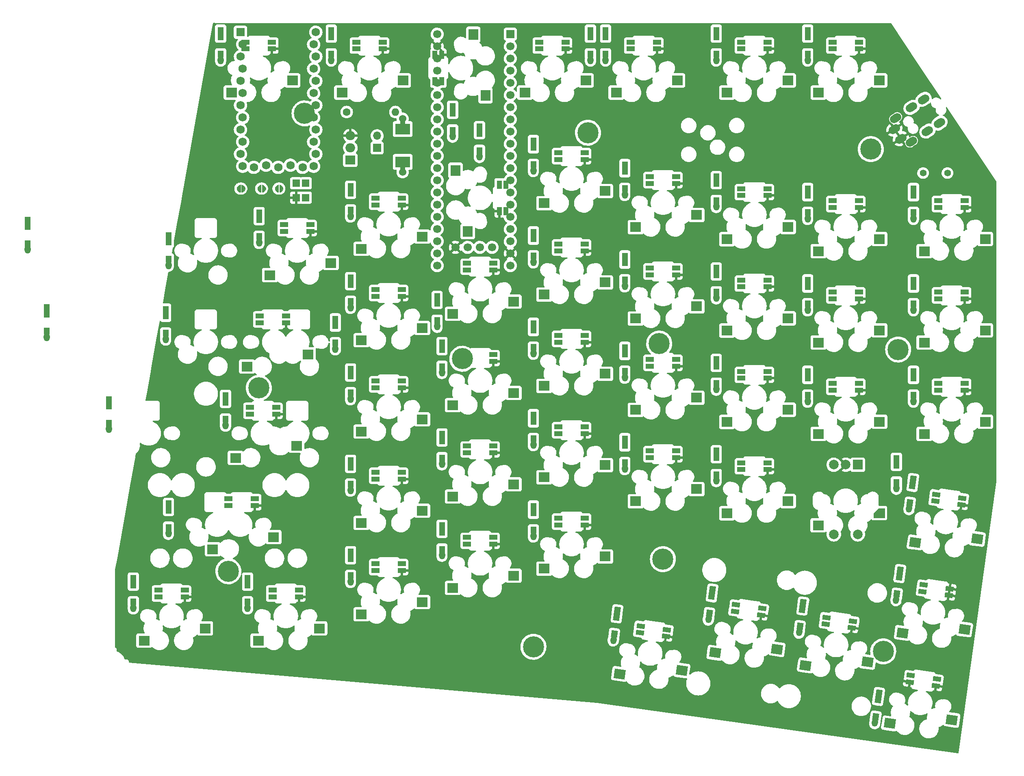
<source format=gbl>
%TF.GenerationSoftware,KiCad,Pcbnew,(6.0.5-0)*%
%TF.CreationDate,2023-02-03T13:19:03-08:00*%
%TF.ProjectId,ergodonk_pcb,6572676f-646f-46e6-9b5f-7063622e6b69,rev?*%
%TF.SameCoordinates,Original*%
%TF.FileFunction,Copper,L2,Bot*%
%TF.FilePolarity,Positive*%
%FSLAX46Y46*%
G04 Gerber Fmt 4.6, Leading zero omitted, Abs format (unit mm)*
G04 Created by KiCad (PCBNEW (6.0.5-0)) date 2023-02-03 13:19:03*
%MOMM*%
%LPD*%
G01*
G04 APERTURE LIST*
G04 Aperture macros list*
%AMHorizOval*
0 Thick line with rounded ends*
0 $1 width*
0 $2 $3 position (X,Y) of the first rounded end (center of the circle)*
0 $4 $5 position (X,Y) of the second rounded end (center of the circle)*
0 Add line between two ends*
20,1,$1,$2,$3,$4,$5,0*
0 Add two circle primitives to create the rounded ends*
1,1,$1,$2,$3*
1,1,$1,$4,$5*%
%AMRotRect*
0 Rectangle, with rotation*
0 The origin of the aperture is its center*
0 $1 length*
0 $2 width*
0 $3 Rotation angle, in degrees counterclockwise*
0 Add horizontal line*
21,1,$1,$2,0,0,$3*%
%AMOutline5P*
0 Free polygon, 5 corners , with rotation*
0 The origin of the aperture is its center*
0 number of corners: always 5*
0 $1 to $10 corner X, Y*
0 $11 Rotation angle, in degrees counterclockwise*
0 create outline with 5 corners*
4,1,5,$1,$2,$3,$4,$5,$6,$7,$8,$9,$10,$1,$2,$11*%
%AMOutline6P*
0 Free polygon, 6 corners , with rotation*
0 The origin of the aperture is its center*
0 number of corners: always 6*
0 $1 to $12 corner X, Y*
0 $13 Rotation angle, in degrees counterclockwise*
0 create outline with 6 corners*
4,1,6,$1,$2,$3,$4,$5,$6,$7,$8,$9,$10,$11,$12,$1,$2,$13*%
%AMOutline7P*
0 Free polygon, 7 corners , with rotation*
0 The origin of the aperture is its center*
0 number of corners: always 7*
0 $1 to $14 corner X, Y*
0 $15 Rotation angle, in degrees counterclockwise*
0 create outline with 7 corners*
4,1,7,$1,$2,$3,$4,$5,$6,$7,$8,$9,$10,$11,$12,$13,$14,$1,$2,$15*%
%AMOutline8P*
0 Free polygon, 8 corners , with rotation*
0 The origin of the aperture is its center*
0 number of corners: always 8*
0 $1 to $16 corner X, Y*
0 $17 Rotation angle, in degrees counterclockwise*
0 create outline with 8 corners*
4,1,8,$1,$2,$3,$4,$5,$6,$7,$8,$9,$10,$11,$12,$13,$14,$15,$16,$1,$2,$17*%
G04 Aperture macros list end*
%TA.AperFunction,EtchedComponent*%
%ADD10C,0.010000*%
%TD*%
%TA.AperFunction,SMDPad,CuDef*%
%ADD11R,1.700000X1.000000*%
%TD*%
%TA.AperFunction,SMDPad,CuDef*%
%ADD12R,2.300000X2.000000*%
%TD*%
%TA.AperFunction,SMDPad,CuDef*%
%ADD13RotRect,1.700000X1.000000X172.000000*%
%TD*%
%TA.AperFunction,SMDPad,CuDef*%
%ADD14RotRect,2.300000X2.000000X352.000000*%
%TD*%
%TA.AperFunction,ComponentPad*%
%ADD15C,0.700000*%
%TD*%
%TA.AperFunction,ComponentPad*%
%ADD16C,4.400000*%
%TD*%
%TA.AperFunction,ComponentPad*%
%ADD17C,0.400000*%
%TD*%
%TA.AperFunction,SMDPad,CuDef*%
%ADD18R,1.000000X1.700000*%
%TD*%
%TA.AperFunction,SMDPad,CuDef*%
%ADD19R,2.000000X2.300000*%
%TD*%
%TA.AperFunction,ComponentPad*%
%ADD20R,2.000000X2.000000*%
%TD*%
%TA.AperFunction,ComponentPad*%
%ADD21C,2.000000*%
%TD*%
%TA.AperFunction,SMDPad,CuDef*%
%ADD22Outline5P,-1.150000X0.000000X-0.150000X1.000000X1.150000X1.000000X1.150000X-1.000000X-1.150000X-1.000000X0.000000*%
%TD*%
%TA.AperFunction,ComponentPad*%
%ADD23R,1.752600X1.752600*%
%TD*%
%TA.AperFunction,ComponentPad*%
%ADD24C,1.752600*%
%TD*%
%TA.AperFunction,ComponentPad*%
%ADD25R,1.524000X1.524000*%
%TD*%
%TA.AperFunction,SMDPad,CuDef*%
%ADD26R,1.300000X1.400000*%
%TD*%
%TA.AperFunction,ComponentPad*%
%ADD27R,1.300000X1.778000*%
%TD*%
%TA.AperFunction,ComponentPad*%
%ADD28O,1.300000X1.778000*%
%TD*%
%TA.AperFunction,ComponentPad*%
%ADD29HorizOval,1.700000X-0.332394X-0.222518X0.332394X0.222518X0*%
%TD*%
%TA.AperFunction,ComponentPad*%
%ADD30C,1.397000*%
%TD*%
%TA.AperFunction,SMDPad,CuDef*%
%ADD31RotRect,1.400000X1.300000X82.000000*%
%TD*%
%TA.AperFunction,ComponentPad*%
%ADD32RotRect,1.778000X1.300000X262.000000*%
%TD*%
%TA.AperFunction,ComponentPad*%
%ADD33HorizOval,1.300000X-0.033262X-0.236674X0.033262X0.236674X0*%
%TD*%
%TA.AperFunction,ComponentPad*%
%ADD34R,2.000000X1.905000*%
%TD*%
%TA.AperFunction,ComponentPad*%
%ADD35O,2.000000X1.905000*%
%TD*%
%TA.AperFunction,SMDPad,CuDef*%
%ADD36R,1.000000X2.000000*%
%TD*%
%TA.AperFunction,SMDPad,CuDef*%
%ADD37R,3.120000X2.290000*%
%TD*%
%TA.AperFunction,ComponentPad*%
%ADD38C,1.524000*%
%TD*%
%TA.AperFunction,ComponentPad*%
%ADD39R,1.700000X1.700000*%
%TD*%
%TA.AperFunction,ComponentPad*%
%ADD40C,1.700000*%
%TD*%
%TA.AperFunction,ComponentPad*%
%ADD41O,1.700000X1.700000*%
%TD*%
%TA.AperFunction,ComponentPad*%
%ADD42C,1.600000*%
%TD*%
%TA.AperFunction,ComponentPad*%
%ADD43O,1.600000X1.600000*%
%TD*%
G04 APERTURE END LIST*
%TO.C,JP4*%
G36*
X50071500Y-59334450D02*
G01*
X50297100Y-59464750D01*
X50464500Y-59664250D01*
X50553600Y-59909050D01*
X50553600Y-60169450D01*
X50464500Y-60414250D01*
X50297100Y-60613750D01*
X50071500Y-60744050D01*
X49815000Y-60789250D01*
X49815000Y-59289250D01*
X50071500Y-59334450D01*
G37*
D10*
X50071500Y-59334450D02*
X50297100Y-59464750D01*
X50464500Y-59664250D01*
X50553600Y-59909050D01*
X50553600Y-60169450D01*
X50464500Y-60414250D01*
X50297100Y-60613750D01*
X50071500Y-60744050D01*
X49815000Y-60789250D01*
X49815000Y-59289250D01*
X50071500Y-59334450D01*
G36*
X49615000Y-60789250D02*
G01*
X49358500Y-60744050D01*
X49132900Y-60613750D01*
X48965500Y-60414250D01*
X48876400Y-60169450D01*
X48876400Y-59909050D01*
X48965500Y-59664250D01*
X49132900Y-59464750D01*
X49358500Y-59334450D01*
X49615000Y-59289250D01*
X49615000Y-60789250D01*
G37*
X49615000Y-60789250D02*
X49358500Y-60744050D01*
X49132900Y-60613750D01*
X48965500Y-60414250D01*
X48876400Y-60169450D01*
X48876400Y-59909050D01*
X48965500Y-59664250D01*
X49132900Y-59464750D01*
X49358500Y-59334450D01*
X49615000Y-59289250D01*
X49615000Y-60789250D01*
%TO.C,JP5*%
G36*
X53240000Y-60789250D02*
G01*
X52983500Y-60744050D01*
X52757900Y-60613750D01*
X52590500Y-60414250D01*
X52501400Y-60169450D01*
X52501400Y-59909050D01*
X52590500Y-59664250D01*
X52757900Y-59464750D01*
X52983500Y-59334450D01*
X53240000Y-59289250D01*
X53240000Y-60789250D01*
G37*
X53240000Y-60789250D02*
X52983500Y-60744050D01*
X52757900Y-60613750D01*
X52590500Y-60414250D01*
X52501400Y-60169450D01*
X52501400Y-59909050D01*
X52590500Y-59664250D01*
X52757900Y-59464750D01*
X52983500Y-59334450D01*
X53240000Y-59289250D01*
X53240000Y-60789250D01*
G36*
X53696500Y-59334450D02*
G01*
X53922100Y-59464750D01*
X54089500Y-59664250D01*
X54178600Y-59909050D01*
X54178600Y-60169450D01*
X54089500Y-60414250D01*
X53922100Y-60613750D01*
X53696500Y-60744050D01*
X53440000Y-60789250D01*
X53440000Y-59289250D01*
X53696500Y-59334450D01*
G37*
X53696500Y-59334450D02*
X53922100Y-59464750D01*
X54089500Y-59664250D01*
X54178600Y-59909050D01*
X54178600Y-60169450D01*
X54089500Y-60414250D01*
X53922100Y-60613750D01*
X53696500Y-60744050D01*
X53440000Y-60789250D01*
X53440000Y-59289250D01*
X53696500Y-59334450D01*
%TO.C,JP2*%
G36*
X45302500Y-60789250D02*
G01*
X45046000Y-60744050D01*
X44820400Y-60613750D01*
X44653000Y-60414250D01*
X44563900Y-60169450D01*
X44563900Y-59909050D01*
X44653000Y-59664250D01*
X44820400Y-59464750D01*
X45046000Y-59334450D01*
X45302500Y-59289250D01*
X45302500Y-60789250D01*
G37*
X45302500Y-60789250D02*
X45046000Y-60744050D01*
X44820400Y-60613750D01*
X44653000Y-60414250D01*
X44563900Y-60169450D01*
X44563900Y-59909050D01*
X44653000Y-59664250D01*
X44820400Y-59464750D01*
X45046000Y-59334450D01*
X45302500Y-59289250D01*
X45302500Y-60789250D01*
G36*
X45759000Y-59334450D02*
G01*
X45984600Y-59464750D01*
X46152000Y-59664250D01*
X46241100Y-59909050D01*
X46241100Y-60169450D01*
X46152000Y-60414250D01*
X45984600Y-60613750D01*
X45759000Y-60744050D01*
X45502500Y-60789250D01*
X45502500Y-59289250D01*
X45759000Y-59334450D01*
G37*
X45759000Y-59334450D02*
X45984600Y-59464750D01*
X46152000Y-59664250D01*
X46241100Y-59909050D01*
X46241100Y-60169450D01*
X46152000Y-60414250D01*
X45984600Y-60613750D01*
X45759000Y-60744050D01*
X45502500Y-60789250D01*
X45502500Y-59289250D01*
X45759000Y-59334450D01*
%TD*%
D11*
%TO.P,SW14,1,VDD*%
%TO.N,VDD*%
X111550000Y-52576000D03*
%TO.P,SW14,2,DOUT*%
%TO.N,Net-(SW14-Pad2)*%
X111550000Y-53976000D03*
%TO.P,SW14,3,GND*%
%TO.N,GND*%
X117050000Y-53976000D03*
%TO.P,SW14,4,DIN*%
%TO.N,Net-(SW13-Pad2)*%
X117050000Y-52576000D03*
D12*
%TO.P,SW14,5*%
%TO.N,Net-(D14-Pad2)*%
X108600000Y-63095000D03*
%TO.P,SW14,6*%
%TO.N,col4*%
X121300000Y-60555000D03*
%TD*%
D11*
%TO.P,SW35,1,VDD*%
%TO.N,VDD*%
X92500000Y-94676000D03*
%TO.P,SW35,2,DOUT*%
%TO.N,Net-(SW35-Pad2)*%
X92500000Y-96076000D03*
%TO.P,SW35,3,GND*%
%TO.N,GND*%
X98000000Y-96076000D03*
%TO.P,SW35,4,DIN*%
%TO.N,Net-(SW34-Pad2)*%
X98000000Y-94676000D03*
D12*
%TO.P,SW35,5*%
%TO.N,Net-(D35-Pad2)*%
X89550000Y-105195000D03*
%TO.P,SW35,6*%
%TO.N,col5*%
X102250000Y-102655000D03*
%TD*%
D13*
%TO.P,SW51,1,VDD*%
%TO.N,VDD*%
X167453753Y-149467554D03*
%TO.P,SW51,2,DOUT*%
%TO.N,Net-(SW50-Pad4)*%
X167258911Y-150853929D03*
%TO.P,SW51,3,GND*%
%TO.N,GND*%
X172705385Y-151619381D03*
%TO.P,SW51,4,DIN*%
%TO.N,Net-(SW51-Pad4)*%
X172900228Y-150233006D03*
D14*
%TO.P,SW51,5*%
%TO.N,Net-(D51-Pad2)*%
X163068501Y-159473623D03*
%TO.P,SW51,6*%
%TO.N,SW41A*%
X175998405Y-158725840D03*
%TD*%
D15*
%TO.P,H7,1*%
%TO.N,N/C*%
X42799000Y-138177000D03*
X41632274Y-140993726D03*
X43965726Y-140993726D03*
X42799000Y-141477000D03*
D16*
X42799000Y-139827000D03*
D15*
X43965726Y-138660274D03*
X44449000Y-139827000D03*
X41632274Y-138660274D03*
X41149000Y-139827000D03*
%TD*%
D11*
%TO.P,SW33,1,VDD*%
%TO.N,VDD*%
X130600000Y-95676000D03*
%TO.P,SW33,2,DOUT*%
%TO.N,Net-(SW33-Pad2)*%
X130600000Y-97076000D03*
%TO.P,SW33,3,GND*%
%TO.N,GND*%
X136100000Y-97076000D03*
%TO.P,SW33,4,DIN*%
%TO.N,Net-(SW32-Pad2)*%
X136100000Y-95676000D03*
D12*
%TO.P,SW33,5*%
%TO.N,Net-(D33-Pad2)*%
X127650000Y-106195000D03*
%TO.P,SW33,6*%
%TO.N,col3*%
X140350000Y-103655000D03*
%TD*%
D17*
%TO.P,JP4,1,A*%
%TO.N,Net-(JP4-Pad1)*%
X49265000Y-60039250D03*
%TO.P,JP4,2,B*%
%TO.N,Net-(SW20-Pad4)*%
X50165000Y-60039250D03*
%TD*%
D15*
%TO.P,H5,1*%
%TO.N,N/C*%
X132183274Y-138485476D03*
X133350000Y-138968750D03*
X131700000Y-137318750D03*
X134516726Y-136152024D03*
X135000000Y-137318750D03*
D16*
X133350000Y-137318750D03*
D15*
X134516726Y-138485476D03*
X132183274Y-136152024D03*
X133350000Y-135668750D03*
%TD*%
D11*
%TO.P,SW16,1,VDD*%
%TO.N,VDD*%
X73450000Y-62076000D03*
%TO.P,SW16,2,DOUT*%
%TO.N,Net-(SW16-Pad2)*%
X73450000Y-63476000D03*
%TO.P,SW16,3,GND*%
%TO.N,GND*%
X78950000Y-63476000D03*
%TO.P,SW16,4,DIN*%
%TO.N,Net-(SW15-Pad2)*%
X78950000Y-62076000D03*
D12*
%TO.P,SW16,5*%
%TO.N,Net-(D16-Pad2)*%
X70500000Y-72595000D03*
%TO.P,SW16,6*%
%TO.N,col6*%
X83200000Y-70055000D03*
%TD*%
D11*
%TO.P,SW45,1,VDD*%
%TO.N,VDD*%
X92500000Y-113726000D03*
%TO.P,SW45,2,DOUT*%
%TO.N,Net-(SW44-Pad4)*%
X92500000Y-115126000D03*
%TO.P,SW45,3,GND*%
%TO.N,GND*%
X98000000Y-115126000D03*
%TO.P,SW45,4,DIN*%
%TO.N,Net-(SW45-Pad4)*%
X98000000Y-113726000D03*
D12*
%TO.P,SW45,5*%
%TO.N,Net-(D45-Pad2)*%
X89550000Y-124245000D03*
%TO.P,SW45,6*%
%TO.N,col5*%
X102250000Y-121705000D03*
%TD*%
D11*
%TO.P,SW6,1,VDD*%
%TO.N,VDD*%
X69450000Y-29526000D03*
%TO.P,SW6,2,DOUT*%
%TO.N,Net-(SW6-Pad2)*%
X69450000Y-30926000D03*
%TO.P,SW6,3,GND*%
%TO.N,GND*%
X74950000Y-30926000D03*
%TO.P,SW6,4,DIN*%
%TO.N,Net-(SW5-Pad2)*%
X74950000Y-29526000D03*
D12*
%TO.P,SW6,5*%
%TO.N,Net-(D6-Pad2)*%
X66500000Y-40045000D03*
%TO.P,SW6,6*%
%TO.N,col6*%
X79200000Y-37505000D03*
%TD*%
D11*
%TO.P,SW55,1,VDD*%
%TO.N,VDD*%
X92500000Y-132776000D03*
%TO.P,SW55,2,DOUT*%
%TO.N,Net-(SW55-Pad2)*%
X92500000Y-134176000D03*
%TO.P,SW55,3,GND*%
%TO.N,GND*%
X98000000Y-134176000D03*
%TO.P,SW55,4,DIN*%
%TO.N,Net-(SW54-Pad2)*%
X98000000Y-132776000D03*
D12*
%TO.P,SW55,5*%
%TO.N,Net-(D55-Pad2)*%
X89550000Y-143295000D03*
%TO.P,SW55,6*%
%TO.N,col5*%
X102250000Y-140755000D03*
%TD*%
D18*
%TO.P,SW5,1,VDD*%
%TO.N,VDD*%
X85851000Y-37675000D03*
%TO.P,SW5,2,DOUT*%
%TO.N,Net-(SW5-Pad2)*%
X87251000Y-37675000D03*
%TO.P,SW5,3,GND*%
%TO.N,GND*%
X87251000Y-32175000D03*
%TO.P,SW5,4,DIN*%
%TO.N,Net-(SW5-Pad4)*%
X85851000Y-32175000D03*
D19*
%TO.P,SW5,5*%
%TO.N,Net-(D5-Pad2)*%
X96370000Y-40625000D03*
%TO.P,SW5,6*%
%TO.N,col5*%
X93830000Y-27925000D03*
%TD*%
D20*
%TO.P,SWLH_ROT1,A,A*%
%TO.N,encA*%
X173950000Y-117625000D03*
D21*
%TO.P,SWLH_ROT1,B,B*%
%TO.N,encB*%
X168950000Y-117625000D03*
%TO.P,SWLH_ROT1,C,C*%
%TO.N,GND*%
X171450000Y-117625000D03*
D12*
%TO.P,SWLH_ROT1,S1,S1*%
%TO.N,SW41A*%
X165722000Y-130245000D03*
D21*
X173950000Y-132125000D03*
D22*
%TO.P,SWLH_ROT1,S2,S2*%
%TO.N,SW41B*%
X178422000Y-127705000D03*
D21*
X168950000Y-132125000D03*
%TD*%
D11*
%TO.P,SW43,1,VDD*%
%TO.N,VDD*%
X130600000Y-114726000D03*
%TO.P,SW43,2,DOUT*%
%TO.N,Net-(SW42-Pad4)*%
X130600000Y-116126000D03*
%TO.P,SW43,3,GND*%
%TO.N,GND*%
X136100000Y-116126000D03*
%TO.P,SW43,4,DIN*%
%TO.N,Net-(SW43-Pad4)*%
X136100000Y-114726000D03*
D12*
%TO.P,SW43,5*%
%TO.N,Net-(D43-Pad2)*%
X127650000Y-125245000D03*
%TO.P,SW43,6*%
%TO.N,col3*%
X140350000Y-122705000D03*
%TD*%
D15*
%TO.P,H4,1*%
%TO.N,N/C*%
X180898274Y-156539726D03*
X178081548Y-157706452D03*
X179248274Y-158189726D03*
X177598274Y-156539726D03*
X180415000Y-155373000D03*
X179248274Y-154889726D03*
X178081548Y-155373000D03*
D16*
X179248274Y-156539726D03*
D15*
X180415000Y-157706452D03*
%TD*%
D13*
%TO.P,SW50,1,VDD*%
%TO.N,VDD*%
X184992736Y-161551105D03*
%TO.P,SW50,2,DOUT*%
%TO.N,GND*%
X184797894Y-162937480D03*
%TO.P,SW50,3,GND*%
X190244368Y-163702932D03*
%TO.P,SW50,4,DIN*%
%TO.N,Net-(SW50-Pad4)*%
X190439211Y-162316557D03*
D14*
%TO.P,SW50,5*%
%TO.N,Net-(D50-Pad2)*%
X180607484Y-171557174D03*
%TO.P,SW50,6*%
%TO.N,col0*%
X193537388Y-170809391D03*
%TD*%
D11*
%TO.P,SW21,1,VDD*%
%TO.N,VDD*%
X168700000Y-81626000D03*
%TO.P,SW21,2,DOUT*%
%TO.N,Net-(SW21-Pad2)*%
X168700000Y-83026000D03*
%TO.P,SW21,3,GND*%
%TO.N,GND*%
X174200000Y-83026000D03*
%TO.P,SW21,4,DIN*%
%TO.N,Net-(SW21-Pad4)*%
X174200000Y-81626000D03*
D12*
%TO.P,SW21,5*%
%TO.N,Net-(D21-Pad2)*%
X165750000Y-92145000D03*
%TO.P,SW21,6*%
%TO.N,SW41A*%
X178450000Y-89605000D03*
%TD*%
D11*
%TO.P,SW4,1,VDD*%
%TO.N,VDD*%
X107550000Y-29526000D03*
%TO.P,SW4,2,DOUT*%
%TO.N,Net-(SW5-Pad4)*%
X107550000Y-30926000D03*
%TO.P,SW4,3,GND*%
%TO.N,GND*%
X113050000Y-30926000D03*
%TO.P,SW4,4,DIN*%
%TO.N,Net-(SW3-Pad2)*%
X113050000Y-29526000D03*
D12*
%TO.P,SW4,5*%
%TO.N,Net-(D4-Pad2)*%
X104600000Y-40045000D03*
%TO.P,SW4,6*%
%TO.N,col4*%
X117300000Y-37505000D03*
%TD*%
D23*
%TO.P,U1,1*%
%TO.N,N/C*%
X45331400Y-27448000D03*
D24*
%TO.P,U1,2*%
X45788600Y-29988000D03*
%TO.P,U1,3*%
X45331400Y-32528000D03*
%TO.P,U1,4*%
X45788600Y-35068000D03*
%TO.P,U1,5*%
X45331400Y-37608000D03*
%TO.P,U1,6*%
X45788600Y-40148000D03*
%TO.P,U1,7*%
X45331400Y-42688000D03*
%TO.P,U1,8*%
X45788600Y-45228000D03*
%TO.P,U1,9*%
X45331400Y-47768000D03*
%TO.P,U1,10*%
X45788600Y-50308000D03*
%TO.P,U1,11*%
X45331400Y-52848000D03*
%TO.P,U1,12*%
X45788600Y-55388000D03*
%TO.P,U1,13*%
X60571400Y-55388000D03*
%TO.P,U1,14*%
X61028600Y-52848000D03*
%TO.P,U1,15*%
X60571400Y-50308000D03*
%TO.P,U1,16*%
X61028600Y-47768000D03*
%TO.P,U1,17*%
X60571400Y-45228000D03*
%TO.P,U1,18*%
X61028600Y-42688000D03*
%TO.P,U1,19*%
X60571400Y-40148000D03*
%TO.P,U1,20*%
X61028600Y-37608000D03*
%TO.P,U1,21*%
X60571400Y-35068000D03*
%TO.P,U1,22*%
X61028600Y-32528000D03*
%TO.P,U1,23*%
X60571400Y-29988000D03*
%TO.P,U1,24*%
X61028600Y-27448000D03*
%TO.P,U1,25*%
X48100000Y-55616600D03*
%TO.P,U1,26*%
X50640000Y-55159400D03*
%TO.P,U1,27*%
X53180000Y-55616600D03*
%TO.P,U1,28*%
X55720000Y-55159400D03*
%TO.P,U1,29*%
X58260000Y-55616600D03*
%TD*%
D13*
%TO.P,SW53,1,VDD*%
%TO.N,VDD*%
X128730322Y-151239286D03*
%TO.P,SW53,2,DOUT*%
%TO.N,Net-(SW53-Pad2)*%
X128535480Y-152625661D03*
%TO.P,SW53,3,GND*%
%TO.N,GND*%
X133981954Y-153391113D03*
%TO.P,SW53,4,DIN*%
%TO.N,unconnected-(SW53-Pad4)*%
X134176797Y-152004738D03*
D14*
%TO.P,SW53,5*%
%TO.N,Net-(D53-Pad2)*%
X124345070Y-161245355D03*
%TO.P,SW53,6*%
%TO.N,col3*%
X137274974Y-160497572D03*
%TD*%
D11*
%TO.P,SW26,1,VDD*%
%TO.N,VDD*%
X73450000Y-81126000D03*
%TO.P,SW26,2,DOUT*%
%TO.N,Net-(SW25-Pad4)*%
X73450000Y-82526000D03*
%TO.P,SW26,3,GND*%
%TO.N,GND*%
X78950000Y-82526000D03*
%TO.P,SW26,4,DIN*%
%TO.N,Net-(SW26-Pad4)*%
X78950000Y-81126000D03*
D12*
%TO.P,SW26,5*%
%TO.N,Net-(D26-Pad2)*%
X70500000Y-91645000D03*
%TO.P,SW26,6*%
%TO.N,col6*%
X83200000Y-89105000D03*
%TD*%
D15*
%TO.P,H10,1*%
%TO.N,N/C*%
X92710000Y-96694452D03*
X90376548Y-94361000D03*
X89893274Y-95527726D03*
X90376548Y-96694452D03*
X91543274Y-93877726D03*
X92710000Y-94361000D03*
X93193274Y-95527726D03*
D16*
X91543274Y-95527726D03*
D15*
X91543274Y-97177726D03*
%TD*%
D11*
%TO.P,SW12,1,VDD*%
%TO.N,VDD*%
X149650000Y-60076000D03*
%TO.P,SW12,2,DOUT*%
%TO.N,Net-(SW12-Pad2)*%
X149650000Y-61476000D03*
%TO.P,SW12,3,GND*%
%TO.N,GND*%
X155150000Y-61476000D03*
%TO.P,SW12,4,DIN*%
%TO.N,Net-(SW11-Pad2)*%
X155150000Y-60076000D03*
D12*
%TO.P,SW12,5*%
%TO.N,Net-(D12-Pad2)*%
X146700000Y-70595000D03*
%TO.P,SW12,6*%
%TO.N,col2*%
X159400000Y-68055000D03*
%TD*%
D13*
%TO.P,SW40,1,VDD*%
%TO.N,VDD*%
X187643983Y-142686498D03*
%TO.P,SW40,2,DOUT*%
%TO.N,Net-(SW40-Pad2)*%
X187449141Y-144072873D03*
%TO.P,SW40,3,GND*%
%TO.N,GND*%
X192895615Y-144838325D03*
%TO.P,SW40,4,DIN*%
X193090458Y-143451950D03*
D14*
%TO.P,SW40,5*%
%TO.N,Net-(D40-Pad2)*%
X183258731Y-152692567D03*
%TO.P,SW40,6*%
%TO.N,col0*%
X196188635Y-151944784D03*
%TD*%
D11*
%TO.P,SW44,1,VDD*%
%TO.N,VDD*%
X111550000Y-109726000D03*
%TO.P,SW44,2,DOUT*%
%TO.N,Net-(SW43-Pad4)*%
X111550000Y-111126000D03*
%TO.P,SW44,3,GND*%
%TO.N,GND*%
X117050000Y-111126000D03*
%TO.P,SW44,4,DIN*%
%TO.N,Net-(SW44-Pad4)*%
X117050000Y-109726000D03*
D12*
%TO.P,SW44,5*%
%TO.N,Net-(D44-Pad2)*%
X108600000Y-120245000D03*
%TO.P,SW44,6*%
%TO.N,col4*%
X121300000Y-117705000D03*
%TD*%
D15*
%TO.P,H3,1*%
%TO.N,N/C*%
X183538726Y-92432274D03*
X181205274Y-92432274D03*
X180722000Y-93599000D03*
X181205274Y-94765726D03*
X183538726Y-94765726D03*
X182372000Y-91949000D03*
X184022000Y-93599000D03*
X182372000Y-95249000D03*
D16*
X182372000Y-93599000D03*
%TD*%
D15*
%TO.P,H6,1*%
%TO.N,N/C*%
X107529226Y-154408274D03*
X108012500Y-155575000D03*
X105195774Y-154408274D03*
X106362500Y-157225000D03*
X107529226Y-156741726D03*
X106362500Y-153925000D03*
X105195774Y-156741726D03*
X104712500Y-155575000D03*
D16*
X106362500Y-155575000D03*
%TD*%
D11*
%TO.P,SW56,1,VDD*%
%TO.N,VDD*%
X73450000Y-138276000D03*
%TO.P,SW56,2,DOUT*%
%TO.N,Net-(SW56-Pad2)*%
X73450000Y-139676000D03*
%TO.P,SW56,3,GND*%
%TO.N,GND*%
X78950000Y-139676000D03*
%TO.P,SW56,4,DIN*%
%TO.N,Net-(SW55-Pad2)*%
X78950000Y-138276000D03*
D12*
%TO.P,SW56,5*%
%TO.N,Net-(D56-Pad2)*%
X70500000Y-148795000D03*
%TO.P,SW56,6*%
%TO.N,col6*%
X83200000Y-146255000D03*
%TD*%
D17*
%TO.P,JP5,1,A*%
%TO.N,Net-(SW0-Pad2)*%
X52890000Y-60039250D03*
%TO.P,JP5,2,B*%
%TO.N,Net-(SW1-Pad4)*%
X53790000Y-60039250D03*
%TD*%
D13*
%TO.P,SW52,1,VDD*%
%TO.N,VDD*%
X148589797Y-146817252D03*
%TO.P,SW52,2,DOUT*%
%TO.N,Net-(SW51-Pad4)*%
X148394955Y-148203627D03*
%TO.P,SW52,3,GND*%
%TO.N,GND*%
X153841429Y-148969079D03*
%TO.P,SW52,4,DIN*%
%TO.N,Net-(SW53-Pad2)*%
X154036272Y-147582704D03*
D14*
%TO.P,SW52,5*%
%TO.N,Net-(D52-Pad2)*%
X144204545Y-156823321D03*
%TO.P,SW52,6*%
%TO.N,col2*%
X157134449Y-156075538D03*
%TD*%
D15*
%TO.P,H1,1*%
%TO.N,N/C*%
X118895726Y-49553726D03*
X118895726Y-47220274D03*
X116562274Y-47220274D03*
X117729000Y-50037000D03*
X119379000Y-48387000D03*
D16*
X117729000Y-48387000D03*
D15*
X117729000Y-46737000D03*
X116079000Y-48387000D03*
X116562274Y-49553726D03*
%TD*%
D11*
%TO.P,SW10,1,VDD*%
%TO.N,VDD*%
X190750000Y-81626000D03*
%TO.P,SW10,2,DOUT*%
%TO.N,Net-(SW0-Pad4)*%
X190750000Y-83026000D03*
%TO.P,SW10,3,GND*%
%TO.N,GND*%
X196250000Y-83026000D03*
%TO.P,SW10,4,DIN*%
%TO.N,Net-(SW20-Pad2)*%
X196250000Y-81626000D03*
D12*
%TO.P,SW10,5*%
%TO.N,Net-(D10-Pad2)*%
X187800000Y-92145000D03*
%TO.P,SW10,6*%
%TO.N,col0*%
X200500000Y-89605000D03*
%TD*%
D11*
%TO.P,SW22,1,VDD*%
%TO.N,VDD*%
X149650000Y-79126000D03*
%TO.P,SW22,2,DOUT*%
%TO.N,Net-(SW21-Pad4)*%
X149650000Y-80526000D03*
%TO.P,SW22,3,GND*%
%TO.N,GND*%
X155150000Y-80526000D03*
%TO.P,SW22,4,DIN*%
%TO.N,Net-(SW22-Pad4)*%
X155150000Y-79126000D03*
D12*
%TO.P,SW22,5*%
%TO.N,Net-(D22-Pad2)*%
X146700000Y-89645000D03*
%TO.P,SW22,6*%
%TO.N,col2*%
X159400000Y-87105000D03*
%TD*%
D11*
%TO.P,SW24,1,VDD*%
%TO.N,VDD*%
X111550000Y-71626000D03*
%TO.P,SW24,2,DOUT*%
%TO.N,Net-(SW23-Pad4)*%
X111550000Y-73026000D03*
%TO.P,SW24,3,GND*%
%TO.N,GND*%
X117050000Y-73026000D03*
%TO.P,SW24,4,DIN*%
%TO.N,Net-(SW24-Pad4)*%
X117050000Y-71626000D03*
D12*
%TO.P,SW24,5*%
%TO.N,Net-(D24-Pad2)*%
X108600000Y-82145000D03*
%TO.P,SW24,6*%
%TO.N,col4*%
X121300000Y-79605000D03*
%TD*%
D11*
%TO.P,SW1,1,VDD*%
%TO.N,VDD*%
X168700000Y-29526000D03*
%TO.P,SW1,2,DOUT*%
%TO.N,Net-(SW2-Pad4)*%
X168700000Y-30926000D03*
%TO.P,SW1,3,GND*%
%TO.N,GND*%
X174200000Y-30926000D03*
%TO.P,SW1,4,DIN*%
%TO.N,Net-(SW1-Pad4)*%
X174200000Y-29526000D03*
D12*
%TO.P,SW1,5*%
%TO.N,Net-(D1-Pad2)*%
X165750000Y-40045000D03*
%TO.P,SW1,6*%
%TO.N,SW41A*%
X178450000Y-37505000D03*
%TD*%
D11*
%TO.P,SW37,1,VDD*%
%TO.N,VDD*%
X47256250Y-105676000D03*
%TO.P,SW37,2,DOUT*%
%TO.N,Net-(SW37-Pad2)*%
X47256250Y-107076000D03*
%TO.P,SW37,3,GND*%
%TO.N,GND*%
X52756250Y-107076000D03*
%TO.P,SW37,4,DIN*%
%TO.N,Net-(SW36-Pad2)*%
X52756250Y-105676000D03*
D12*
%TO.P,SW37,5*%
%TO.N,Net-(D37-Pad2)*%
X44306250Y-116195000D03*
%TO.P,SW37,6*%
%TO.N,SW41A*%
X57006250Y-113655000D03*
%TD*%
D11*
%TO.P,SW47,1,VDD*%
%TO.N,VDD*%
X42843750Y-124726000D03*
%TO.P,SW47,2,DOUT*%
%TO.N,Net-(SW46-Pad4)*%
X42843750Y-126126000D03*
%TO.P,SW47,3,GND*%
%TO.N,GND*%
X48343750Y-126126000D03*
%TO.P,SW47,4,DIN*%
%TO.N,Net-(SW37-Pad2)*%
X48343750Y-124726000D03*
D12*
%TO.P,SW47,5*%
%TO.N,Net-(D47-Pad2)*%
X39543750Y-135245000D03*
%TO.P,SW47,6*%
%TO.N,SW41A*%
X52243750Y-132705000D03*
%TD*%
D11*
%TO.P,SW20,1,VDD*%
%TO.N,VDD*%
X190750000Y-100676000D03*
%TO.P,SW20,2,DOUT*%
%TO.N,Net-(SW20-Pad2)*%
X190750000Y-102076000D03*
%TO.P,SW20,3,GND*%
%TO.N,GND*%
X196250000Y-102076000D03*
%TO.P,SW20,4,DIN*%
%TO.N,Net-(SW20-Pad4)*%
X196250000Y-100676000D03*
D12*
%TO.P,SW20,5*%
%TO.N,Net-(D20-Pad2)*%
X187800000Y-111195000D03*
%TO.P,SW20,6*%
%TO.N,col0*%
X200500000Y-108655000D03*
%TD*%
D11*
%TO.P,SW2,1,VDD*%
%TO.N,VDD*%
X149650000Y-29526000D03*
%TO.P,SW2,2,DOUT*%
%TO.N,Net-(SW3-Pad4)*%
X149650000Y-30926000D03*
%TO.P,SW2,3,GND*%
%TO.N,GND*%
X155150000Y-30926000D03*
%TO.P,SW2,4,DIN*%
%TO.N,Net-(SW2-Pad4)*%
X155150000Y-29526000D03*
D12*
%TO.P,SW2,5*%
%TO.N,Net-(D2-Pad2)*%
X146700000Y-40045000D03*
%TO.P,SW2,6*%
%TO.N,col2*%
X159400000Y-37505000D03*
%TD*%
D11*
%TO.P,SW42,1,VDD*%
%TO.N,VDD*%
X149650000Y-117226000D03*
%TO.P,SW42,2,DOUT*%
%TO.N,Net-(SW42-Pad2)*%
X149650000Y-118626000D03*
%TO.P,SW42,3,GND*%
%TO.N,GND*%
X155150000Y-118626000D03*
%TO.P,SW42,4,DIN*%
%TO.N,Net-(SW42-Pad4)*%
X155150000Y-117226000D03*
D12*
%TO.P,SW42,5*%
%TO.N,Net-(D42-Pad2)*%
X146700000Y-127745000D03*
%TO.P,SW42,6*%
%TO.N,col2*%
X159400000Y-125205000D03*
%TD*%
D25*
%TO.P,JP1,1,A*%
%TO.N,Net-(JP1-Pad1)*%
X56928000Y-58928000D03*
%TO.P,JP1,2,C*%
%TO.N,Net-(JP1-Pad2)*%
X58928000Y-61928000D03*
X58928000Y-58928000D03*
%TO.P,JP1,3,B*%
%TO.N,GND*%
X56928000Y-61928000D03*
%TD*%
D11*
%TO.P,SW27,1,VDD*%
%TO.N,VDD*%
X49287500Y-86626000D03*
%TO.P,SW27,2,DOUT*%
%TO.N,Net-(SW26-Pad4)*%
X49287500Y-88026000D03*
%TO.P,SW27,3,GND*%
%TO.N,GND*%
X54787500Y-88026000D03*
%TO.P,SW27,4,DIN*%
%TO.N,Net-(SW17-Pad2)*%
X54787500Y-86626000D03*
D12*
%TO.P,SW27,5*%
%TO.N,Net-(D27-Pad2)*%
X46687500Y-97145000D03*
%TO.P,SW27,6*%
%TO.N,SW41A*%
X59387500Y-94605000D03*
%TD*%
D11*
%TO.P,SW57,1,VDD*%
%TO.N,VDD*%
X52018750Y-143776000D03*
%TO.P,SW57,2,DOUT*%
%TO.N,Net-(SW57-Pad2)*%
X52018750Y-145176000D03*
%TO.P,SW57,3,GND*%
%TO.N,GND*%
X57518750Y-145176000D03*
%TO.P,SW57,4,DIN*%
%TO.N,Net-(SW56-Pad2)*%
X57518750Y-143776000D03*
D12*
%TO.P,SW57,5*%
%TO.N,Net-(D57-Pad2)*%
X49068750Y-154295000D03*
%TO.P,SW57,6*%
%TO.N,SW41A*%
X61768750Y-151755000D03*
%TD*%
D11*
%TO.P,SW34,1,VDD*%
%TO.N,VDD*%
X111550000Y-90676000D03*
%TO.P,SW34,2,DOUT*%
%TO.N,Net-(SW34-Pad2)*%
X111550000Y-92076000D03*
%TO.P,SW34,3,GND*%
%TO.N,GND*%
X117050000Y-92076000D03*
%TO.P,SW34,4,DIN*%
%TO.N,Net-(SW33-Pad2)*%
X117050000Y-90676000D03*
D12*
%TO.P,SW34,5*%
%TO.N,Net-(D34-Pad2)*%
X108600000Y-101195000D03*
%TO.P,SW34,6*%
%TO.N,col4*%
X121300000Y-98655000D03*
%TD*%
D11*
%TO.P,SW58,1,VDD*%
%TO.N,VDD*%
X28206250Y-143776000D03*
%TO.P,SW58,2,DOUT*%
%TO.N,Net-(SW58-Pad2)*%
X28206250Y-145176000D03*
%TO.P,SW58,3,GND*%
%TO.N,GND*%
X33706250Y-145176000D03*
%TO.P,SW58,4,DIN*%
%TO.N,Net-(SW57-Pad2)*%
X33706250Y-143776000D03*
D12*
%TO.P,SW58,5*%
%TO.N,Net-(D58-Pad2)*%
X25256250Y-154295000D03*
%TO.P,SW58,6*%
%TO.N,col0*%
X37956250Y-151755000D03*
%TD*%
D11*
%TO.P,SW31,1,VDD*%
%TO.N,VDD*%
X168700000Y-100676000D03*
%TO.P,SW31,2,DOUT*%
%TO.N,Net-(SW31-Pad2)*%
X168700000Y-102076000D03*
%TO.P,SW31,3,GND*%
%TO.N,GND*%
X174200000Y-102076000D03*
%TO.P,SW31,4,DIN*%
%TO.N,Net-(SW21-Pad2)*%
X174200000Y-100676000D03*
D12*
%TO.P,SW31,5*%
%TO.N,Net-(D31-Pad2)*%
X165750000Y-111195000D03*
%TO.P,SW31,6*%
%TO.N,SW41A*%
X178450000Y-108655000D03*
%TD*%
D11*
%TO.P,SW3,1,VDD*%
%TO.N,VDD*%
X126600000Y-29526000D03*
%TO.P,SW3,2,DOUT*%
%TO.N,Net-(SW3-Pad2)*%
X126600000Y-30926000D03*
%TO.P,SW3,3,GND*%
%TO.N,GND*%
X132100000Y-30926000D03*
%TO.P,SW3,4,DIN*%
%TO.N,Net-(SW3-Pad4)*%
X132100000Y-29526000D03*
D12*
%TO.P,SW3,5*%
%TO.N,Net-(D3-Pad2)*%
X123650000Y-40045000D03*
%TO.P,SW3,6*%
%TO.N,col3*%
X136350000Y-37505000D03*
%TD*%
D11*
%TO.P,SW46,1,VDD*%
%TO.N,VDD*%
X73450000Y-119226000D03*
%TO.P,SW46,2,DOUT*%
%TO.N,Net-(SW45-Pad4)*%
X73450000Y-120626000D03*
%TO.P,SW46,3,GND*%
%TO.N,GND*%
X78950000Y-120626000D03*
%TO.P,SW46,4,DIN*%
%TO.N,Net-(SW46-Pad4)*%
X78950000Y-119226000D03*
D12*
%TO.P,SW46,5*%
%TO.N,Net-(D46-Pad2)*%
X70500000Y-129745000D03*
%TO.P,SW46,6*%
%TO.N,col6*%
X83200000Y-127205000D03*
%TD*%
D13*
%TO.P,SW30,1,VDD*%
%TO.N,VDD*%
X190295231Y-123821892D03*
%TO.P,SW30,2,DOUT*%
%TO.N,Net-(JP4-Pad1)*%
X190100389Y-125208267D03*
%TO.P,SW30,3,GND*%
%TO.N,GND*%
X195546863Y-125973719D03*
%TO.P,SW30,4,DIN*%
%TO.N,Net-(SW40-Pad2)*%
X195741706Y-124587344D03*
D14*
%TO.P,SW30,5*%
%TO.N,Net-(D30-Pad2)*%
X185909979Y-133827961D03*
%TO.P,SW30,6*%
%TO.N,col0*%
X198839883Y-133080178D03*
%TD*%
D26*
%TO.P,D48_RH10,1,K*%
%TO.N,row4*%
X17932750Y-105395000D03*
D27*
X17932750Y-104170000D03*
D26*
%TO.P,D48_RH10,2,A*%
%TO.N,Net-(D48_RH10-Pad2)*%
X17932750Y-108945000D03*
D28*
X17932750Y-110170000D03*
%TD*%
D15*
%TO.P,H2,1*%
%TO.N,N/C*%
X175007000Y-51816000D03*
X176657000Y-53466000D03*
X178307000Y-51816000D03*
X175490274Y-52982726D03*
X177823726Y-52982726D03*
X177823726Y-50649274D03*
D16*
X176657000Y-51816000D03*
D15*
X176657000Y-50166000D03*
X175490274Y-50649274D03*
%TD*%
D11*
%TO.P,SW36,1,VDD*%
%TO.N,VDD*%
X73450000Y-100176000D03*
%TO.P,SW36,2,DOUT*%
%TO.N,Net-(SW36-Pad2)*%
X73450000Y-101576000D03*
%TO.P,SW36,3,GND*%
%TO.N,GND*%
X78950000Y-101576000D03*
%TO.P,SW36,4,DIN*%
%TO.N,Net-(SW35-Pad2)*%
X78950000Y-100176000D03*
D12*
%TO.P,SW36,5*%
%TO.N,Net-(D36-Pad2)*%
X70500000Y-110695000D03*
%TO.P,SW36,6*%
%TO.N,col6*%
X83200000Y-108155000D03*
%TD*%
D11*
%TO.P,SW25,1,VDD*%
%TO.N,VDD*%
X92500000Y-75626000D03*
%TO.P,SW25,2,DOUT*%
%TO.N,Net-(SW24-Pad4)*%
X92500000Y-77026000D03*
%TO.P,SW25,3,GND*%
%TO.N,GND*%
X98000000Y-77026000D03*
%TO.P,SW25,4,DIN*%
%TO.N,Net-(SW25-Pad4)*%
X98000000Y-75626000D03*
D12*
%TO.P,SW25,5*%
%TO.N,Net-(D25-Pad2)*%
X89550000Y-86145000D03*
%TO.P,SW25,6*%
%TO.N,col5*%
X102250000Y-83605000D03*
%TD*%
D26*
%TO.P,D38_RH10,1,K*%
%TO.N,row3*%
X29739000Y-86625000D03*
D27*
X29739000Y-85400000D03*
D28*
%TO.P,D38_RH10,2,A*%
%TO.N,Net-(D38_RH10-Pad2)*%
X29739000Y-91400000D03*
D26*
X29739000Y-90175000D03*
%TD*%
D11*
%TO.P,SW32,1,VDD*%
%TO.N,VDD*%
X149650000Y-98176000D03*
%TO.P,SW32,2,DOUT*%
%TO.N,Net-(SW32-Pad2)*%
X149650000Y-99576000D03*
%TO.P,SW32,3,GND*%
%TO.N,GND*%
X155150000Y-99576000D03*
%TO.P,SW32,4,DIN*%
%TO.N,Net-(SW31-Pad2)*%
X155150000Y-98176000D03*
D12*
%TO.P,SW32,5*%
%TO.N,Net-(D32-Pad2)*%
X146700000Y-108695000D03*
%TO.P,SW32,6*%
%TO.N,col2*%
X159400000Y-106155000D03*
%TD*%
D11*
%TO.P,SW17,1,VDD*%
%TO.N,VDD*%
X54400000Y-67576000D03*
%TO.P,SW17,2,DOUT*%
%TO.N,Net-(SW17-Pad2)*%
X54400000Y-68976000D03*
%TO.P,SW17,3,GND*%
%TO.N,GND*%
X59900000Y-68976000D03*
%TO.P,SW17,4,DIN*%
%TO.N,Net-(SW16-Pad2)*%
X59900000Y-67576000D03*
D12*
%TO.P,SW17,5*%
%TO.N,Net-(D17-Pad2)*%
X51450000Y-78095000D03*
%TO.P,SW17,6*%
%TO.N,SW41A*%
X64150000Y-75555000D03*
%TD*%
D29*
%TO.P,J1,A*%
%TO.N,GND*%
X181558162Y-47618221D03*
X182921087Y-49654133D03*
%TO.P,J1,B*%
%TO.N,TRRS_VCC*%
X187648013Y-41435485D03*
X190957972Y-46379843D03*
%TO.P,J1,C*%
%TO.N,Net-(J1-PadC)*%
X188465019Y-48048730D03*
X185155060Y-43104372D03*
%TO.P,J1,D*%
%TO.N,unconnected-(J1-PadD)*%
X181831122Y-45329555D03*
X185141081Y-50273912D03*
%TD*%
D17*
%TO.P,JP2,1,A*%
%TO.N,Net-(SW58-Pad2)*%
X44952500Y-60039250D03*
%TO.P,JP2,2,B*%
%TO.N,Net-(SW08_RH10-Pad4)*%
X45852500Y-60039250D03*
%TD*%
D11*
%TO.P,SW11,1,VDD*%
%TO.N,VDD*%
X168700000Y-62576000D03*
%TO.P,SW11,2,DOUT*%
%TO.N,Net-(SW11-Pad2)*%
X168700000Y-63976000D03*
%TO.P,SW11,3,GND*%
%TO.N,GND*%
X174200000Y-63976000D03*
%TO.P,SW11,4,DIN*%
%TO.N,LED*%
X174200000Y-62576000D03*
D12*
%TO.P,SW11,5*%
%TO.N,Net-(D11-Pad2)*%
X165750000Y-73095000D03*
%TO.P,SW11,6*%
%TO.N,SW41A*%
X178450000Y-70555000D03*
%TD*%
D11*
%TO.P,SW54,1,VDD*%
%TO.N,VDD*%
X111550000Y-128776000D03*
%TO.P,SW54,2,DOUT*%
%TO.N,Net-(SW54-Pad2)*%
X111550000Y-130176000D03*
%TO.P,SW54,3,GND*%
%TO.N,GND*%
X117050000Y-130176000D03*
%TO.P,SW54,4,DIN*%
%TO.N,Net-(SW42-Pad2)*%
X117050000Y-128776000D03*
D12*
%TO.P,SW54,5*%
%TO.N,Net-(D54-Pad2)*%
X108600000Y-139295000D03*
%TO.P,SW54,6*%
%TO.N,col4*%
X121300000Y-136755000D03*
%TD*%
D11*
%TO.P,SW0,1,VDD*%
%TO.N,VDD*%
X190750000Y-62576000D03*
%TO.P,SW0,2,DOUT*%
%TO.N,Net-(SW0-Pad2)*%
X190750000Y-63976000D03*
%TO.P,SW0,3,GND*%
%TO.N,GND*%
X196250000Y-63976000D03*
%TO.P,SW0,4,DIN*%
%TO.N,Net-(SW0-Pad4)*%
X196250000Y-62576000D03*
D12*
%TO.P,SW0,5*%
%TO.N,Net-(D0-Pad2)*%
X187800000Y-73095000D03*
%TO.P,SW0,6*%
%TO.N,col0*%
X200500000Y-70555000D03*
%TD*%
D15*
%TO.P,H11,1*%
%TO.N,N/C*%
X131413274Y-91211274D03*
X132580000Y-90728000D03*
X134230000Y-92378000D03*
X132580000Y-94028000D03*
X131413274Y-93544726D03*
X133746726Y-93544726D03*
D16*
X132580000Y-92378000D03*
D15*
X133746726Y-91211274D03*
X130930000Y-92378000D03*
%TD*%
%TO.P,H8,1*%
%TO.N,N/C*%
X47499000Y-101600000D03*
X47982274Y-102766726D03*
X50315726Y-102766726D03*
X49149000Y-103250000D03*
X50799000Y-101600000D03*
X47982274Y-100433274D03*
D16*
X49149000Y-101600000D03*
D15*
X50315726Y-100433274D03*
X49149000Y-99950000D03*
%TD*%
D27*
%TO.P,D18_RH10,1,K*%
%TO.N,row1*%
X30319000Y-69975000D03*
D26*
X30319000Y-71200000D03*
D28*
%TO.P,D18_RH10,2,A*%
%TO.N,Net-(D18_RH10-Pad2)*%
X30319000Y-75975000D03*
D26*
X30319000Y-74750000D03*
%TD*%
D11*
%TO.P,SW23,1,VDD*%
%TO.N,VDD*%
X130600000Y-76626000D03*
%TO.P,SW23,2,DOUT*%
%TO.N,Net-(SW22-Pad4)*%
X130600000Y-78026000D03*
%TO.P,SW23,3,GND*%
%TO.N,GND*%
X136100000Y-78026000D03*
%TO.P,SW23,4,DIN*%
%TO.N,Net-(SW23-Pad4)*%
X136100000Y-76626000D03*
D12*
%TO.P,SW23,5*%
%TO.N,Net-(D23-Pad2)*%
X127650000Y-87145000D03*
%TO.P,SW23,6*%
%TO.N,col3*%
X140350000Y-84605000D03*
%TD*%
D11*
%TO.P,SW7,1,VDD*%
%TO.N,VDD*%
X46400000Y-29526000D03*
%TO.P,SW7,2,DOUT*%
%TO.N,unconnected-(SW7-Pad2)*%
X46400000Y-30926000D03*
%TO.P,SW7,3,GND*%
%TO.N,GND*%
X51900000Y-30926000D03*
%TO.P,SW7,4,DIN*%
%TO.N,Net-(SW6-Pad2)*%
X51900000Y-29526000D03*
D12*
%TO.P,SW7,5*%
%TO.N,Net-(D7-Pad2)*%
X43450000Y-40045000D03*
%TO.P,SW7,6*%
%TO.N,SW41A*%
X56150000Y-37505000D03*
%TD*%
D18*
%TO.P,SW15,1,VDD*%
%TO.N,VDD*%
X100649000Y-59225000D03*
%TO.P,SW15,2,DOUT*%
%TO.N,Net-(SW15-Pad2)*%
X99249000Y-59225000D03*
%TO.P,SW15,3,GND*%
%TO.N,GND*%
X99249000Y-64725000D03*
%TO.P,SW15,4,DIN*%
%TO.N,Net-(SW14-Pad2)*%
X100649000Y-64725000D03*
D19*
%TO.P,SW15,5*%
%TO.N,Net-(D15-Pad2)*%
X90130000Y-56275000D03*
%TO.P,SW15,6*%
%TO.N,col5*%
X92670000Y-68975000D03*
%TD*%
D15*
%TO.P,H9,1*%
%TO.N,N/C*%
X58674000Y-42724274D03*
X59840726Y-45541000D03*
X57507274Y-45541000D03*
X58674000Y-46024274D03*
X57507274Y-43207548D03*
X57024000Y-44374274D03*
X59840726Y-43207548D03*
X60324000Y-44374274D03*
D16*
X58674000Y-44374274D03*
%TD*%
D30*
%TO.P,R1,1*%
%TO.N,Net-(J1-PadC)*%
X187547000Y-56801000D03*
%TO.P,R1,2*%
%TO.N,TRRS1*%
X192627000Y-56801000D03*
%TD*%
D11*
%TO.P,SW13,1,VDD*%
%TO.N,VDD*%
X130600000Y-57576000D03*
%TO.P,SW13,2,DOUT*%
%TO.N,Net-(SW13-Pad2)*%
X130600000Y-58976000D03*
%TO.P,SW13,3,GND*%
%TO.N,GND*%
X136100000Y-58976000D03*
%TO.P,SW13,4,DIN*%
%TO.N,Net-(SW12-Pad2)*%
X136100000Y-57576000D03*
D12*
%TO.P,SW13,5*%
%TO.N,Net-(D13-Pad2)*%
X127650000Y-68095000D03*
%TO.P,SW13,6*%
%TO.N,col3*%
X140350000Y-65555000D03*
%TD*%
D27*
%TO.P,D58,1,K*%
%TO.N,row5*%
X23006250Y-141464000D03*
D26*
X23006250Y-142689000D03*
D28*
%TO.P,D58,2,A*%
%TO.N,Net-(D58-Pad2)*%
X23006250Y-147464000D03*
D26*
X23006250Y-146239000D03*
%TD*%
D27*
%TO.P,D17,1,K*%
%TO.N,row1*%
X49200000Y-65264000D03*
D26*
X49200000Y-66489000D03*
%TO.P,D17,2,A*%
%TO.N,Net-(D17-Pad2)*%
X49200000Y-70039000D03*
D28*
X49200000Y-71264000D03*
%TD*%
D26*
%TO.P,D55,1,K*%
%TO.N,row5*%
X87300000Y-131689000D03*
D27*
X87300000Y-130464000D03*
D26*
%TO.P,D55,2,A*%
%TO.N,Net-(D55-Pad2)*%
X87300000Y-135239000D03*
D28*
X87300000Y-136464000D03*
%TD*%
D26*
%TO.P,D46,1,K*%
%TO.N,row4*%
X68250000Y-118139000D03*
D27*
X68250000Y-116914000D03*
D28*
%TO.P,D46,2,A*%
%TO.N,Net-(D46-Pad2)*%
X68250000Y-122914000D03*
D26*
X68250000Y-121689000D03*
%TD*%
D31*
%TO.P,D40,1,K*%
%TO.N,row4*%
X182612064Y-141010548D03*
D32*
X182782551Y-139797470D03*
D31*
%TO.P,D40,2,A*%
%TO.N,Net-(D40-Pad2)*%
X182118000Y-144526000D03*
D33*
X181947513Y-145739078D03*
%TD*%
D27*
%TO.P,D15,1,K*%
%TO.N,row1*%
X95123000Y-47340000D03*
D26*
X95123000Y-48565000D03*
D28*
%TO.P,D15,2,A*%
%TO.N,Net-(D15-Pad2)*%
X95123000Y-53340000D03*
D26*
X95123000Y-52115000D03*
%TD*%
%TO.P,D54,1,K*%
%TO.N,row5*%
X106350000Y-127689000D03*
D27*
X106350000Y-126464000D03*
D26*
%TO.P,D54,2,A*%
%TO.N,Net-(D54-Pad2)*%
X106350000Y-131239000D03*
D28*
X106350000Y-132464000D03*
%TD*%
D26*
%TO.P,D56,1,K*%
%TO.N,row5*%
X68250000Y-137189000D03*
D27*
X68250000Y-135964000D03*
D28*
%TO.P,D56,2,A*%
%TO.N,Net-(D56-Pad2)*%
X68250000Y-141964000D03*
D26*
X68250000Y-140739000D03*
%TD*%
%TO.P,D5,1,K*%
%TO.N,row0*%
X89535000Y-44326000D03*
D27*
X89535000Y-43101000D03*
D28*
%TO.P,D5,2,A*%
%TO.N,Net-(D5-Pad2)*%
X89535000Y-49101000D03*
D26*
X89535000Y-47876000D03*
%TD*%
D27*
%TO.P,D13,1,K*%
%TO.N,row1*%
X125400000Y-55264000D03*
D26*
X125400000Y-56489000D03*
D28*
%TO.P,D13,2,A*%
%TO.N,Net-(D13-Pad2)*%
X125400000Y-61264000D03*
D26*
X125400000Y-60039000D03*
%TD*%
%TO.P,D32,1,K*%
%TO.N,row3*%
X144450000Y-97089000D03*
D27*
X144450000Y-95864000D03*
D28*
%TO.P,D32,2,A*%
%TO.N,Net-(D32-Pad2)*%
X144450000Y-101864000D03*
D26*
X144450000Y-100639000D03*
%TD*%
D27*
%TO.P,D26,1,K*%
%TO.N,row2*%
X68250000Y-78814000D03*
D26*
X68250000Y-80039000D03*
D28*
%TO.P,D26,2,A*%
%TO.N,Net-(D26-Pad2)*%
X68250000Y-84814000D03*
D26*
X68250000Y-83589000D03*
%TD*%
%TO.P,D7,1,K*%
%TO.N,row0*%
X41200000Y-28439000D03*
D27*
X41200000Y-27214000D03*
D26*
%TO.P,D7,2,A*%
%TO.N,Net-(D7-Pad2)*%
X41200000Y-31989000D03*
D28*
X41200000Y-33214000D03*
%TD*%
D26*
%TO.P,D2,1,K*%
%TO.N,row0*%
X144450000Y-28439000D03*
D27*
X144450000Y-27214000D03*
D28*
%TO.P,D2,2,A*%
%TO.N,Net-(D2-Pad2)*%
X144450000Y-33214000D03*
D26*
X144450000Y-31989000D03*
%TD*%
D34*
%TO.P,Q1,1,B*%
%TO.N,Net-(Q1-Pad1)*%
X68227000Y-54101000D03*
D35*
%TO.P,Q1,2,C*%
%TO.N,Net-(D_SOL_1-PadA)*%
X68227000Y-51561000D03*
%TO.P,Q1,3,E*%
%TO.N,GND*%
X68227000Y-49021000D03*
%TD*%
D27*
%TO.P,D0,1,K*%
%TO.N,row0*%
X185550000Y-60264000D03*
D26*
X185550000Y-61489000D03*
D28*
%TO.P,D0,2,A*%
%TO.N,Net-(D0-Pad2)*%
X185550000Y-66264000D03*
D26*
X185550000Y-65039000D03*
%TD*%
D27*
%TO.P,D21,1,K*%
%TO.N,row2*%
X163500000Y-79314000D03*
D26*
X163500000Y-80539000D03*
%TO.P,D21,2,A*%
%TO.N,Net-(D21-Pad2)*%
X163500000Y-84089000D03*
D28*
X163500000Y-85314000D03*
%TD*%
D27*
%TO.P,D37,1,K*%
%TO.N,row3*%
X42215000Y-103364000D03*
D26*
X42215000Y-104589000D03*
D28*
%TO.P,D37,2,A*%
%TO.N,Net-(D37-Pad2)*%
X42215000Y-109364000D03*
D26*
X42215000Y-108139000D03*
%TD*%
D27*
%TO.P,D42,1,K*%
%TO.N,row4*%
X144450000Y-114914000D03*
D26*
X144450000Y-116139000D03*
%TO.P,D42,2,A*%
%TO.N,Net-(D42-Pad2)*%
X144450000Y-119689000D03*
D28*
X144450000Y-120914000D03*
%TD*%
D26*
%TO.P,D33,1,K*%
%TO.N,row3*%
X125400000Y-94589000D03*
D27*
X125400000Y-93364000D03*
D28*
%TO.P,D33,2,A*%
%TO.N,Net-(D33-Pad2)*%
X125400000Y-99364000D03*
D26*
X125400000Y-98139000D03*
%TD*%
%TO.P,D11,1,K*%
%TO.N,row1*%
X163500000Y-61489000D03*
D27*
X163500000Y-60264000D03*
D28*
%TO.P,D11,2,A*%
%TO.N,Net-(D11-Pad2)*%
X163500000Y-66264000D03*
D26*
X163500000Y-65039000D03*
%TD*%
D27*
%TO.P,D27,1,K*%
%TO.N,row2*%
X65087500Y-87437500D03*
D26*
X65087500Y-88662500D03*
%TO.P,D27,2,A*%
%TO.N,Net-(D27-Pad2)*%
X65087500Y-92212500D03*
D28*
X65087500Y-93437500D03*
%TD*%
D27*
%TO.P,D12,1,K*%
%TO.N,row1*%
X144450000Y-57764000D03*
D26*
X144450000Y-58989000D03*
D28*
%TO.P,D12,2,A*%
%TO.N,Net-(D12-Pad2)*%
X144450000Y-63764000D03*
D26*
X144450000Y-62539000D03*
%TD*%
D27*
%TO.P,D25,1,K*%
%TO.N,row2*%
X86300000Y-82736000D03*
D26*
X86300000Y-83961000D03*
D28*
%TO.P,D25,2,A*%
%TO.N,Net-(D25-Pad2)*%
X86300000Y-88736000D03*
D26*
X86300000Y-87511000D03*
%TD*%
D27*
%TO.P,D34,1,K*%
%TO.N,row3*%
X106350000Y-88364000D03*
D26*
X106350000Y-89589000D03*
D28*
%TO.P,D34,2,A*%
%TO.N,Net-(D34-Pad2)*%
X106350000Y-94364000D03*
D26*
X106350000Y-93139000D03*
%TD*%
D27*
%TO.P,D4,1,K*%
%TO.N,row0*%
X118250000Y-27214000D03*
D26*
X118250000Y-28439000D03*
%TO.P,D4,2,A*%
%TO.N,Net-(D4-Pad2)*%
X118250000Y-31989000D03*
D28*
X118250000Y-33214000D03*
%TD*%
D32*
%TO.P,D50,1,K*%
%TO.N,row5*%
X178344519Y-165431196D03*
D31*
X178174032Y-166644274D03*
D33*
%TO.P,D50,2,A*%
%TO.N,Net-(D50-Pad2)*%
X177509481Y-171372804D03*
D31*
X177679968Y-170159726D03*
%TD*%
%TO.P,D51,1,K*%
%TO.N,row5*%
X162389513Y-147771078D03*
D32*
X162560000Y-146558000D03*
D31*
%TO.P,D51,2,A*%
%TO.N,Net-(D51-Pad2)*%
X161895449Y-151286530D03*
D33*
X161724962Y-152499608D03*
%TD*%
D26*
%TO.P,D1,1,K*%
%TO.N,row0*%
X163500000Y-28439000D03*
D27*
X163500000Y-27214000D03*
D26*
%TO.P,D1,2,A*%
%TO.N,Net-(D1-Pad2)*%
X163500000Y-31989000D03*
D28*
X163500000Y-33214000D03*
%TD*%
D27*
%TO.P,D47,1,K*%
%TO.N,row4*%
X30321250Y-125908000D03*
D26*
X30321250Y-127133000D03*
%TO.P,D47,2,A*%
%TO.N,Net-(D47-Pad2)*%
X30321250Y-130683000D03*
D28*
X30321250Y-131908000D03*
%TD*%
D26*
%TO.P,D6,1,K*%
%TO.N,row0*%
X64250000Y-28439000D03*
D27*
X64250000Y-27214000D03*
D26*
%TO.P,D6,2,A*%
%TO.N,Net-(D6-Pad2)*%
X64250000Y-31989000D03*
D28*
X64250000Y-33214000D03*
%TD*%
D26*
%TO.P,D24,1,K*%
%TO.N,row2*%
X106350000Y-70539000D03*
D27*
X106350000Y-69314000D03*
D26*
%TO.P,D24,2,A*%
%TO.N,Net-(D24-Pad2)*%
X106350000Y-74089000D03*
D28*
X106350000Y-75314000D03*
%TD*%
D27*
%TO.P,D3,1,K*%
%TO.N,row0*%
X121400000Y-27214000D03*
D26*
X121400000Y-28439000D03*
D28*
%TO.P,D3,2,A*%
%TO.N,Net-(D3-Pad2)*%
X121400000Y-33214000D03*
D26*
X121400000Y-31989000D03*
%TD*%
D27*
%TO.P,D16,1,K*%
%TO.N,row1*%
X68250000Y-59764000D03*
D26*
X68250000Y-60989000D03*
%TO.P,D16,2,A*%
%TO.N,Net-(D16-Pad2)*%
X68250000Y-64539000D03*
D28*
X68250000Y-65764000D03*
%TD*%
D27*
%TO.P,D35,1,K*%
%TO.N,row3*%
X87300000Y-92364000D03*
D26*
X87300000Y-93589000D03*
D28*
%TO.P,D35,2,A*%
%TO.N,Net-(D35-Pad2)*%
X87300000Y-98364000D03*
D26*
X87300000Y-97139000D03*
%TD*%
%TO.P,D43,1,K*%
%TO.N,row4*%
X125400000Y-113639000D03*
D27*
X125400000Y-112414000D03*
D26*
%TO.P,D43,2,A*%
%TO.N,Net-(D43-Pad2)*%
X125400000Y-117189000D03*
D28*
X125400000Y-118414000D03*
%TD*%
D36*
%TO.P,D_SOL_1,A*%
%TO.N,Net-(D_SOL_1-PadA)*%
X79121000Y-55629000D03*
D37*
X79121000Y-54484000D03*
D38*
X79121000Y-56642000D03*
D36*
%TO.P,D_SOL_1,C*%
%TO.N,SOL_VCC*%
X79121000Y-46228000D03*
D37*
X79121000Y-47624000D03*
D38*
X79121000Y-45466000D03*
%TD*%
D27*
%TO.P,D45,1,K*%
%TO.N,row4*%
X87300000Y-111414000D03*
D26*
X87300000Y-112639000D03*
%TO.P,D45,2,A*%
%TO.N,Net-(D45-Pad2)*%
X87300000Y-116189000D03*
D28*
X87300000Y-117414000D03*
%TD*%
D26*
%TO.P,D22,1,K*%
%TO.N,row2*%
X144450000Y-78039000D03*
D27*
X144450000Y-76814000D03*
D28*
%TO.P,D22,2,A*%
%TO.N,Net-(D22-Pad2)*%
X144450000Y-82814000D03*
D26*
X144450000Y-81589000D03*
%TD*%
D39*
%TO.P,ULH1,1,PB12*%
%TO.N,row0*%
X101550000Y-27845000D03*
D40*
%TO.P,ULH1,2,PB13*%
%TO.N,row1*%
X101550000Y-30385000D03*
%TO.P,ULH1,3,PB14*%
%TO.N,row2*%
X101550000Y-32925000D03*
%TO.P,ULH1,4,PB15*%
%TO.N,row3*%
X101550000Y-35465000D03*
%TO.P,ULH1,5,PA8*%
%TO.N,row4*%
X101550000Y-38005000D03*
%TO.P,ULH1,6,PA9*%
%TO.N,unconnected-(ULH1-Pad6)*%
X101550000Y-40545000D03*
%TO.P,ULH1,7,PA10*%
%TO.N,unconnected-(ULH1-Pad7)*%
X101550000Y-43085000D03*
%TO.P,ULH1,8,PA11*%
%TO.N,unconnected-(ULH1-Pad8)*%
X101550000Y-45625000D03*
%TO.P,ULH1,9,PA12*%
%TO.N,unconnected-(ULH1-Pad9)*%
X101550000Y-48165000D03*
%TO.P,ULH1,10,PA15*%
%TO.N,row5*%
X101550000Y-50705000D03*
%TO.P,ULH1,11,PB3*%
%TO.N,LED*%
X101550000Y-53245000D03*
%TO.P,ULH1,12,PB4*%
%TO.N,col4*%
X101550000Y-55785000D03*
%TO.P,ULH1,13,PB5*%
%TO.N,col5*%
X101550000Y-58325000D03*
%TO.P,ULH1,14,PB6*%
%TO.N,TRRS1*%
X101550000Y-60865000D03*
%TO.P,ULH1,15,PB7*%
%TO.N,SW41A*%
X101550000Y-63405000D03*
%TO.P,ULH1,16,PB8*%
%TO.N,col0*%
X101550000Y-65945000D03*
%TO.P,ULH1,17,PB9*%
%TO.N,unconnected-(ULH1-Pad17)*%
X101550000Y-68485000D03*
%TO.P,ULH1,18,5V*%
%TO.N,TRRS_VCC*%
X101550000Y-71025000D03*
%TO.P,ULH1,19,GND*%
%TO.N,GND*%
X101550000Y-73565000D03*
%TO.P,ULH1,20,3V3*%
%TO.N,unconnected-(ULH1-Pad20)*%
X101550000Y-76105000D03*
%TO.P,ULH1,21,VBat*%
%TO.N,unconnected-(ULH1-Pad21)*%
X86310000Y-76105000D03*
%TO.P,ULH1,22,PC13*%
%TO.N,col0*%
X86310000Y-73565000D03*
%TO.P,ULH1,23,PC14*%
%TO.N,SW41A*%
X86310000Y-71025000D03*
%TO.P,ULH1,24,PC15*%
%TO.N,col2*%
X86310000Y-68485000D03*
%TO.P,ULH1,25,RES*%
%TO.N,unconnected-(ULH1-Pad25)*%
X86310000Y-65945000D03*
%TO.P,ULH1,26,PA0*%
%TO.N,col3*%
X86310000Y-63405000D03*
%TO.P,ULH1,27,PA1*%
%TO.N,unconnected-(ULH1-Pad27)*%
X86310000Y-60865000D03*
%TO.P,ULH1,28,PA2*%
%TO.N,unconnected-(ULH1-Pad28)*%
X86310000Y-58325000D03*
%TO.P,ULH1,29,PA3*%
%TO.N,unconnected-(ULH1-Pad29)*%
X86310000Y-55785000D03*
%TO.P,ULH1,30,PA4*%
%TO.N,unconnected-(ULH1-Pad30)*%
X86310000Y-53245000D03*
%TO.P,ULH1,31,PA5*%
%TO.N,unconnected-(ULH1-Pad31)*%
X86310000Y-50705000D03*
%TO.P,ULH1,32,PA6*%
%TO.N,unconnected-(ULH1-Pad32)*%
X86310000Y-48165000D03*
%TO.P,ULH1,33,PA7*%
%TO.N,unconnected-(ULH1-Pad33)*%
X86310000Y-45625000D03*
%TO.P,ULH1,34,PB0*%
%TO.N,Net-(JP1-Pad2)*%
X86310000Y-43085000D03*
%TO.P,ULH1,35,PB1*%
%TO.N,SOLENOID_CONTROL*%
X86310000Y-40545000D03*
%TO.P,ULH1,36,PB2*%
%TO.N,unconnected-(ULH1-Pad36)*%
X86310000Y-38005000D03*
%TO.P,ULH1,37,PB10*%
%TO.N,col6*%
X86310000Y-35465000D03*
%TO.P,ULH1,38,3V3*%
%TO.N,Net-(JP1-Pad1)*%
X86310000Y-32925000D03*
%TO.P,ULH1,39,GND*%
%TO.N,GND*%
X86310000Y-30385000D03*
%TO.P,ULH1,40,5V*%
%TO.N,SOL_VCC*%
X86310000Y-27845000D03*
%TO.P,ULH1,41,GND*%
%TO.N,GND*%
X90118000Y-72294000D03*
%TO.P,ULH1,42,SWCLK*%
%TO.N,encB*%
X92658000Y-72294000D03*
%TO.P,ULH1,43,SWIO*%
%TO.N,encA*%
X95198000Y-72294000D03*
%TO.P,ULH1,44,3V3*%
%TO.N,unconnected-(ULH1-Pad44)*%
X97738000Y-72294000D03*
%TD*%
D27*
%TO.P,D20,1,K*%
%TO.N,row2*%
X185550000Y-98364000D03*
D26*
X185550000Y-99589000D03*
D28*
%TO.P,D20,2,A*%
%TO.N,Net-(D20-Pad2)*%
X185550000Y-104364000D03*
D26*
X185550000Y-103139000D03*
%TD*%
D39*
%TO.P,J_SOL_1,1,Pin_1*%
%TO.N,Net-(D_SOL_1-PadA)*%
X73787000Y-51562000D03*
D41*
%TO.P,J_SOL_1,2,Pin_2*%
%TO.N,SOL_VCC*%
X73787000Y-49022000D03*
%TD*%
D26*
%TO.P,D14,1,K*%
%TO.N,row1*%
X106350000Y-51489000D03*
D27*
X106350000Y-50264000D03*
D28*
%TO.P,D14,2,A*%
%TO.N,Net-(D14-Pad2)*%
X106350000Y-56264000D03*
D26*
X106350000Y-55039000D03*
%TD*%
%TO.P,D31,1,K*%
%TO.N,row3*%
X163500000Y-99589000D03*
D27*
X163500000Y-98364000D03*
D26*
%TO.P,D31,2,A*%
%TO.N,Net-(D31-Pad2)*%
X163500000Y-103139000D03*
D28*
X163500000Y-104364000D03*
%TD*%
D26*
%TO.P,D44,1,K*%
%TO.N,row4*%
X106350000Y-108639000D03*
D27*
X106350000Y-107414000D03*
D28*
%TO.P,D44,2,A*%
%TO.N,Net-(D44-Pad2)*%
X106350000Y-113414000D03*
D26*
X106350000Y-112189000D03*
%TD*%
D32*
%TO.P,D52,1,K*%
%TO.N,row5*%
X143673519Y-143841196D03*
D31*
X143503032Y-145054274D03*
%TO.P,D52,2,A*%
%TO.N,Net-(D52-Pad2)*%
X143008968Y-148569726D03*
D33*
X142838481Y-149782804D03*
%TD*%
D27*
%TO.P,D36,1,K*%
%TO.N,row3*%
X68250000Y-97864000D03*
D26*
X68250000Y-99089000D03*
%TO.P,D36,2,A*%
%TO.N,Net-(D36-Pad2)*%
X68250000Y-102639000D03*
D28*
X68250000Y-103864000D03*
%TD*%
D27*
%TO.P,D41,1,K*%
%TO.N,row4*%
X181991000Y-116507000D03*
D26*
X181991000Y-117732000D03*
D28*
%TO.P,D41,2,A*%
%TO.N,SW41B*%
X181991000Y-122507000D03*
D26*
X181991000Y-121282000D03*
%TD*%
%TO.P,D28_RH10,1,K*%
%TO.N,row2*%
X4921250Y-86220500D03*
D27*
X4921250Y-84995500D03*
D28*
%TO.P,D28_RH10,2,A*%
%TO.N,Net-(D28_RH10-Pad2)*%
X4921250Y-90995500D03*
D26*
X4921250Y-89770500D03*
%TD*%
D42*
%TO.P,R2,1*%
%TO.N,Net-(Q1-Pad1)*%
X67447000Y-44081000D03*
D43*
%TO.P,R2,2*%
%TO.N,SOLENOID_CONTROL*%
X77607000Y-44081000D03*
%TD*%
D27*
%TO.P,D23,1,K*%
%TO.N,row2*%
X125400000Y-74314000D03*
D26*
X125400000Y-75539000D03*
D28*
%TO.P,D23,2,A*%
%TO.N,Net-(D23-Pad2)*%
X125400000Y-80314000D03*
D26*
X125400000Y-79089000D03*
%TD*%
%TO.P,D08_RH10,1,K*%
%TO.N,row0*%
X952500Y-67976750D03*
D27*
X952500Y-66751750D03*
D28*
%TO.P,D08_RH10,2,A*%
%TO.N,Net-(D08_RH10-Pad2)*%
X952500Y-72751750D03*
D26*
X952500Y-71526750D03*
%TD*%
D31*
%TO.P,D30,1,K*%
%TO.N,row3*%
X185322551Y-122017470D03*
D32*
X185493038Y-120804392D03*
D33*
%TO.P,D30,2,A*%
%TO.N,Net-(D30-Pad2)*%
X184658000Y-126746000D03*
D31*
X184828487Y-125532922D03*
%TD*%
D27*
%TO.P,D10,1,K*%
%TO.N,row1*%
X185550000Y-79314000D03*
D26*
X185550000Y-80539000D03*
D28*
%TO.P,D10,2,A*%
%TO.N,Net-(D10-Pad2)*%
X185550000Y-85314000D03*
D26*
X185550000Y-84089000D03*
%TD*%
D27*
%TO.P,D57,1,K*%
%TO.N,row5*%
X46818750Y-141464000D03*
D26*
X46818750Y-142689000D03*
D28*
%TO.P,D57,2,A*%
%TO.N,Net-(D57-Pad2)*%
X46818750Y-147464000D03*
D26*
X46818750Y-146239000D03*
%TD*%
D32*
%TO.P,D53,1,K*%
%TO.N,row5*%
X123861519Y-148179470D03*
D31*
X123691032Y-149392548D03*
%TO.P,D53,2,A*%
%TO.N,Net-(D53-Pad2)*%
X123196968Y-152908000D03*
D33*
X123026481Y-154121078D03*
%TD*%
%TA.AperFunction,Conductor*%
%TO.N,GND*%
G36*
X40259000Y-25527000D02*
G01*
X180780495Y-25527000D01*
X180848616Y-25547002D01*
X180885395Y-25583201D01*
X186657260Y-34257680D01*
X191308411Y-41247848D01*
X191319444Y-41264430D01*
X191340528Y-41332224D01*
X191321613Y-41400654D01*
X191268704Y-41447995D01*
X191198600Y-41459216D01*
X191133558Y-41430755D01*
X191127414Y-41425247D01*
X191006492Y-41309489D01*
X191006481Y-41309480D01*
X191002156Y-41305340D01*
X190824458Y-41190601D01*
X190755264Y-41162715D01*
X190633838Y-41113779D01*
X190633835Y-41113778D01*
X190628269Y-41111535D01*
X190420669Y-41070993D01*
X190415107Y-41070721D01*
X190259160Y-41070721D01*
X190101440Y-41085769D01*
X189898472Y-41145313D01*
X189893145Y-41148057D01*
X189893144Y-41148057D01*
X189715757Y-41239417D01*
X189715754Y-41239419D01*
X189710426Y-41242163D01*
X189544086Y-41372825D01*
X189542951Y-41371380D01*
X189487402Y-41399978D01*
X189416730Y-41393189D01*
X189360948Y-41349270D01*
X189337765Y-41282165D01*
X189337782Y-41269976D01*
X189342724Y-41170711D01*
X189342724Y-41170710D01*
X189342989Y-41165386D01*
X189318829Y-40964273D01*
X189316128Y-40941787D01*
X189316128Y-40941785D01*
X189315491Y-40936486D01*
X189249820Y-40715491D01*
X189226846Y-40668905D01*
X189150210Y-40513502D01*
X189150209Y-40513500D01*
X189147852Y-40508721D01*
X189012504Y-40322087D01*
X189008694Y-40318362D01*
X189008691Y-40318359D01*
X188907258Y-40219201D01*
X188847645Y-40160925D01*
X188767744Y-40105702D01*
X188662372Y-40032876D01*
X188657988Y-40029846D01*
X188604961Y-40005175D01*
X188453793Y-39934844D01*
X188453788Y-39934842D01*
X188448958Y-39932595D01*
X188416181Y-39923659D01*
X188231680Y-39873358D01*
X188231676Y-39873357D01*
X188226529Y-39871954D01*
X187997065Y-39849656D01*
X187991744Y-39850042D01*
X187991740Y-39850042D01*
X187775678Y-39865719D01*
X187767123Y-39866340D01*
X187543280Y-39921529D01*
X187331936Y-40013643D01*
X187328374Y-40015792D01*
X187312501Y-40025367D01*
X187312487Y-40025376D01*
X187311232Y-40026133D01*
X187022830Y-40219201D01*
X186536157Y-40545000D01*
X186511787Y-40561314D01*
X186509695Y-40562987D01*
X186381281Y-40665681D01*
X186381277Y-40665685D01*
X186377109Y-40669018D01*
X186373561Y-40673007D01*
X186373559Y-40673009D01*
X186227443Y-40837294D01*
X186227440Y-40837298D01*
X186223893Y-40841286D01*
X186221068Y-40845815D01*
X186221067Y-40845817D01*
X186194997Y-40887619D01*
X186101893Y-41036906D01*
X186099872Y-41041846D01*
X186099871Y-41041848D01*
X186028869Y-41215400D01*
X186014597Y-41250286D01*
X185967133Y-41463500D01*
X185966238Y-41467522D01*
X185931912Y-41529669D01*
X185869436Y-41563392D01*
X185810108Y-41561706D01*
X185776189Y-41552459D01*
X185738727Y-41542245D01*
X185738723Y-41542244D01*
X185733576Y-41540841D01*
X185504112Y-41518543D01*
X185498791Y-41518929D01*
X185498787Y-41518929D01*
X185310596Y-41532584D01*
X185274170Y-41535227D01*
X185050327Y-41590416D01*
X184838983Y-41682530D01*
X184835421Y-41684679D01*
X184819548Y-41694254D01*
X184819534Y-41694263D01*
X184818279Y-41695020D01*
X184402746Y-41973195D01*
X184028992Y-42223401D01*
X184018834Y-42230201D01*
X184016742Y-42231874D01*
X183888328Y-42334568D01*
X183888324Y-42334572D01*
X183884156Y-42337905D01*
X183880608Y-42341894D01*
X183880606Y-42341896D01*
X183734490Y-42506181D01*
X183734487Y-42506185D01*
X183730940Y-42510173D01*
X183728115Y-42514702D01*
X183728114Y-42514704D01*
X183694875Y-42568001D01*
X183608940Y-42705793D01*
X183606919Y-42710733D01*
X183606918Y-42710735D01*
X183534946Y-42886659D01*
X183521644Y-42919173D01*
X183516234Y-42943477D01*
X183482397Y-43095478D01*
X183471548Y-43144211D01*
X183471283Y-43149543D01*
X183471282Y-43149547D01*
X183464403Y-43287721D01*
X183460084Y-43374471D01*
X183475677Y-43504273D01*
X183485807Y-43588592D01*
X183487582Y-43603371D01*
X183553253Y-43824366D01*
X183555611Y-43829148D01*
X183555612Y-43829150D01*
X183649778Y-44020098D01*
X183655221Y-44031136D01*
X183790569Y-44217770D01*
X183794379Y-44221495D01*
X183794382Y-44221498D01*
X183841501Y-44267560D01*
X183955428Y-44378932D01*
X183959814Y-44381963D01*
X183959816Y-44381965D01*
X184110147Y-44485864D01*
X184145085Y-44510011D01*
X184188571Y-44530243D01*
X184349280Y-44605013D01*
X184349285Y-44605015D01*
X184354115Y-44607262D01*
X184359261Y-44608665D01*
X184571392Y-44666499D01*
X184571396Y-44666500D01*
X184576543Y-44667903D01*
X184806008Y-44690201D01*
X184811329Y-44689815D01*
X184811333Y-44689815D01*
X185030630Y-44673903D01*
X185035950Y-44673517D01*
X185259793Y-44618328D01*
X185471137Y-44526214D01*
X185479002Y-44521469D01*
X185490572Y-44514490D01*
X185490586Y-44514481D01*
X185491841Y-44513724D01*
X186025398Y-44156539D01*
X186289062Y-43980032D01*
X186289065Y-43980030D01*
X186291286Y-43978543D01*
X186338059Y-43941138D01*
X186421792Y-43874176D01*
X186421796Y-43874172D01*
X186425964Y-43870839D01*
X186437034Y-43858393D01*
X186575630Y-43702563D01*
X186575633Y-43702559D01*
X186579180Y-43698571D01*
X186590268Y-43680793D01*
X186657427Y-43573107D01*
X186701180Y-43502951D01*
X186711984Y-43476544D01*
X186786455Y-43294511D01*
X186788476Y-43289571D01*
X186836835Y-43072335D01*
X186871161Y-43010189D01*
X186933637Y-42976466D01*
X186992965Y-42978152D01*
X187064341Y-42997611D01*
X187064346Y-42997612D01*
X187069496Y-42999016D01*
X187298961Y-43021314D01*
X187304282Y-43020928D01*
X187304286Y-43020928D01*
X187523583Y-43005016D01*
X187528903Y-43004630D01*
X187752746Y-42949441D01*
X187964090Y-42857327D01*
X187977829Y-42849039D01*
X187983525Y-42845603D01*
X187983539Y-42845594D01*
X187984794Y-42844837D01*
X188736005Y-42341946D01*
X188782015Y-42311145D01*
X188782018Y-42311143D01*
X188784239Y-42309656D01*
X188824326Y-42277598D01*
X188914745Y-42205289D01*
X188914749Y-42205285D01*
X188918917Y-42201952D01*
X188983591Y-42129236D01*
X189043806Y-42091630D01*
X189114797Y-42092548D01*
X189174021Y-42131701D01*
X189202677Y-42196657D01*
X189203603Y-42207149D01*
X189205939Y-42257617D01*
X189209573Y-42336120D01*
X189210977Y-42341945D01*
X189210977Y-42341946D01*
X189252612Y-42514704D01*
X189259131Y-42541755D01*
X189261613Y-42547213D01*
X189261614Y-42547217D01*
X189294387Y-42619297D01*
X189346680Y-42734308D01*
X189469060Y-42906832D01*
X189621856Y-43053102D01*
X189799554Y-43167841D01*
X189805120Y-43170084D01*
X189990174Y-43244663D01*
X189990177Y-43244664D01*
X189995743Y-43246907D01*
X190065964Y-43260620D01*
X190097489Y-43266777D01*
X190160513Y-43299465D01*
X190195860Y-43361037D01*
X190198035Y-43408521D01*
X190182948Y-43512577D01*
X190173310Y-43579047D01*
X190183090Y-43790342D01*
X190184494Y-43796167D01*
X190184494Y-43796168D01*
X190229266Y-43981942D01*
X190232648Y-43995977D01*
X190235130Y-44001435D01*
X190235131Y-44001439D01*
X190277437Y-44094484D01*
X190320197Y-44188530D01*
X190442577Y-44361054D01*
X190595373Y-44507324D01*
X190773071Y-44622063D01*
X190816172Y-44639433D01*
X190826690Y-44643672D01*
X190882396Y-44687687D01*
X190905463Y-44754832D01*
X190888566Y-44823789D01*
X190837071Y-44872664D01*
X190829935Y-44876044D01*
X190641895Y-44958001D01*
X190638333Y-44960150D01*
X190622460Y-44969725D01*
X190622446Y-44969734D01*
X190621191Y-44970491D01*
X190130169Y-45299201D01*
X189900309Y-45453079D01*
X189821746Y-45505672D01*
X189819654Y-45507345D01*
X189691240Y-45610039D01*
X189691236Y-45610043D01*
X189687068Y-45613376D01*
X189683520Y-45617365D01*
X189683518Y-45617367D01*
X189537402Y-45781652D01*
X189537399Y-45781656D01*
X189533852Y-45785644D01*
X189531027Y-45790173D01*
X189531026Y-45790175D01*
X189490900Y-45854515D01*
X189411852Y-45981264D01*
X189409831Y-45986204D01*
X189409830Y-45986206D01*
X189331161Y-46178498D01*
X189324556Y-46194644D01*
X189277443Y-46406283D01*
X189276197Y-46411880D01*
X189241871Y-46474027D01*
X189179395Y-46507750D01*
X189120067Y-46506064D01*
X189084770Y-46496441D01*
X189048686Y-46486603D01*
X189048682Y-46486602D01*
X189043535Y-46485199D01*
X188814071Y-46462901D01*
X188808750Y-46463287D01*
X188808746Y-46463287D01*
X188616558Y-46477232D01*
X188584129Y-46479585D01*
X188360286Y-46534774D01*
X188148942Y-46626888D01*
X188145380Y-46629037D01*
X188129507Y-46638612D01*
X188129493Y-46638621D01*
X188128238Y-46639378D01*
X187807134Y-46854338D01*
X187338515Y-47168051D01*
X187328793Y-47174559D01*
X187326701Y-47176232D01*
X187198287Y-47278926D01*
X187198283Y-47278930D01*
X187194115Y-47282263D01*
X187190567Y-47286252D01*
X187190565Y-47286254D01*
X187044449Y-47450539D01*
X187044446Y-47450543D01*
X187040899Y-47454531D01*
X187038074Y-47459060D01*
X187038073Y-47459062D01*
X186999545Y-47520840D01*
X186918899Y-47650151D01*
X186916878Y-47655091D01*
X186916877Y-47655093D01*
X186862015Y-47789195D01*
X186831603Y-47863531D01*
X186817570Y-47926569D01*
X186785811Y-48069237D01*
X186781507Y-48088569D01*
X186781242Y-48093901D01*
X186781241Y-48093905D01*
X186773008Y-48259266D01*
X186770043Y-48318829D01*
X186785553Y-48447939D01*
X186793355Y-48512880D01*
X186797541Y-48547729D01*
X186863212Y-48768724D01*
X186865570Y-48773506D01*
X186865571Y-48773508D01*
X186960345Y-48965689D01*
X186965180Y-48975494D01*
X187100528Y-49162128D01*
X187104338Y-49165853D01*
X187104341Y-49165856D01*
X187162558Y-49222767D01*
X187265387Y-49323290D01*
X187269773Y-49326321D01*
X187269775Y-49326323D01*
X187384048Y-49405301D01*
X187455044Y-49454369D01*
X187497868Y-49474293D01*
X187659239Y-49549371D01*
X187659244Y-49549373D01*
X187664074Y-49551620D01*
X187669220Y-49553023D01*
X187881351Y-49610857D01*
X187881355Y-49610858D01*
X187886502Y-49612261D01*
X188115967Y-49634559D01*
X188121288Y-49634173D01*
X188121292Y-49634173D01*
X188340589Y-49618261D01*
X188345909Y-49617875D01*
X188540829Y-49569817D01*
X188564577Y-49563962D01*
X188564578Y-49563962D01*
X188569752Y-49562686D01*
X188781096Y-49470572D01*
X188788961Y-49465827D01*
X188800531Y-49458848D01*
X188800545Y-49458839D01*
X188801800Y-49458082D01*
X189601245Y-48922901D01*
X189616954Y-48910338D01*
X189731751Y-48818534D01*
X189731755Y-48818530D01*
X189735923Y-48815197D01*
X189742336Y-48807987D01*
X189885589Y-48646921D01*
X189885592Y-48646917D01*
X189889139Y-48642929D01*
X189893494Y-48635947D01*
X190008313Y-48451840D01*
X190011139Y-48447309D01*
X190013481Y-48441586D01*
X190096414Y-48238869D01*
X190098435Y-48233929D01*
X190146794Y-48016693D01*
X190181120Y-47954547D01*
X190243596Y-47920824D01*
X190302924Y-47922510D01*
X190374300Y-47941969D01*
X190374305Y-47941970D01*
X190379455Y-47943374D01*
X190608920Y-47965672D01*
X190614241Y-47965286D01*
X190614245Y-47965286D01*
X190833542Y-47949374D01*
X190838862Y-47948988D01*
X191018946Y-47904588D01*
X191057530Y-47895075D01*
X191057531Y-47895075D01*
X191062705Y-47893799D01*
X191274049Y-47801685D01*
X191291360Y-47791242D01*
X191293484Y-47789961D01*
X191293498Y-47789952D01*
X191294753Y-47789195D01*
X191975796Y-47333277D01*
X192091974Y-47255503D01*
X192091977Y-47255501D01*
X192094198Y-47254014D01*
X192169825Y-47193534D01*
X192224704Y-47149647D01*
X192224708Y-47149643D01*
X192228876Y-47146310D01*
X192232426Y-47142319D01*
X192378542Y-46978034D01*
X192378545Y-46978030D01*
X192382092Y-46974042D01*
X192401436Y-46943026D01*
X192486046Y-46807358D01*
X192504092Y-46778422D01*
X192513442Y-46755569D01*
X192589367Y-46569982D01*
X192591388Y-46565042D01*
X192631777Y-46383609D01*
X192640323Y-46345221D01*
X192640323Y-46345219D01*
X192641484Y-46340005D01*
X192643623Y-46297055D01*
X192652683Y-46115069D01*
X192652683Y-46115068D01*
X192652948Y-46109744D01*
X192627372Y-45896842D01*
X192626087Y-45886145D01*
X192626087Y-45886143D01*
X192625450Y-45880844D01*
X192559779Y-45659849D01*
X192557420Y-45655065D01*
X192460169Y-45457860D01*
X192460168Y-45457858D01*
X192457811Y-45453079D01*
X192322463Y-45266445D01*
X192318653Y-45262720D01*
X192318650Y-45262717D01*
X192212857Y-45159297D01*
X192157604Y-45105283D01*
X192127780Y-45084670D01*
X191972331Y-44977234D01*
X191967947Y-44974204D01*
X191758917Y-44876953D01*
X191755022Y-44875891D01*
X191698237Y-44833931D01*
X191673012Y-44767566D01*
X191687672Y-44698100D01*
X191740941Y-44645780D01*
X191881771Y-44573247D01*
X191887103Y-44570501D01*
X192053443Y-44439839D01*
X192057375Y-44435308D01*
X192057378Y-44435305D01*
X192188144Y-44284610D01*
X192192075Y-44280080D01*
X192195075Y-44274894D01*
X192195078Y-44274890D01*
X192294990Y-44102185D01*
X192297996Y-44096989D01*
X192367384Y-43897172D01*
X192369214Y-43884554D01*
X192396875Y-43693779D01*
X192396875Y-43693776D01*
X192397736Y-43687839D01*
X192387956Y-43476544D01*
X192348907Y-43314515D01*
X192339804Y-43276742D01*
X192339803Y-43276740D01*
X192338398Y-43270909D01*
X192321073Y-43232803D01*
X192305208Y-43197911D01*
X192295222Y-43127620D01*
X192324822Y-43063089D01*
X192384612Y-43024805D01*
X192455609Y-43024923D01*
X192515271Y-43063407D01*
X192524806Y-43075957D01*
X202669053Y-58321646D01*
X202797900Y-58515289D01*
X202819000Y-58585088D01*
X202819000Y-121149283D01*
X202817800Y-121166632D01*
X194962365Y-177675083D01*
X194933174Y-177739801D01*
X194873628Y-177778463D01*
X194820099Y-177782518D01*
X161963647Y-173183723D01*
X151078925Y-171660229D01*
X176313863Y-171660229D01*
X176314642Y-171665953D01*
X176341405Y-171862597D01*
X176342576Y-171871202D01*
X176344385Y-171876689D01*
X176344386Y-171876692D01*
X176399944Y-172045175D01*
X176409254Y-172073410D01*
X176412032Y-172078474D01*
X176412034Y-172078478D01*
X176459587Y-172165155D01*
X176511665Y-172260080D01*
X176515318Y-172264551D01*
X176515320Y-172264554D01*
X176596269Y-172363629D01*
X176646380Y-172424961D01*
X176650792Y-172428696D01*
X176650793Y-172428697D01*
X176685750Y-172458290D01*
X176808886Y-172562532D01*
X176918169Y-172624992D01*
X176988726Y-172665319D01*
X176988729Y-172665320D01*
X176993741Y-172668185D01*
X177194754Y-172738381D01*
X177200455Y-172739258D01*
X177200457Y-172739259D01*
X177354977Y-172763042D01*
X177405193Y-172770771D01*
X177410961Y-172770595D01*
X177410965Y-172770595D01*
X177612233Y-172764445D01*
X177612238Y-172764444D01*
X177618011Y-172764268D01*
X177623656Y-172763042D01*
X177623659Y-172763042D01*
X177703833Y-172745634D01*
X177826081Y-172719092D01*
X177831403Y-172716860D01*
X177831407Y-172716859D01*
X178017101Y-172638990D01*
X178017102Y-172638990D01*
X178022433Y-172636754D01*
X178200493Y-172520012D01*
X178297857Y-172426806D01*
X178817288Y-172426806D01*
X178848938Y-172568984D01*
X178853267Y-172576843D01*
X178853269Y-172576847D01*
X178862764Y-172594082D01*
X178919221Y-172696563D01*
X178925585Y-172702894D01*
X178925586Y-172702895D01*
X178953057Y-172730222D01*
X179022485Y-172799288D01*
X179150431Y-172868902D01*
X179211068Y-172884245D01*
X180164506Y-173018242D01*
X181435909Y-173196926D01*
X181584015Y-173217741D01*
X181616240Y-173218754D01*
X181638635Y-173219458D01*
X181638637Y-173219458D01*
X181646532Y-173219706D01*
X181654243Y-173217989D01*
X181654247Y-173217989D01*
X181719227Y-173203523D01*
X181788710Y-173188055D01*
X181847599Y-173155614D01*
X181908431Y-173122102D01*
X181908432Y-173122102D01*
X181916289Y-173117773D01*
X181922617Y-173111412D01*
X181929788Y-173106008D01*
X181931431Y-173108188D01*
X181981280Y-173080794D01*
X182052109Y-173085668D01*
X182112853Y-173133383D01*
X182155713Y-173196926D01*
X182343669Y-173405672D01*
X182558848Y-173586229D01*
X182797062Y-173735081D01*
X183053673Y-173849332D01*
X183323688Y-173926757D01*
X183328038Y-173927368D01*
X183328041Y-173927369D01*
X183430988Y-173941837D01*
X183601850Y-173965850D01*
X183812444Y-173965850D01*
X183814630Y-173965697D01*
X183814634Y-173965697D01*
X184018125Y-173951468D01*
X184018130Y-173951467D01*
X184022510Y-173951161D01*
X184297268Y-173892759D01*
X184301397Y-173891256D01*
X184301401Y-173891255D01*
X184557079Y-173798196D01*
X184557083Y-173798194D01*
X184561224Y-173796687D01*
X184809240Y-173664814D01*
X184914194Y-173588561D01*
X185032927Y-173502297D01*
X185032930Y-173502294D01*
X185036490Y-173499708D01*
X185238550Y-173304581D01*
X185411486Y-173083232D01*
X185413682Y-173079428D01*
X185413687Y-173079421D01*
X185534359Y-172870410D01*
X185551934Y-172839969D01*
X185657160Y-172579526D01*
X185658226Y-172575251D01*
X185724051Y-172311243D01*
X185724052Y-172311238D01*
X185725115Y-172306974D01*
X185728677Y-172273089D01*
X185754017Y-172031986D01*
X185754017Y-172031983D01*
X185754476Y-172027617D01*
X185753953Y-172012631D01*
X185744827Y-171751289D01*
X185744826Y-171751283D01*
X185744673Y-171746892D01*
X185730402Y-171665953D01*
X185701445Y-171501735D01*
X185695896Y-171470263D01*
X185609095Y-171203115D01*
X185571020Y-171125049D01*
X185538531Y-171058438D01*
X185485958Y-170950648D01*
X185483503Y-170947009D01*
X185483500Y-170947003D01*
X185385593Y-170801850D01*
X185328883Y-170717774D01*
X185140927Y-170509028D01*
X184925748Y-170328471D01*
X184735245Y-170209432D01*
X184688075Y-170156371D01*
X184677080Y-170086231D01*
X184685189Y-170055381D01*
X184727713Y-169950130D01*
X184751370Y-169891579D01*
X184751373Y-169891571D01*
X184753019Y-169887496D01*
X184768942Y-169823633D01*
X184819910Y-169619213D01*
X184819911Y-169619208D01*
X184820974Y-169614944D01*
X184824995Y-169576693D01*
X184849876Y-169339956D01*
X184849876Y-169339953D01*
X184850335Y-169335587D01*
X184847050Y-169241499D01*
X184843821Y-169149042D01*
X184841388Y-169079382D01*
X184859000Y-169010606D01*
X184911001Y-168962269D01*
X184980879Y-168949719D01*
X185046450Y-168976940D01*
X185059161Y-168988733D01*
X185209701Y-169149042D01*
X185340975Y-169257641D01*
X185453273Y-169350542D01*
X185457756Y-169354251D01*
X185461100Y-169356373D01*
X185702990Y-169509881D01*
X185729574Y-169526752D01*
X185733153Y-169528436D01*
X185733160Y-169528440D01*
X186017279Y-169662136D01*
X186017283Y-169662138D01*
X186020869Y-169663825D01*
X186327047Y-169763308D01*
X186643279Y-169823633D01*
X186884166Y-169838788D01*
X187044990Y-169838788D01*
X187285877Y-169823633D01*
X187602109Y-169763308D01*
X187908287Y-169663825D01*
X187911873Y-169662138D01*
X187911877Y-169662136D01*
X188195996Y-169528440D01*
X188196003Y-169528436D01*
X188199582Y-169526752D01*
X188326846Y-169445988D01*
X188395078Y-169426375D01*
X188463084Y-169446766D01*
X188509270Y-169500686D01*
X188518972Y-169571016D01*
X188511184Y-169599573D01*
X188470789Y-169699554D01*
X188470786Y-169699562D01*
X188469138Y-169703642D01*
X188468073Y-169707915D01*
X188468072Y-169707917D01*
X188403397Y-169967315D01*
X188401183Y-169976194D01*
X188400724Y-169980562D01*
X188400723Y-169980567D01*
X188374740Y-170227785D01*
X188371822Y-170255551D01*
X188371975Y-170259939D01*
X188371975Y-170259945D01*
X188374287Y-170326139D01*
X188381625Y-170536276D01*
X188387326Y-170568607D01*
X188379457Y-170639163D01*
X188334691Y-170694268D01*
X188289437Y-170713732D01*
X188217890Y-170728940D01*
X188213761Y-170730443D01*
X188213757Y-170730444D01*
X187958079Y-170823503D01*
X187958075Y-170823505D01*
X187953934Y-170825012D01*
X187705918Y-170956885D01*
X187702359Y-170959471D01*
X187702357Y-170959472D01*
X187566142Y-171058438D01*
X187478668Y-171121991D01*
X187475504Y-171125047D01*
X187475501Y-171125049D01*
X187398760Y-171199157D01*
X187276608Y-171317118D01*
X187103672Y-171538467D01*
X187101476Y-171542271D01*
X187101471Y-171542278D01*
X187030068Y-171665953D01*
X186963224Y-171781730D01*
X186857998Y-172042173D01*
X186856933Y-172046446D01*
X186856932Y-172046448D01*
X186791976Y-172306974D01*
X186790043Y-172314725D01*
X186789584Y-172319093D01*
X186789583Y-172319098D01*
X186763320Y-172568984D01*
X186760682Y-172594082D01*
X186760835Y-172598470D01*
X186760835Y-172598476D01*
X186770279Y-172868902D01*
X186770485Y-172874807D01*
X186771247Y-172879130D01*
X186771248Y-172879137D01*
X186795024Y-173013973D01*
X186819262Y-173151436D01*
X186906063Y-173418584D01*
X186907991Y-173422537D01*
X186907993Y-173422542D01*
X186945630Y-173499708D01*
X187029200Y-173671051D01*
X187031655Y-173674690D01*
X187031658Y-173674696D01*
X187104750Y-173783059D01*
X187186275Y-173903925D01*
X187189220Y-173907196D01*
X187189221Y-173907197D01*
X187241895Y-173965697D01*
X187374231Y-174112671D01*
X187589410Y-174293228D01*
X187827624Y-174442080D01*
X188084235Y-174556331D01*
X188354250Y-174633756D01*
X188358600Y-174634367D01*
X188358603Y-174634368D01*
X188461550Y-174648836D01*
X188632412Y-174672849D01*
X188843006Y-174672849D01*
X188845192Y-174672696D01*
X188845196Y-174672696D01*
X189048687Y-174658467D01*
X189048692Y-174658466D01*
X189053072Y-174658160D01*
X189327830Y-174599758D01*
X189331959Y-174598255D01*
X189331963Y-174598254D01*
X189587641Y-174505195D01*
X189587645Y-174505193D01*
X189591786Y-174503686D01*
X189839802Y-174371813D01*
X189944756Y-174295560D01*
X190063489Y-174209296D01*
X190063492Y-174209293D01*
X190067052Y-174206707D01*
X190269112Y-174011580D01*
X190442048Y-173790231D01*
X190444244Y-173786427D01*
X190444249Y-173786420D01*
X190580295Y-173550780D01*
X190582496Y-173546968D01*
X190687722Y-173286525D01*
X190711787Y-173190006D01*
X190754613Y-173018242D01*
X190754614Y-173018237D01*
X190755677Y-173013973D01*
X190770925Y-172868902D01*
X190784579Y-172738985D01*
X190784579Y-172738982D01*
X190785038Y-172734616D01*
X190783931Y-172702895D01*
X190775389Y-172458290D01*
X190775388Y-172458285D01*
X190775235Y-172453891D01*
X190769534Y-172421560D01*
X190777403Y-172351004D01*
X190822169Y-172295899D01*
X190867423Y-172276435D01*
X190913099Y-172266726D01*
X190938970Y-172261227D01*
X190943099Y-172259724D01*
X190943103Y-172259723D01*
X191198781Y-172166664D01*
X191198785Y-172166662D01*
X191202926Y-172165155D01*
X191450942Y-172033282D01*
X191454503Y-172030695D01*
X191653032Y-171886456D01*
X191719900Y-171862597D01*
X191789052Y-171878678D01*
X191837453Y-171927593D01*
X191849125Y-171948780D01*
X191952389Y-172051505D01*
X192080335Y-172121119D01*
X192140972Y-172136462D01*
X193592422Y-172340450D01*
X194206877Y-172426806D01*
X194513919Y-172469958D01*
X194546144Y-172470971D01*
X194568539Y-172471675D01*
X194568541Y-172471675D01*
X194576436Y-172471923D01*
X194584147Y-172470206D01*
X194584151Y-172470206D01*
X194649131Y-172455740D01*
X194718614Y-172440272D01*
X194739626Y-172428697D01*
X194838335Y-172374319D01*
X194838336Y-172374319D01*
X194846193Y-172369990D01*
X194948918Y-172266726D01*
X195018532Y-172138780D01*
X195033876Y-172078143D01*
X195035313Y-172067922D01*
X195289407Y-170259945D01*
X195325620Y-170002276D01*
X195327584Y-169939759D01*
X195295934Y-169797581D01*
X195291605Y-169789722D01*
X195291603Y-169789718D01*
X195229983Y-169677866D01*
X195225651Y-169670002D01*
X195194510Y-169639023D01*
X195128750Y-169573607D01*
X195122387Y-169567277D01*
X194994441Y-169497663D01*
X194933804Y-169482320D01*
X194525298Y-169424908D01*
X193108141Y-169225740D01*
X193043467Y-169196452D01*
X193004894Y-169136848D01*
X193004669Y-169065852D01*
X193040877Y-169007773D01*
X193065475Y-168985391D01*
X193068674Y-168981340D01*
X193068678Y-168981336D01*
X193210914Y-168801233D01*
X193214119Y-168797175D01*
X193330027Y-168587209D01*
X193399185Y-168391913D01*
X193408359Y-168366007D01*
X193408360Y-168366003D01*
X193410085Y-168361132D01*
X193415273Y-168332007D01*
X193451238Y-168130103D01*
X193451239Y-168130097D01*
X193452144Y-168125014D01*
X193454424Y-167938423D01*
X193455011Y-167890368D01*
X193455011Y-167890366D01*
X193455074Y-167885198D01*
X193418797Y-167648124D01*
X193344286Y-167420158D01*
X193233543Y-167207423D01*
X193206732Y-167171713D01*
X193092647Y-167019767D01*
X193092645Y-167019764D01*
X193089542Y-167015632D01*
X192938185Y-166870992D01*
X192919887Y-166853506D01*
X192919886Y-166853505D01*
X192916150Y-166849935D01*
X192907462Y-166844008D01*
X192722302Y-166717701D01*
X192722303Y-166717701D01*
X192718023Y-166714782D01*
X192529673Y-166627352D01*
X192505170Y-166615978D01*
X192505168Y-166615977D01*
X192500484Y-166613803D01*
X192319891Y-166563721D01*
X192274345Y-166551090D01*
X192274344Y-166551090D01*
X192269372Y-166549711D01*
X192165661Y-166538627D01*
X192076918Y-166529143D01*
X192076910Y-166529143D01*
X192073583Y-166528787D01*
X191934337Y-166528787D01*
X191931764Y-166528999D01*
X191931753Y-166528999D01*
X191761264Y-166543016D01*
X191761258Y-166543017D01*
X191756113Y-166543440D01*
X191682476Y-166561936D01*
X191629362Y-166563721D01*
X191549092Y-166549206D01*
X191544951Y-166549011D01*
X191544945Y-166549010D01*
X191526428Y-166548137D01*
X191526421Y-166548137D01*
X191524940Y-166548067D01*
X191362894Y-166548067D01*
X191295975Y-166553745D01*
X191196375Y-166562196D01*
X191196371Y-166562197D01*
X191191064Y-166562647D01*
X191185909Y-166563985D01*
X191185903Y-166563986D01*
X190973081Y-166619224D01*
X190973077Y-166619225D01*
X190967912Y-166620566D01*
X190963046Y-166622758D01*
X190963043Y-166622759D01*
X190857710Y-166670208D01*
X190757709Y-166715255D01*
X190566465Y-166844008D01*
X190562608Y-166847687D01*
X190562606Y-166847689D01*
X190526420Y-166882209D01*
X190399649Y-167003143D01*
X190396466Y-167007421D01*
X190390357Y-167015632D01*
X190262030Y-167188109D01*
X190259614Y-167192860D01*
X190259612Y-167192864D01*
X190242036Y-167227434D01*
X190157544Y-167393618D01*
X190155962Y-167398712D01*
X190155961Y-167398715D01*
X190109089Y-167549666D01*
X190089177Y-167613794D01*
X190088476Y-167619083D01*
X190060278Y-167831841D01*
X190058886Y-167842341D01*
X190059086Y-167847670D01*
X190059086Y-167847672D01*
X190063210Y-167957533D01*
X190067535Y-168072725D01*
X190068630Y-168077944D01*
X190095356Y-168205321D01*
X190089768Y-168276098D01*
X190046803Y-168332618D01*
X189998238Y-168354441D01*
X189833340Y-168389492D01*
X189833328Y-168389495D01*
X189829030Y-168390409D01*
X189824901Y-168391912D01*
X189824897Y-168391913D01*
X189569219Y-168484972D01*
X189569215Y-168484974D01*
X189565074Y-168486481D01*
X189561177Y-168488553D01*
X189561175Y-168488554D01*
X189452220Y-168546486D01*
X189382683Y-168560806D01*
X189316442Y-168535258D01*
X189274530Y-168477954D01*
X189270252Y-168407086D01*
X189280938Y-168379032D01*
X189280561Y-168378854D01*
X189282247Y-168375270D01*
X189284156Y-168371798D01*
X189402667Y-168072471D01*
X189403650Y-168068641D01*
X189403653Y-168068633D01*
X189461704Y-167842538D01*
X189482729Y-167760651D01*
X189484792Y-167744325D01*
X189508561Y-167556169D01*
X189523078Y-167441255D01*
X189523078Y-167119321D01*
X189496299Y-166907340D01*
X189483226Y-166803857D01*
X189483225Y-166803853D01*
X189482729Y-166799925D01*
X189442822Y-166644496D01*
X189403653Y-166491943D01*
X189403650Y-166491935D01*
X189402667Y-166488105D01*
X189284156Y-166188778D01*
X189129062Y-165906664D01*
X188939834Y-165646214D01*
X188719455Y-165411534D01*
X188471400Y-165206325D01*
X188220595Y-165047159D01*
X188202929Y-165035948D01*
X188202928Y-165035948D01*
X188199582Y-165033824D01*
X188197973Y-165033067D01*
X188148258Y-164983066D01*
X188133365Y-164913649D01*
X188158366Y-164847200D01*
X188215324Y-164804817D01*
X188276554Y-164798224D01*
X188323466Y-164804817D01*
X189106305Y-164914838D01*
X189106749Y-164914902D01*
X189183524Y-164926171D01*
X189212816Y-164922080D01*
X189229900Y-164920871D01*
X189259477Y-164920793D01*
X189284102Y-164913522D01*
X189302353Y-164909576D01*
X189318891Y-164907267D01*
X189318894Y-164907266D01*
X189327782Y-164906025D01*
X189335965Y-164902339D01*
X189335971Y-164902337D01*
X189354745Y-164893880D01*
X189370814Y-164887920D01*
X189390559Y-164882090D01*
X189390565Y-164882087D01*
X189399172Y-164879546D01*
X189420779Y-164865648D01*
X189437169Y-164856749D01*
X189460587Y-164846200D01*
X189483057Y-164826975D01*
X189496803Y-164816748D01*
X189521676Y-164800749D01*
X189527558Y-164793970D01*
X189527562Y-164793967D01*
X189538504Y-164781357D01*
X189551755Y-164768198D01*
X189564440Y-164757345D01*
X189564442Y-164757343D01*
X189571263Y-164751507D01*
X189580775Y-164736943D01*
X189587430Y-164726754D01*
X189593638Y-164718531D01*
X190358131Y-164718531D01*
X190360442Y-164734247D01*
X190361651Y-164735633D01*
X190369023Y-164738356D01*
X190990066Y-164825638D01*
X190996826Y-164826218D01*
X191047986Y-164827827D01*
X191063597Y-164826358D01*
X191189155Y-164798406D01*
X191205785Y-164792123D01*
X191317513Y-164730573D01*
X191331706Y-164719877D01*
X191421666Y-164629444D01*
X191432291Y-164615190D01*
X191493769Y-164502197D01*
X191499483Y-164487601D01*
X191512036Y-164437992D01*
X191513348Y-164431305D01*
X191551281Y-164161397D01*
X191548970Y-164145681D01*
X191547761Y-164144295D01*
X191540389Y-164141572D01*
X190478486Y-163992331D01*
X190462770Y-163994642D01*
X190461384Y-163995851D01*
X190458661Y-164003223D01*
X190358131Y-164718531D01*
X189593638Y-164718531D01*
X189597759Y-164713072D01*
X189617141Y-164690737D01*
X189620336Y-164693509D01*
X189657391Y-164659902D01*
X189729852Y-164648527D01*
X189834615Y-164663251D01*
X189850330Y-164660940D01*
X189851716Y-164659731D01*
X189854439Y-164652359D01*
X189958823Y-163909629D01*
X190010654Y-163540828D01*
X190039942Y-163476154D01*
X190099546Y-163437581D01*
X190152964Y-163433590D01*
X191606561Y-163637880D01*
X191622277Y-163635569D01*
X191623663Y-163634360D01*
X191626386Y-163626988D01*
X191664957Y-163352539D01*
X191665537Y-163345779D01*
X191667146Y-163294618D01*
X191665677Y-163279007D01*
X191656986Y-163239967D01*
X191661708Y-163169128D01*
X191669297Y-163152369D01*
X191689085Y-163116000D01*
X191692861Y-163109060D01*
X191708205Y-163048423D01*
X191717992Y-162978789D01*
X191826163Y-162209107D01*
X191860776Y-161962824D01*
X191861978Y-161924562D01*
X191862492Y-161908205D01*
X191862492Y-161908204D01*
X191862740Y-161900307D01*
X191858732Y-161882299D01*
X191845710Y-161823806D01*
X191831090Y-161758130D01*
X191820930Y-161739686D01*
X191765136Y-161638408D01*
X191760807Y-161630550D01*
X191748444Y-161618251D01*
X191663906Y-161534155D01*
X191657543Y-161527825D01*
X191529597Y-161458211D01*
X191468960Y-161442868D01*
X190204038Y-161265095D01*
X190139365Y-161235807D01*
X190106694Y-161192073D01*
X190098189Y-161173194D01*
X190092229Y-161157124D01*
X190086395Y-161137364D01*
X190086395Y-161137363D01*
X190083854Y-161128758D01*
X190069963Y-161107162D01*
X190061051Y-161090748D01*
X190054194Y-161075527D01*
X190050508Y-161067344D01*
X190031285Y-161044877D01*
X190021055Y-161031126D01*
X190009915Y-161013807D01*
X190009914Y-161013805D01*
X190005057Y-161006255D01*
X189997482Y-160999681D01*
X189985665Y-160989427D01*
X189972508Y-160976178D01*
X189961649Y-160963487D01*
X189955815Y-160956668D01*
X189948304Y-160951762D01*
X189948300Y-160951759D01*
X189931059Y-160940499D01*
X189917378Y-160930171D01*
X189901825Y-160916674D01*
X189901823Y-160916673D01*
X189895044Y-160910790D01*
X189871704Y-160900079D01*
X189855356Y-160891055D01*
X189841382Y-160881928D01*
X189841381Y-160881927D01*
X189833864Y-160877018D01*
X189825273Y-160874416D01*
X189825271Y-160874415D01*
X189805565Y-160868447D01*
X189789538Y-160862375D01*
X189762660Y-160850041D01*
X189728603Y-160845042D01*
X189727810Y-160844897D01*
X189726751Y-160844576D01*
X189723794Y-160844160D01*
X189723770Y-160844156D01*
X189695880Y-160840236D01*
X189695121Y-160840127D01*
X189622450Y-160829461D01*
X189618546Y-160828888D01*
X189617160Y-160829082D01*
X189615821Y-160828986D01*
X188318582Y-160646671D01*
X186130800Y-160339198D01*
X186130356Y-160339134D01*
X186053581Y-160327865D01*
X186024289Y-160331956D01*
X186007205Y-160333165D01*
X185977628Y-160333243D01*
X185953003Y-160340514D01*
X185934752Y-160344460D01*
X185918214Y-160346769D01*
X185918211Y-160346770D01*
X185909323Y-160348011D01*
X185901140Y-160351697D01*
X185901134Y-160351699D01*
X185882360Y-160360156D01*
X185866291Y-160366116D01*
X185846546Y-160371946D01*
X185846540Y-160371949D01*
X185837933Y-160374490D01*
X185816326Y-160388388D01*
X185799936Y-160397287D01*
X185776518Y-160407836D01*
X185769699Y-160413671D01*
X185769698Y-160413671D01*
X185754048Y-160427061D01*
X185740302Y-160437288D01*
X185715429Y-160453287D01*
X185709547Y-160460066D01*
X185709543Y-160460069D01*
X185698601Y-160472679D01*
X185685350Y-160485838D01*
X185672665Y-160496691D01*
X185672663Y-160496693D01*
X185665842Y-160502529D01*
X185660932Y-160510047D01*
X185660931Y-160510048D01*
X185649675Y-160527282D01*
X185639346Y-160540964D01*
X185620339Y-160562867D01*
X185560585Y-160601207D01*
X185507639Y-160605059D01*
X184247079Y-160427899D01*
X184247078Y-160427899D01*
X184243699Y-160427424D01*
X184201518Y-160426098D01*
X184189075Y-160425707D01*
X184189074Y-160425707D01*
X184181182Y-160425459D01*
X184039004Y-160457109D01*
X184031145Y-160461438D01*
X184031141Y-160461440D01*
X183967154Y-160496691D01*
X183911425Y-160527392D01*
X183808700Y-160630656D01*
X183739086Y-160758602D01*
X183737149Y-160766256D01*
X183737148Y-160766259D01*
X183724579Y-160815931D01*
X183723742Y-160819239D01*
X183723267Y-160822616D01*
X183723267Y-160822618D01*
X183671509Y-161190894D01*
X183571171Y-161904838D01*
X183569207Y-161967355D01*
X183570922Y-161975060D01*
X183570923Y-161975068D01*
X183579920Y-162015483D01*
X183575198Y-162086323D01*
X183567609Y-162103082D01*
X183548491Y-162138219D01*
X183542779Y-162152811D01*
X183530226Y-162202420D01*
X183528914Y-162209107D01*
X183490981Y-162479015D01*
X183493292Y-162494731D01*
X183494501Y-162496117D01*
X183501873Y-162498840D01*
X184581716Y-162650602D01*
X184959998Y-162703766D01*
X185024672Y-162733054D01*
X185063245Y-162792658D01*
X185067236Y-162846076D01*
X185019198Y-163187889D01*
X185019198Y-163187892D01*
X185014072Y-163224358D01*
X184911657Y-163953079D01*
X184913968Y-163968795D01*
X184915177Y-163970181D01*
X184922549Y-163972904D01*
X185032822Y-163988402D01*
X185097496Y-164017690D01*
X185130166Y-164061421D01*
X185138919Y-164080851D01*
X185144873Y-164096904D01*
X185153251Y-164125277D01*
X185167149Y-164146884D01*
X185176048Y-164163274D01*
X185186597Y-164186692D01*
X185192432Y-164193511D01*
X185192432Y-164193512D01*
X185205822Y-164209162D01*
X185216049Y-164222908D01*
X185232048Y-164247781D01*
X185238827Y-164253664D01*
X185238829Y-164253666D01*
X185251440Y-164264609D01*
X185264597Y-164277858D01*
X185281290Y-164297368D01*
X185288801Y-164302274D01*
X185288805Y-164302277D01*
X185306046Y-164313537D01*
X185319727Y-164323865D01*
X185335280Y-164337362D01*
X185335282Y-164337363D01*
X185342061Y-164343246D01*
X185365401Y-164353957D01*
X185381749Y-164362981D01*
X185403241Y-164377018D01*
X185411832Y-164379620D01*
X185411834Y-164379621D01*
X185431540Y-164385589D01*
X185447566Y-164391661D01*
X185474445Y-164403995D01*
X185508502Y-164408994D01*
X185509295Y-164409139D01*
X185510354Y-164409460D01*
X185513311Y-164409876D01*
X185513335Y-164409880D01*
X185541225Y-164413800D01*
X185541984Y-164413909D01*
X185614655Y-164424575D01*
X185618559Y-164425148D01*
X185619945Y-164424954D01*
X185621284Y-164425050D01*
X186397463Y-164534135D01*
X186462137Y-164563423D01*
X186500710Y-164623027D01*
X186500935Y-164694024D01*
X186462741Y-164753871D01*
X186403538Y-164782676D01*
X186327047Y-164797268D01*
X186020869Y-164896751D01*
X186017283Y-164898438D01*
X186017279Y-164898440D01*
X185733160Y-165032136D01*
X185733153Y-165032140D01*
X185729574Y-165033824D01*
X185726228Y-165035948D01*
X185726227Y-165035948D01*
X185708561Y-165047159D01*
X185457756Y-165206325D01*
X185209701Y-165411534D01*
X184989322Y-165646214D01*
X184800094Y-165906664D01*
X184645000Y-166188778D01*
X184526489Y-166488105D01*
X184525506Y-166491935D01*
X184525503Y-166491943D01*
X184486334Y-166644496D01*
X184446427Y-166799925D01*
X184445931Y-166803853D01*
X184445930Y-166803857D01*
X184432857Y-166907340D01*
X184406078Y-167119321D01*
X184406078Y-167441255D01*
X184411931Y-167487589D01*
X184438950Y-167701468D01*
X184427644Y-167771559D01*
X184380238Y-167824410D01*
X184311785Y-167843241D01*
X184244017Y-167822075D01*
X184232953Y-167813781D01*
X184024986Y-167639276D01*
X184024983Y-167639274D01*
X184021607Y-167636441D01*
X183783393Y-167487589D01*
X183779383Y-167485803D01*
X183779378Y-167485801D01*
X183762052Y-167478087D01*
X183707956Y-167432107D01*
X183687306Y-167364180D01*
X183700983Y-167305875D01*
X183771612Y-167166958D01*
X183778428Y-167145009D01*
X183838396Y-166951880D01*
X183839979Y-166946782D01*
X183853201Y-166847020D01*
X183869570Y-166723520D01*
X183869570Y-166723515D01*
X183870270Y-166718235D01*
X183867640Y-166648166D01*
X183863158Y-166528787D01*
X183861621Y-166487851D01*
X183814279Y-166262218D01*
X183787352Y-166194035D01*
X183731557Y-166052753D01*
X183731556Y-166052751D01*
X183729596Y-166047788D01*
X183721018Y-166033651D01*
X183612762Y-165855252D01*
X183609995Y-165850692D01*
X183493293Y-165716204D01*
X183462395Y-165680597D01*
X183462393Y-165680595D01*
X183458895Y-165676564D01*
X183340200Y-165579240D01*
X183284745Y-165533769D01*
X183284739Y-165533765D01*
X183280617Y-165530385D01*
X183275981Y-165527746D01*
X183275978Y-165527744D01*
X183084901Y-165418977D01*
X183080258Y-165416334D01*
X182863547Y-165337672D01*
X182858298Y-165336723D01*
X182858295Y-165336722D01*
X182671144Y-165302880D01*
X182640514Y-165293178D01*
X182444046Y-165201980D01*
X182444044Y-165201979D01*
X182439360Y-165199805D01*
X182208248Y-165135713D01*
X182104537Y-165124629D01*
X182015794Y-165115145D01*
X182015786Y-165115145D01*
X182012459Y-165114789D01*
X181873213Y-165114789D01*
X181870640Y-165115001D01*
X181870629Y-165115001D01*
X181700140Y-165129018D01*
X181700134Y-165129019D01*
X181694989Y-165129442D01*
X181578685Y-165158655D01*
X181467391Y-165186610D01*
X181467387Y-165186611D01*
X181462380Y-165187869D01*
X181457650Y-165189925D01*
X181457643Y-165189928D01*
X181247175Y-165281442D01*
X181247172Y-165281444D01*
X181242438Y-165283502D01*
X181238104Y-165286306D01*
X181238100Y-165286308D01*
X181045412Y-165410964D01*
X181045409Y-165410966D01*
X181041069Y-165413774D01*
X181037246Y-165417253D01*
X181037243Y-165417255D01*
X180867503Y-165571707D01*
X180863681Y-165575185D01*
X180860482Y-165579236D01*
X180860478Y-165579240D01*
X180783617Y-165676564D01*
X180715037Y-165763401D01*
X180599129Y-165973367D01*
X180574391Y-166043226D01*
X180521067Y-166193808D01*
X180519071Y-166199444D01*
X180518164Y-166204537D01*
X180518163Y-166204540D01*
X180478022Y-166429894D01*
X180477012Y-166435562D01*
X180476949Y-166440726D01*
X180475601Y-166551090D01*
X180474082Y-166675378D01*
X180510359Y-166912452D01*
X180584870Y-167140418D01*
X180695613Y-167353153D01*
X180698716Y-167357286D01*
X180698718Y-167357289D01*
X180836509Y-167540809D01*
X180839614Y-167544944D01*
X181013006Y-167710641D01*
X181017278Y-167713555D01*
X181017279Y-167713556D01*
X181037074Y-167727059D01*
X181211133Y-167845794D01*
X181214471Y-167847344D01*
X181263520Y-167898074D01*
X181277441Y-167967692D01*
X181251220Y-168034160D01*
X181171683Y-168135963D01*
X181171677Y-168135972D01*
X181168969Y-168139438D01*
X181166773Y-168143242D01*
X181166768Y-168143249D01*
X181077274Y-168298258D01*
X181028521Y-168382701D01*
X180923295Y-168643144D01*
X180922230Y-168647417D01*
X180922229Y-168647419D01*
X180859293Y-168899842D01*
X180855340Y-168915696D01*
X180854881Y-168920064D01*
X180854880Y-168920069D01*
X180826905Y-169186245D01*
X180825979Y-169195053D01*
X180826132Y-169199441D01*
X180826132Y-169199447D01*
X180835201Y-169459138D01*
X180835782Y-169475778D01*
X180836544Y-169480101D01*
X180836545Y-169480108D01*
X180860321Y-169614944D01*
X180884559Y-169752407D01*
X180885918Y-169756588D01*
X180885918Y-169756590D01*
X180931327Y-169896348D01*
X180933354Y-169967315D01*
X180896691Y-170028113D01*
X180832979Y-170059438D01*
X180793961Y-170060057D01*
X179630953Y-169896607D01*
X179598728Y-169895594D01*
X179576333Y-169894890D01*
X179576331Y-169894890D01*
X179568436Y-169894642D01*
X179560725Y-169896359D01*
X179560721Y-169896359D01*
X179495741Y-169910825D01*
X179426258Y-169926293D01*
X179418395Y-169930625D01*
X179418394Y-169930625D01*
X179321083Y-169984233D01*
X179298679Y-169996575D01*
X179292352Y-170002935D01*
X179292351Y-170002936D01*
X179286999Y-170008316D01*
X179195954Y-170099839D01*
X179126340Y-170227785D01*
X179110996Y-170288422D01*
X179110521Y-170291799D01*
X179110521Y-170291801D01*
X178994209Y-171119402D01*
X178819252Y-172364289D01*
X178817288Y-172426806D01*
X178297857Y-172426806D01*
X178354297Y-172372777D01*
X178357952Y-172367701D01*
X178430643Y-172266726D01*
X178478694Y-172199979D01*
X178494407Y-172166664D01*
X178556339Y-172035348D01*
X178569518Y-172007405D01*
X178587022Y-171940919D01*
X178612893Y-171842650D01*
X178612894Y-171842643D01*
X178613839Y-171839055D01*
X178697486Y-171243873D01*
X178701858Y-171152847D01*
X178708323Y-171122598D01*
X178707730Y-171122448D01*
X178722236Y-171065118D01*
X178723073Y-171061811D01*
X178931314Y-169580105D01*
X178933278Y-169517588D01*
X178901628Y-169375410D01*
X178897299Y-169367551D01*
X178897297Y-169367547D01*
X178835677Y-169255695D01*
X178831345Y-169247831D01*
X178824903Y-169241422D01*
X178734444Y-169151436D01*
X178728081Y-169145106D01*
X178600135Y-169075492D01*
X178539499Y-169060149D01*
X177542778Y-168920069D01*
X177160199Y-168866301D01*
X177160198Y-168866301D01*
X177156819Y-168865826D01*
X177114638Y-168864500D01*
X177102195Y-168864109D01*
X177102194Y-168864109D01*
X177094302Y-168863861D01*
X176952124Y-168895511D01*
X176944265Y-168899840D01*
X176944261Y-168899842D01*
X176862465Y-168944904D01*
X176824545Y-168965794D01*
X176721820Y-169069058D01*
X176652206Y-169197004D01*
X176636863Y-169257641D01*
X176428622Y-170739347D01*
X176426658Y-170801864D01*
X176426211Y-170801850D01*
X176423282Y-170837576D01*
X176406070Y-170902953D01*
X176406068Y-170902965D01*
X176405123Y-170906553D01*
X176321476Y-171501735D01*
X176313863Y-171660229D01*
X151078925Y-171660229D01*
X119634000Y-167259000D01*
X119632337Y-167258857D01*
X119632319Y-167258855D01*
X68601751Y-162871904D01*
X59797026Y-162114987D01*
X122554874Y-162114987D01*
X122586524Y-162257165D01*
X122590853Y-162265024D01*
X122590855Y-162265028D01*
X122627268Y-162331125D01*
X122656807Y-162384744D01*
X122760071Y-162487469D01*
X122888017Y-162557083D01*
X122948654Y-162572426D01*
X124181676Y-162745716D01*
X125173495Y-162885107D01*
X125321601Y-162905922D01*
X125353826Y-162906935D01*
X125376221Y-162907639D01*
X125376223Y-162907639D01*
X125384118Y-162907887D01*
X125391829Y-162906170D01*
X125391833Y-162906170D01*
X125456813Y-162891704D01*
X125526296Y-162876236D01*
X125585185Y-162843795D01*
X125646017Y-162810283D01*
X125646018Y-162810283D01*
X125653875Y-162805954D01*
X125660203Y-162799593D01*
X125667374Y-162794189D01*
X125669017Y-162796369D01*
X125718866Y-162768975D01*
X125789695Y-162773849D01*
X125850439Y-162821564D01*
X125893299Y-162885107D01*
X126081255Y-163093853D01*
X126296434Y-163274410D01*
X126534648Y-163423262D01*
X126791259Y-163537513D01*
X127061274Y-163614938D01*
X127065624Y-163615549D01*
X127065627Y-163615550D01*
X127147014Y-163626988D01*
X127339436Y-163654031D01*
X127550030Y-163654031D01*
X127552216Y-163653878D01*
X127552220Y-163653878D01*
X127755711Y-163639649D01*
X127755716Y-163639648D01*
X127760096Y-163639342D01*
X128034854Y-163580940D01*
X128038983Y-163579437D01*
X128038987Y-163579436D01*
X128294665Y-163486377D01*
X128294669Y-163486375D01*
X128298810Y-163484868D01*
X128546826Y-163352995D01*
X128552805Y-163348651D01*
X128770513Y-163190478D01*
X128770516Y-163190475D01*
X128774076Y-163187889D01*
X128808656Y-163154496D01*
X128904497Y-163061943D01*
X128976136Y-162992762D01*
X129149072Y-162771413D01*
X129151268Y-162767609D01*
X129151273Y-162767602D01*
X129271945Y-162558591D01*
X129289520Y-162528150D01*
X129394746Y-162267707D01*
X129395812Y-162263432D01*
X129461637Y-161999424D01*
X129461638Y-161999419D01*
X129462701Y-161995155D01*
X129464813Y-161975068D01*
X129491603Y-161720167D01*
X129491603Y-161720164D01*
X129492062Y-161715798D01*
X129491611Y-161702869D01*
X129482413Y-161439470D01*
X129482412Y-161439464D01*
X129482259Y-161435073D01*
X129479381Y-161418746D01*
X129444897Y-161223183D01*
X129433482Y-161158444D01*
X129346681Y-160891296D01*
X129344529Y-160886882D01*
X129285696Y-160766259D01*
X129223544Y-160638829D01*
X129221089Y-160635190D01*
X129221086Y-160635184D01*
X129125381Y-160493296D01*
X129066469Y-160405955D01*
X129050644Y-160388379D01*
X128941761Y-160267453D01*
X128878513Y-160197209D01*
X128663334Y-160016652D01*
X128538813Y-159938843D01*
X128472831Y-159897613D01*
X128425661Y-159844552D01*
X128414666Y-159774412D01*
X128422775Y-159743562D01*
X128465441Y-159637960D01*
X128488956Y-159579760D01*
X128488959Y-159579752D01*
X128490605Y-159575677D01*
X128506528Y-159511814D01*
X128557496Y-159307394D01*
X128557497Y-159307389D01*
X128558560Y-159303125D01*
X128560909Y-159280783D01*
X128587462Y-159028137D01*
X128587462Y-159028134D01*
X128587921Y-159023768D01*
X128587197Y-159003013D01*
X128581375Y-158836323D01*
X128578974Y-158767563D01*
X128596586Y-158698787D01*
X128648587Y-158650450D01*
X128718465Y-158637900D01*
X128784036Y-158665121D01*
X128796747Y-158676914D01*
X128947287Y-158837223D01*
X129100347Y-158963845D01*
X129190517Y-159038440D01*
X129195342Y-159042432D01*
X129467160Y-159214933D01*
X129470739Y-159216617D01*
X129470746Y-159216621D01*
X129754865Y-159350317D01*
X129754869Y-159350319D01*
X129758455Y-159352006D01*
X129762227Y-159353232D01*
X129762228Y-159353232D01*
X129777466Y-159358183D01*
X130064633Y-159451489D01*
X130380865Y-159511814D01*
X130621752Y-159526969D01*
X130782576Y-159526969D01*
X131023463Y-159511814D01*
X131339695Y-159451489D01*
X131626862Y-159358183D01*
X131642100Y-159353232D01*
X131642101Y-159353232D01*
X131645873Y-159352006D01*
X131649459Y-159350319D01*
X131649463Y-159350317D01*
X131933582Y-159216621D01*
X131933589Y-159216617D01*
X131937168Y-159214933D01*
X132064432Y-159134169D01*
X132132664Y-159114556D01*
X132200670Y-159134947D01*
X132246856Y-159188867D01*
X132256558Y-159259197D01*
X132248770Y-159287754D01*
X132208375Y-159387735D01*
X132208372Y-159387743D01*
X132206724Y-159391823D01*
X132205659Y-159396096D01*
X132205658Y-159396098D01*
X132140983Y-159655496D01*
X132138769Y-159664375D01*
X132138310Y-159668743D01*
X132138309Y-159668748D01*
X132111417Y-159924614D01*
X132109408Y-159943732D01*
X132109561Y-159948120D01*
X132109561Y-159948126D01*
X132119022Y-160219050D01*
X132119211Y-160224457D01*
X132124912Y-160256788D01*
X132117043Y-160327344D01*
X132072277Y-160382449D01*
X132027023Y-160401913D01*
X131955476Y-160417121D01*
X131951347Y-160418624D01*
X131951343Y-160418625D01*
X131695665Y-160511684D01*
X131695661Y-160511686D01*
X131691520Y-160513193D01*
X131443504Y-160645066D01*
X131439945Y-160647652D01*
X131439943Y-160647653D01*
X131242290Y-160791256D01*
X131216254Y-160810172D01*
X131213090Y-160813228D01*
X131213087Y-160813230D01*
X131180237Y-160844953D01*
X131014194Y-161005299D01*
X130841258Y-161226648D01*
X130839062Y-161230452D01*
X130839057Y-161230459D01*
X130767705Y-161354045D01*
X130700810Y-161469911D01*
X130595584Y-161730354D01*
X130594519Y-161734627D01*
X130594518Y-161734629D01*
X130529562Y-161995155D01*
X130527629Y-162002906D01*
X130527170Y-162007274D01*
X130527169Y-162007279D01*
X130500906Y-162257165D01*
X130498268Y-162282263D01*
X130498421Y-162286651D01*
X130498421Y-162286657D01*
X130507865Y-162557083D01*
X130508071Y-162562988D01*
X130508833Y-162567311D01*
X130508834Y-162567318D01*
X130532610Y-162702154D01*
X130556848Y-162839617D01*
X130643649Y-163106765D01*
X130645577Y-163110718D01*
X130645579Y-163110723D01*
X130683216Y-163187889D01*
X130766786Y-163359232D01*
X130769241Y-163362871D01*
X130769244Y-163362877D01*
X130842336Y-163471240D01*
X130923861Y-163592106D01*
X130926806Y-163595377D01*
X130926807Y-163595378D01*
X130979481Y-163653878D01*
X131111817Y-163800852D01*
X131326996Y-163981409D01*
X131565210Y-164130261D01*
X131640039Y-164163577D01*
X131812206Y-164240231D01*
X131821821Y-164244512D01*
X131915727Y-164271439D01*
X132078919Y-164318233D01*
X132091836Y-164321937D01*
X132096186Y-164322548D01*
X132096189Y-164322549D01*
X132164441Y-164332141D01*
X132369998Y-164361030D01*
X132580592Y-164361030D01*
X132582778Y-164360877D01*
X132582782Y-164360877D01*
X132786273Y-164346648D01*
X132786278Y-164346647D01*
X132790658Y-164346341D01*
X133065416Y-164287939D01*
X133069545Y-164286436D01*
X133069549Y-164286435D01*
X133325227Y-164193376D01*
X133325231Y-164193374D01*
X133329372Y-164191867D01*
X133577388Y-164059994D01*
X133591002Y-164050103D01*
X133801075Y-163897477D01*
X133801078Y-163897474D01*
X133804638Y-163894888D01*
X133825491Y-163874751D01*
X133920864Y-163782650D01*
X134006698Y-163699761D01*
X134179634Y-163478412D01*
X134181830Y-163474608D01*
X134181835Y-163474601D01*
X134299047Y-163271582D01*
X134320082Y-163235149D01*
X134425308Y-162974706D01*
X134449373Y-162878187D01*
X134492199Y-162706423D01*
X134492200Y-162706418D01*
X134493263Y-162702154D01*
X134498682Y-162650602D01*
X134522165Y-162427166D01*
X134522165Y-162427163D01*
X134522624Y-162422797D01*
X134521517Y-162391076D01*
X134512975Y-162146471D01*
X134512974Y-162146466D01*
X134512821Y-162142072D01*
X134507120Y-162109741D01*
X134514989Y-162039185D01*
X134559755Y-161984080D01*
X134605009Y-161964616D01*
X134629491Y-161959412D01*
X134676556Y-161949408D01*
X134680685Y-161947905D01*
X134680689Y-161947904D01*
X134936367Y-161854845D01*
X134936371Y-161854843D01*
X134940512Y-161853336D01*
X135188528Y-161721463D01*
X135192089Y-161718876D01*
X135390618Y-161574637D01*
X135457486Y-161550778D01*
X135526638Y-161566859D01*
X135575039Y-161615774D01*
X135586711Y-161636961D01*
X135689975Y-161739686D01*
X135817921Y-161809300D01*
X135878558Y-161824643D01*
X137236455Y-162015483D01*
X137944463Y-162114987D01*
X138251505Y-162158139D01*
X138263456Y-162158515D01*
X138272622Y-162158803D01*
X138340081Y-162180937D01*
X138384864Y-162236027D01*
X138392754Y-162306584D01*
X138385815Y-162331120D01*
X138340898Y-162444568D01*
X138262592Y-162749551D01*
X138223128Y-163061943D01*
X138223128Y-163376819D01*
X138262592Y-163689211D01*
X138340898Y-163994194D01*
X138456812Y-164286958D01*
X138458714Y-164290417D01*
X138458715Y-164290420D01*
X138592699Y-164534135D01*
X138608504Y-164562885D01*
X138673511Y-164652359D01*
X138779793Y-164798644D01*
X138793583Y-164817625D01*
X139009130Y-165047159D01*
X139251746Y-165247868D01*
X139285475Y-165269273D01*
X139508744Y-165410964D01*
X139517604Y-165416587D01*
X139521183Y-165418271D01*
X139521190Y-165418275D01*
X139798922Y-165548965D01*
X139798926Y-165548967D01*
X139802512Y-165550654D01*
X139806284Y-165551880D01*
X139806285Y-165551880D01*
X139824142Y-165557682D01*
X140101976Y-165647956D01*
X140411274Y-165706958D01*
X140504828Y-165712844D01*
X140644886Y-165721656D01*
X140644902Y-165721657D01*
X140646881Y-165721781D01*
X140804175Y-165721781D01*
X140806154Y-165721657D01*
X140806170Y-165721656D01*
X140946228Y-165712844D01*
X141039782Y-165706958D01*
X141349080Y-165647956D01*
X141626914Y-165557682D01*
X141644771Y-165551880D01*
X141644772Y-165551880D01*
X141648544Y-165550654D01*
X141652130Y-165548967D01*
X141652134Y-165548965D01*
X141929866Y-165418275D01*
X141929873Y-165418271D01*
X141933452Y-165416587D01*
X141942313Y-165410964D01*
X142165581Y-165269273D01*
X153780991Y-165269273D01*
X153781144Y-165273661D01*
X153781144Y-165273667D01*
X153790017Y-165527744D01*
X153790911Y-165553352D01*
X153791673Y-165557675D01*
X153791674Y-165557682D01*
X153813348Y-165680597D01*
X153840271Y-165833286D01*
X153841626Y-165837457D01*
X153841628Y-165837464D01*
X153901966Y-166023162D01*
X153928110Y-166103626D01*
X153930038Y-166107579D01*
X153930040Y-166107584D01*
X153971439Y-166192464D01*
X154052718Y-166359110D01*
X154055173Y-166362749D01*
X154055176Y-166362755D01*
X154209210Y-166591120D01*
X154209215Y-166591127D01*
X154211670Y-166594766D01*
X154214614Y-166598035D01*
X154214615Y-166598037D01*
X154279598Y-166670208D01*
X154401872Y-166806007D01*
X154619622Y-166988721D01*
X154623354Y-166991053D01*
X154854518Y-167135500D01*
X154860682Y-167139352D01*
X155120360Y-167254968D01*
X155393601Y-167333319D01*
X155397951Y-167333930D01*
X155397954Y-167333931D01*
X155502076Y-167348564D01*
X155675087Y-167372879D01*
X155888189Y-167372879D01*
X155890374Y-167372726D01*
X155890380Y-167372726D01*
X156096388Y-167358321D01*
X156096393Y-167358320D01*
X156100773Y-167358014D01*
X156378814Y-167298914D01*
X156382945Y-167297410D01*
X156382950Y-167297409D01*
X156530201Y-167243814D01*
X156645924Y-167201694D01*
X156722317Y-167161075D01*
X156893012Y-167070316D01*
X156893018Y-167070312D01*
X156896904Y-167068246D01*
X156900464Y-167065660D01*
X156900468Y-167065657D01*
X157123308Y-166903753D01*
X157126869Y-166901166D01*
X157128813Y-166899288D01*
X157193469Y-166870992D01*
X157263574Y-166882209D01*
X157316485Y-166929547D01*
X157320696Y-166937300D01*
X157320768Y-166937260D01*
X157466969Y-167203198D01*
X157472460Y-167213187D01*
X157533651Y-167297409D01*
X157622595Y-167419830D01*
X157657539Y-167467927D01*
X157873086Y-167697461D01*
X158115702Y-167898170D01*
X158225251Y-167967692D01*
X158373521Y-168061787D01*
X158381560Y-168066889D01*
X158385139Y-168068573D01*
X158385146Y-168068577D01*
X158662878Y-168199267D01*
X158662882Y-168199269D01*
X158666468Y-168200956D01*
X158670240Y-168202182D01*
X158670241Y-168202182D01*
X158679902Y-168205321D01*
X158965932Y-168298258D01*
X159275230Y-168357260D01*
X159368784Y-168363146D01*
X159508842Y-168371958D01*
X159508858Y-168371959D01*
X159510837Y-168372083D01*
X159668131Y-168372083D01*
X159670110Y-168371959D01*
X159670126Y-168371958D01*
X159810184Y-168363146D01*
X159903738Y-168357260D01*
X160213036Y-168298258D01*
X160499066Y-168205321D01*
X160508727Y-168202182D01*
X160508728Y-168202182D01*
X160512500Y-168200956D01*
X160516086Y-168199269D01*
X160516090Y-168199267D01*
X160793822Y-168068577D01*
X160793829Y-168068573D01*
X160797408Y-168066889D01*
X160805448Y-168061787D01*
X160953717Y-167967692D01*
X161029537Y-167919575D01*
X172644947Y-167919575D01*
X172645100Y-167923963D01*
X172645100Y-167923969D01*
X172652758Y-168143249D01*
X172654867Y-168203654D01*
X172655629Y-168207977D01*
X172655630Y-168207984D01*
X172677499Y-168332007D01*
X172704227Y-168483588D01*
X172705582Y-168487759D01*
X172705584Y-168487766D01*
X172747257Y-168616021D01*
X172792066Y-168753928D01*
X172793994Y-168757881D01*
X172793996Y-168757886D01*
X172810950Y-168792646D01*
X172916674Y-169009412D01*
X172919129Y-169013051D01*
X172919132Y-169013057D01*
X173073166Y-169241422D01*
X173073171Y-169241429D01*
X173075626Y-169245068D01*
X173078570Y-169248337D01*
X173078571Y-169248339D01*
X173185906Y-169367547D01*
X173265828Y-169456309D01*
X173483578Y-169639023D01*
X173724638Y-169789654D01*
X173834712Y-169838662D01*
X173964859Y-169896607D01*
X173984316Y-169905270D01*
X174104593Y-169939759D01*
X174200692Y-169967315D01*
X174257557Y-169983621D01*
X174261907Y-169984232D01*
X174261910Y-169984233D01*
X174318927Y-169992246D01*
X174539043Y-170023181D01*
X174752145Y-170023181D01*
X174754330Y-170023028D01*
X174754336Y-170023028D01*
X174960344Y-170008623D01*
X174960349Y-170008622D01*
X174964729Y-170008316D01*
X175242770Y-169949216D01*
X175246901Y-169947712D01*
X175246906Y-169947711D01*
X175394157Y-169894116D01*
X175509880Y-169851996D01*
X175623772Y-169791439D01*
X175756968Y-169720618D01*
X175756974Y-169720614D01*
X175760860Y-169718548D01*
X175764420Y-169715962D01*
X175764424Y-169715959D01*
X175987262Y-169554057D01*
X175987265Y-169554055D01*
X175990825Y-169551468D01*
X175993992Y-169548410D01*
X176192137Y-169357064D01*
X176192140Y-169357060D01*
X176195299Y-169354010D01*
X176370302Y-169130016D01*
X176491516Y-168920069D01*
X176510224Y-168887666D01*
X176510227Y-168887661D01*
X176512429Y-168883846D01*
X176514079Y-168879762D01*
X176514082Y-168879756D01*
X176617262Y-168624374D01*
X176617263Y-168624371D01*
X176618911Y-168620292D01*
X176687678Y-168344483D01*
X176688990Y-168332007D01*
X176716932Y-168066156D01*
X176716932Y-168066153D01*
X176717391Y-168061787D01*
X176717238Y-168057393D01*
X176707625Y-167782105D01*
X176707624Y-167782098D01*
X176707471Y-167777708D01*
X176705141Y-167764490D01*
X176658873Y-167502097D01*
X176658111Y-167497774D01*
X176656756Y-167493603D01*
X176656754Y-167493596D01*
X176589435Y-167286412D01*
X176920722Y-167286412D01*
X176952372Y-167428590D01*
X176956701Y-167436449D01*
X176956703Y-167436453D01*
X176990485Y-167497774D01*
X177022655Y-167556169D01*
X177029019Y-167562500D01*
X177029020Y-167562501D01*
X177073749Y-167606996D01*
X177125919Y-167658894D01*
X177253865Y-167728508D01*
X177314501Y-167743851D01*
X178019136Y-167842881D01*
X178498563Y-167910260D01*
X178697181Y-167938174D01*
X178739362Y-167939500D01*
X178751805Y-167939891D01*
X178751806Y-167939891D01*
X178759698Y-167940139D01*
X178901876Y-167908489D01*
X178909735Y-167904160D01*
X178909739Y-167904158D01*
X179020315Y-167843241D01*
X179029455Y-167838206D01*
X179132180Y-167734942D01*
X179201794Y-167606996D01*
X179217137Y-167546359D01*
X179362026Y-166515429D01*
X179407226Y-166193808D01*
X179425378Y-166064653D01*
X179425378Y-166064651D01*
X179517167Y-165411534D01*
X179621693Y-164667794D01*
X179622168Y-164664414D01*
X179624133Y-164601897D01*
X179616163Y-164566093D01*
X179599512Y-164491301D01*
X179592482Y-164459720D01*
X179576829Y-164431305D01*
X179526529Y-164339999D01*
X179526529Y-164339998D01*
X179522200Y-164332141D01*
X179487245Y-164297368D01*
X179425299Y-164235744D01*
X179425296Y-164235741D01*
X179418936Y-164229415D01*
X179290990Y-164159801D01*
X179230353Y-164144458D01*
X178328352Y-164017690D01*
X177851054Y-163950610D01*
X177851053Y-163950610D01*
X177847674Y-163950135D01*
X177815449Y-163949122D01*
X177793054Y-163948418D01*
X177793052Y-163948418D01*
X177785157Y-163948170D01*
X177777446Y-163949887D01*
X177777442Y-163949887D01*
X177712462Y-163964353D01*
X177642979Y-163979821D01*
X177635116Y-163984153D01*
X177635115Y-163984153D01*
X177523263Y-164045771D01*
X177523261Y-164045772D01*
X177515400Y-164050103D01*
X177412675Y-164153368D01*
X177343061Y-164281313D01*
X177341124Y-164288967D01*
X177341123Y-164288970D01*
X177333088Y-164320725D01*
X177327717Y-164341950D01*
X177327242Y-164345327D01*
X177327242Y-164345329D01*
X177154398Y-165575185D01*
X177113719Y-165864630D01*
X176922686Y-167223895D01*
X176920722Y-167286412D01*
X176589435Y-167286412D01*
X176571633Y-167231623D01*
X176570272Y-167227434D01*
X176563324Y-167213187D01*
X176512554Y-167109094D01*
X176445664Y-166971950D01*
X176443209Y-166968311D01*
X176443206Y-166968305D01*
X176289172Y-166739940D01*
X176289167Y-166739933D01*
X176286712Y-166736294D01*
X176267769Y-166715255D01*
X176099458Y-166528327D01*
X176099457Y-166528326D01*
X176096510Y-166525053D01*
X175878760Y-166342339D01*
X175742600Y-166257257D01*
X175641424Y-166194035D01*
X175637700Y-166191708D01*
X175378022Y-166076092D01*
X175104781Y-165997741D01*
X175100431Y-165997130D01*
X175100428Y-165997129D01*
X174995952Y-165982446D01*
X174823295Y-165958181D01*
X174610193Y-165958181D01*
X174608008Y-165958334D01*
X174608002Y-165958334D01*
X174401994Y-165972739D01*
X174401989Y-165972740D01*
X174397609Y-165973046D01*
X174119568Y-166032146D01*
X174115437Y-166033650D01*
X174115432Y-166033651D01*
X174002157Y-166074880D01*
X173852458Y-166129366D01*
X173848571Y-166131433D01*
X173605370Y-166260744D01*
X173605364Y-166260748D01*
X173601478Y-166262814D01*
X173597918Y-166265400D01*
X173597914Y-166265403D01*
X173375076Y-166427305D01*
X173371513Y-166429894D01*
X173368349Y-166432950D01*
X173368346Y-166432952D01*
X173170201Y-166624298D01*
X173170198Y-166624302D01*
X173167039Y-166627352D01*
X172992036Y-166851346D01*
X172924509Y-166968305D01*
X172894798Y-167019767D01*
X172849909Y-167097516D01*
X172848259Y-167101600D01*
X172848256Y-167101606D01*
X172745076Y-167356988D01*
X172743427Y-167361070D01*
X172742363Y-167365339D01*
X172742362Y-167365341D01*
X172716065Y-167470813D01*
X172674660Y-167636879D01*
X172674201Y-167641249D01*
X172674200Y-167641253D01*
X172652504Y-167847672D01*
X172644947Y-167919575D01*
X161029537Y-167919575D01*
X161063266Y-167898170D01*
X161305882Y-167697461D01*
X161521429Y-167467927D01*
X161556374Y-167419830D01*
X161645317Y-167297409D01*
X161706508Y-167213187D01*
X161712000Y-167203198D01*
X161856297Y-166940722D01*
X161856298Y-166940719D01*
X161858200Y-166937260D01*
X161974114Y-166644496D01*
X162052420Y-166339513D01*
X162091884Y-166027121D01*
X162091884Y-165712245D01*
X162052420Y-165399853D01*
X161974114Y-165094870D01*
X161858200Y-164802106D01*
X161856066Y-164798224D01*
X161708417Y-164529651D01*
X161708415Y-164529648D01*
X161706508Y-164526179D01*
X161569325Y-164337362D01*
X161523757Y-164274643D01*
X161523756Y-164274641D01*
X161521429Y-164271439D01*
X161305882Y-164041905D01*
X161063266Y-163841196D01*
X160832686Y-163694865D01*
X160800755Y-163674601D01*
X160800754Y-163674601D01*
X160797408Y-163672477D01*
X160793829Y-163670793D01*
X160793822Y-163670789D01*
X160516090Y-163540099D01*
X160516086Y-163540097D01*
X160512500Y-163538410D01*
X160213036Y-163441108D01*
X159903738Y-163382106D01*
X159810184Y-163376220D01*
X159670126Y-163367408D01*
X159670110Y-163367407D01*
X159668131Y-163367283D01*
X159510837Y-163367283D01*
X159508858Y-163367407D01*
X159508842Y-163367408D01*
X159368784Y-163376220D01*
X159275230Y-163382106D01*
X158965932Y-163441108D01*
X158666468Y-163538410D01*
X158662882Y-163540097D01*
X158662878Y-163540099D01*
X158385146Y-163670789D01*
X158385139Y-163670793D01*
X158381560Y-163672477D01*
X158378214Y-163674601D01*
X158378213Y-163674601D01*
X158346282Y-163694865D01*
X158115702Y-163841196D01*
X157873086Y-164041905D01*
X157701744Y-164224366D01*
X157640532Y-164260330D01*
X157569593Y-164257493D01*
X157511448Y-164216752D01*
X157505436Y-164208570D01*
X157425216Y-164089638D01*
X157425211Y-164089631D01*
X157422756Y-164085992D01*
X157399348Y-164059994D01*
X157235502Y-163878025D01*
X157235501Y-163878024D01*
X157232554Y-163874751D01*
X157014804Y-163692037D01*
X156773744Y-163541406D01*
X156514066Y-163425790D01*
X156310029Y-163367283D01*
X156245052Y-163348651D01*
X156245051Y-163348651D01*
X156240825Y-163347439D01*
X156236475Y-163346828D01*
X156236472Y-163346827D01*
X156229122Y-163345794D01*
X183375116Y-163345794D01*
X183376585Y-163361405D01*
X183404537Y-163486963D01*
X183410820Y-163503593D01*
X183472369Y-163615320D01*
X183483065Y-163629513D01*
X183573502Y-163719478D01*
X183587749Y-163730097D01*
X183700747Y-163791579D01*
X183715338Y-163797290D01*
X183764969Y-163809847D01*
X183771622Y-163811153D01*
X184388140Y-163897799D01*
X184403856Y-163895488D01*
X184405242Y-163894279D01*
X184407965Y-163886907D01*
X184508495Y-163171598D01*
X184506184Y-163155882D01*
X184504975Y-163154496D01*
X184497603Y-163151773D01*
X183435701Y-163002532D01*
X183419985Y-163004843D01*
X183418599Y-163006052D01*
X183415876Y-163013424D01*
X183377305Y-163287873D01*
X183376725Y-163294633D01*
X183375116Y-163345794D01*
X156229122Y-163345794D01*
X156131996Y-163332144D01*
X155959339Y-163307879D01*
X155746237Y-163307879D01*
X155744052Y-163308032D01*
X155744046Y-163308032D01*
X155538038Y-163322437D01*
X155538033Y-163322438D01*
X155533653Y-163322744D01*
X155255612Y-163381844D01*
X155251481Y-163383348D01*
X155251476Y-163383349D01*
X155134871Y-163425790D01*
X154988502Y-163479064D01*
X154973646Y-163486963D01*
X154741414Y-163610442D01*
X154741408Y-163610446D01*
X154737522Y-163612512D01*
X154733962Y-163615098D01*
X154733958Y-163615101D01*
X154511120Y-163777003D01*
X154507557Y-163779592D01*
X154504393Y-163782648D01*
X154504390Y-163782650D01*
X154306245Y-163973996D01*
X154306242Y-163974000D01*
X154303083Y-163977050D01*
X154128080Y-164201044D01*
X154076404Y-164290549D01*
X153998693Y-164425148D01*
X153985953Y-164447214D01*
X153984303Y-164451298D01*
X153984300Y-164451304D01*
X153887564Y-164690737D01*
X153879471Y-164710768D01*
X153878407Y-164715037D01*
X153878406Y-164715039D01*
X153852109Y-164820511D01*
X153810704Y-164986577D01*
X153810245Y-164990947D01*
X153810244Y-164990951D01*
X153788437Y-165198426D01*
X153780991Y-165269273D01*
X142165581Y-165269273D01*
X142199310Y-165247868D01*
X142441926Y-165047159D01*
X142657473Y-164817625D01*
X142671264Y-164798644D01*
X142777545Y-164652359D01*
X142842552Y-164562885D01*
X142858358Y-164534135D01*
X142992341Y-164290420D01*
X142992342Y-164290417D01*
X142994244Y-164286958D01*
X143110158Y-163994194D01*
X143188464Y-163689211D01*
X143227928Y-163376819D01*
X143227928Y-163061943D01*
X143188464Y-162749551D01*
X143110158Y-162444568D01*
X143099799Y-162418403D01*
X143068692Y-162339837D01*
X142994244Y-162151804D01*
X142978241Y-162122694D01*
X142844461Y-161879349D01*
X142844459Y-161879346D01*
X142842552Y-161875877D01*
X142720064Y-161707286D01*
X142659801Y-161624341D01*
X142659800Y-161624339D01*
X142657473Y-161621137D01*
X142441926Y-161391603D01*
X142199310Y-161190894D01*
X141952435Y-161034222D01*
X141936799Y-161024299D01*
X141936798Y-161024299D01*
X141933452Y-161022175D01*
X141929873Y-161020491D01*
X141929866Y-161020487D01*
X141652134Y-160889797D01*
X141652130Y-160889795D01*
X141648544Y-160888108D01*
X141606402Y-160874415D01*
X141513274Y-160844156D01*
X141349080Y-160790806D01*
X141039782Y-160731804D01*
X140946228Y-160725918D01*
X140806170Y-160717106D01*
X140806154Y-160717105D01*
X140804175Y-160716981D01*
X140646881Y-160716981D01*
X140644902Y-160717105D01*
X140644886Y-160717106D01*
X140504828Y-160725918D01*
X140411274Y-160731804D01*
X140101976Y-160790806D01*
X139937782Y-160844156D01*
X139844655Y-160874415D01*
X139802512Y-160888108D01*
X139798926Y-160889795D01*
X139798922Y-160889797D01*
X139521190Y-161020487D01*
X139521183Y-161020491D01*
X139517604Y-161022175D01*
X139514258Y-161024299D01*
X139514257Y-161024299D01*
X139498621Y-161034222D01*
X139251746Y-161190894D01*
X139089708Y-161324943D01*
X139050085Y-161357722D01*
X138984848Y-161385732D01*
X138914823Y-161374025D01*
X138862243Y-161326318D01*
X138843803Y-161257758D01*
X138844996Y-161243101D01*
X138847669Y-161224086D01*
X138971461Y-160343255D01*
X161278305Y-160343255D01*
X161309955Y-160485433D01*
X161314284Y-160493292D01*
X161314286Y-160493296D01*
X161336971Y-160534473D01*
X161380238Y-160613012D01*
X161386602Y-160619343D01*
X161386603Y-160619344D01*
X161402526Y-160635184D01*
X161483502Y-160715737D01*
X161611448Y-160785351D01*
X161672085Y-160800694D01*
X162625523Y-160934691D01*
X163952675Y-161121210D01*
X164045032Y-161134190D01*
X164077257Y-161135203D01*
X164099652Y-161135907D01*
X164099654Y-161135907D01*
X164107549Y-161136155D01*
X164115260Y-161134438D01*
X164115264Y-161134438D01*
X164180244Y-161119972D01*
X164249727Y-161104504D01*
X164302328Y-161075527D01*
X164369448Y-161038551D01*
X164369449Y-161038551D01*
X164377306Y-161034222D01*
X164383634Y-161027861D01*
X164390805Y-161022457D01*
X164392448Y-161024637D01*
X164442297Y-160997243D01*
X164513126Y-161002117D01*
X164573870Y-161049832D01*
X164616730Y-161113375D01*
X164619675Y-161116646D01*
X164619676Y-161116647D01*
X164687588Y-161192071D01*
X164804686Y-161322121D01*
X164808048Y-161324942D01*
X164808049Y-161324943D01*
X164866543Y-161374025D01*
X165019865Y-161502678D01*
X165258079Y-161651530D01*
X165383309Y-161707286D01*
X165497506Y-161758130D01*
X165514690Y-161765781D01*
X165518918Y-161766993D01*
X165518917Y-161766993D01*
X165673219Y-161811238D01*
X165784705Y-161843206D01*
X165789055Y-161843817D01*
X165789058Y-161843818D01*
X165867521Y-161854845D01*
X166062867Y-161882299D01*
X166273461Y-161882299D01*
X166275647Y-161882146D01*
X166275651Y-161882146D01*
X166479142Y-161867917D01*
X166479147Y-161867916D01*
X166483527Y-161867610D01*
X166758285Y-161809208D01*
X166762414Y-161807705D01*
X166762418Y-161807704D01*
X167018096Y-161714645D01*
X167018100Y-161714643D01*
X167022241Y-161713136D01*
X167270257Y-161581263D01*
X167279377Y-161574637D01*
X167493944Y-161418746D01*
X167493947Y-161418743D01*
X167497507Y-161416157D01*
X167522934Y-161391603D01*
X167661534Y-161257758D01*
X167699567Y-161221030D01*
X167872503Y-160999681D01*
X167874699Y-160995877D01*
X167874704Y-160995870D01*
X167995376Y-160786859D01*
X168012951Y-160756418D01*
X168118177Y-160495975D01*
X168119243Y-160491700D01*
X168185068Y-160227692D01*
X168185069Y-160227687D01*
X168186132Y-160223423D01*
X168188545Y-160200471D01*
X168215034Y-159948435D01*
X168215034Y-159948432D01*
X168215493Y-159944066D01*
X168214803Y-159924307D01*
X168205844Y-159667738D01*
X168205843Y-159667732D01*
X168205690Y-159663341D01*
X168197838Y-159618806D01*
X168168314Y-159451369D01*
X168156913Y-159386712D01*
X168070112Y-159119564D01*
X168067670Y-159114556D01*
X168011260Y-158998901D01*
X167946975Y-158867097D01*
X167944520Y-158863458D01*
X167944517Y-158863452D01*
X167831537Y-158695953D01*
X167789900Y-158634223D01*
X167785629Y-158629479D01*
X167655859Y-158485356D01*
X167601944Y-158425477D01*
X167597516Y-158421761D01*
X167429353Y-158280656D01*
X167386765Y-158244920D01*
X167301192Y-158191448D01*
X167196262Y-158125881D01*
X167149092Y-158072820D01*
X167138097Y-158002680D01*
X167146206Y-157971830D01*
X167181787Y-157883764D01*
X167212387Y-157808028D01*
X167212390Y-157808020D01*
X167214036Y-157803945D01*
X167217808Y-157788817D01*
X167280927Y-157535662D01*
X167280928Y-157535657D01*
X167281991Y-157531393D01*
X167282572Y-157525870D01*
X167310893Y-157256405D01*
X167310893Y-157256402D01*
X167311352Y-157252036D01*
X167311158Y-157246458D01*
X167304838Y-157065491D01*
X167302405Y-156995831D01*
X167320017Y-156927055D01*
X167372018Y-156878718D01*
X167441896Y-156866168D01*
X167507467Y-156893389D01*
X167520178Y-156905182D01*
X167670718Y-157065491D01*
X167806835Y-157178097D01*
X167890901Y-157247642D01*
X167918773Y-157270700D01*
X168007685Y-157327125D01*
X168141217Y-157411867D01*
X168190591Y-157443201D01*
X168194170Y-157444885D01*
X168194177Y-157444889D01*
X168478296Y-157578585D01*
X168478300Y-157578587D01*
X168481886Y-157580274D01*
X168485658Y-157581500D01*
X168485659Y-157581500D01*
X168537798Y-157598441D01*
X168788064Y-157679757D01*
X169104296Y-157740082D01*
X169345183Y-157755237D01*
X169506007Y-157755237D01*
X169746894Y-157740082D01*
X170063126Y-157679757D01*
X170313392Y-157598441D01*
X170365531Y-157581500D01*
X170365532Y-157581500D01*
X170369304Y-157580274D01*
X170372890Y-157578587D01*
X170372894Y-157578585D01*
X170657013Y-157444889D01*
X170657020Y-157444885D01*
X170660599Y-157443201D01*
X170787863Y-157362437D01*
X170856095Y-157342824D01*
X170924101Y-157363215D01*
X170970287Y-157417135D01*
X170979989Y-157487465D01*
X170972201Y-157516022D01*
X170931806Y-157616003D01*
X170931803Y-157616011D01*
X170930155Y-157620091D01*
X170929090Y-157624364D01*
X170929089Y-157624366D01*
X170864414Y-157883764D01*
X170862200Y-157892643D01*
X170861741Y-157897011D01*
X170861740Y-157897016D01*
X170836102Y-158140954D01*
X170832839Y-158172000D01*
X170832992Y-158176388D01*
X170832992Y-158176394D01*
X170841592Y-158422655D01*
X170842642Y-158452725D01*
X170848343Y-158485056D01*
X170840474Y-158555612D01*
X170795708Y-158610717D01*
X170750454Y-158630181D01*
X170678907Y-158645389D01*
X170674778Y-158646892D01*
X170674774Y-158646893D01*
X170419096Y-158739952D01*
X170419092Y-158739954D01*
X170414951Y-158741461D01*
X170166935Y-158873334D01*
X170163376Y-158875920D01*
X170163374Y-158875921D01*
X169953866Y-159028137D01*
X169939685Y-159038440D01*
X169936521Y-159041496D01*
X169936518Y-159041498D01*
X169859909Y-159115479D01*
X169737625Y-159233567D01*
X169564689Y-159454916D01*
X169562493Y-159458720D01*
X169562488Y-159458727D01*
X169460502Y-159635373D01*
X169424241Y-159698179D01*
X169319015Y-159958622D01*
X169317950Y-159962895D01*
X169317949Y-159962897D01*
X169252735Y-160224457D01*
X169251060Y-160231174D01*
X169250601Y-160235542D01*
X169250600Y-160235547D01*
X169222800Y-160500058D01*
X169221699Y-160510531D01*
X169221852Y-160514919D01*
X169221852Y-160514925D01*
X169231296Y-160785351D01*
X169231502Y-160791256D01*
X169232264Y-160795579D01*
X169232265Y-160795586D01*
X169261871Y-160963487D01*
X169280279Y-161067885D01*
X169367080Y-161335033D01*
X169369008Y-161338986D01*
X169369010Y-161338991D01*
X169406647Y-161416157D01*
X169490217Y-161587500D01*
X169492672Y-161591139D01*
X169492675Y-161591145D01*
X169544615Y-161668149D01*
X169647292Y-161820374D01*
X169650237Y-161823645D01*
X169650238Y-161823646D01*
X169702912Y-161882146D01*
X169835248Y-162029120D01*
X170050427Y-162209677D01*
X170288641Y-162358529D01*
X170545252Y-162472780D01*
X170549480Y-162473992D01*
X170549479Y-162473992D01*
X170738352Y-162528150D01*
X170815267Y-162550205D01*
X170819617Y-162550816D01*
X170819620Y-162550817D01*
X170877996Y-162559021D01*
X171093429Y-162589298D01*
X171304023Y-162589298D01*
X171306209Y-162589145D01*
X171306213Y-162589145D01*
X171509704Y-162574916D01*
X171509709Y-162574915D01*
X171514089Y-162574609D01*
X171788847Y-162516207D01*
X171792976Y-162514704D01*
X171792980Y-162514703D01*
X172048658Y-162421644D01*
X172048662Y-162421642D01*
X172052803Y-162420135D01*
X172300819Y-162288262D01*
X172309076Y-162282263D01*
X172524506Y-162125745D01*
X172524509Y-162125742D01*
X172528069Y-162123156D01*
X172533590Y-162117825D01*
X172648063Y-162007279D01*
X172730129Y-161928029D01*
X172892528Y-161720167D01*
X172900358Y-161710145D01*
X172900359Y-161710144D01*
X172903065Y-161706680D01*
X172905261Y-161702876D01*
X172905266Y-161702869D01*
X173033218Y-161481249D01*
X173043513Y-161463417D01*
X173148739Y-161202974D01*
X173151122Y-161193417D01*
X173215630Y-160934691D01*
X173215631Y-160934686D01*
X173216694Y-160930422D01*
X173218758Y-160910790D01*
X173245596Y-160655434D01*
X173245596Y-160655431D01*
X173246055Y-160651065D01*
X173245774Y-160643000D01*
X173236406Y-160374739D01*
X173236405Y-160374734D01*
X173236252Y-160370340D01*
X173230551Y-160338009D01*
X173238420Y-160267453D01*
X173283186Y-160212348D01*
X173328440Y-160192884D01*
X173374116Y-160183175D01*
X173399987Y-160177676D01*
X173404116Y-160176173D01*
X173404120Y-160176172D01*
X173659798Y-160083113D01*
X173659802Y-160083111D01*
X173663943Y-160081604D01*
X173911959Y-159949731D01*
X173915520Y-159947144D01*
X174114049Y-159802905D01*
X174180917Y-159779046D01*
X174250069Y-159795127D01*
X174298470Y-159844042D01*
X174310142Y-159865229D01*
X174316506Y-159871560D01*
X174316507Y-159871561D01*
X174344998Y-159899903D01*
X174413406Y-159967954D01*
X174541352Y-160037568D01*
X174601989Y-160052911D01*
X176052628Y-160256785D01*
X176872041Y-160371946D01*
X176974936Y-160386407D01*
X177007161Y-160387420D01*
X177029556Y-160388124D01*
X177029558Y-160388124D01*
X177037453Y-160388372D01*
X177045164Y-160386655D01*
X177045168Y-160386655D01*
X177111239Y-160371946D01*
X177179631Y-160356721D01*
X177188748Y-160351699D01*
X177299352Y-160290768D01*
X177299353Y-160290768D01*
X177307210Y-160286439D01*
X177409935Y-160183175D01*
X177479549Y-160055229D01*
X177494893Y-159994592D01*
X177498637Y-159967954D01*
X177643167Y-158939570D01*
X177672455Y-158874896D01*
X177732059Y-158836323D01*
X177803056Y-158836098D01*
X177834615Y-158850193D01*
X177953527Y-158924353D01*
X178249386Y-159062629D01*
X178252995Y-159063812D01*
X178545862Y-159159819D01*
X178559714Y-159164360D01*
X178880016Y-159228072D01*
X178883788Y-159228359D01*
X178883796Y-159228360D01*
X179201876Y-159252555D01*
X179201881Y-159252555D01*
X179205653Y-159252842D01*
X179531907Y-159238312D01*
X179591699Y-159228360D01*
X179850311Y-159185316D01*
X179850316Y-159185315D01*
X179854052Y-159184693D01*
X180167423Y-159092760D01*
X180170890Y-159091270D01*
X180170894Y-159091269D01*
X180463995Y-158965342D01*
X180463997Y-158965341D01*
X180467479Y-158963845D01*
X180749875Y-158799817D01*
X181010519Y-158603050D01*
X181146835Y-158471641D01*
X181242906Y-158379029D01*
X181242909Y-158379026D01*
X181245637Y-158376396D01*
X181383923Y-158206538D01*
X181449429Y-158126077D01*
X181449432Y-158126073D01*
X181451823Y-158123136D01*
X181460157Y-158109928D01*
X181624062Y-157850154D01*
X181624064Y-157850151D01*
X181626089Y-157846941D01*
X181628079Y-157842742D01*
X181714481Y-157660367D01*
X181765912Y-157551810D01*
X181771236Y-157535853D01*
X181868064Y-157245623D01*
X181868066Y-157245617D01*
X181869266Y-157242019D01*
X181934655Y-156922055D01*
X181936017Y-156905317D01*
X181953721Y-156687645D01*
X181961130Y-156596552D01*
X181961725Y-156539726D01*
X181959784Y-156507522D01*
X181942300Y-156217519D01*
X181942300Y-156217515D01*
X181942072Y-156213741D01*
X181938202Y-156192547D01*
X181884079Y-155896199D01*
X181884078Y-155896195D01*
X181883399Y-155892477D01*
X181881893Y-155887625D01*
X181807072Y-155646661D01*
X181786556Y-155580589D01*
X181652944Y-155282595D01*
X181484500Y-155002810D01*
X181482173Y-154999826D01*
X181482168Y-154999819D01*
X181286000Y-154748284D01*
X181285998Y-154748282D01*
X181283664Y-154745289D01*
X181053344Y-154513760D01*
X180796877Y-154311578D01*
X180517979Y-154141671D01*
X180514535Y-154140105D01*
X180514531Y-154140103D01*
X180368638Y-154073770D01*
X180220688Y-154006501D01*
X179909311Y-153908026D01*
X179642702Y-153857890D01*
X179592083Y-153848371D01*
X179592081Y-153848371D01*
X179588360Y-153847671D01*
X179262482Y-153826312D01*
X179258702Y-153826520D01*
X179258701Y-153826520D01*
X179161171Y-153831888D01*
X178936398Y-153844258D01*
X178932671Y-153844919D01*
X178932667Y-153844919D01*
X178787074Y-153870722D01*
X178614831Y-153901248D01*
X178611215Y-153902350D01*
X178611207Y-153902352D01*
X178307228Y-153994998D01*
X178302441Y-153996457D01*
X178003751Y-154128507D01*
X177921276Y-154177574D01*
X177726348Y-154293543D01*
X177726342Y-154293547D01*
X177723088Y-154295483D01*
X177720086Y-154297799D01*
X177468513Y-154491887D01*
X177464518Y-154494969D01*
X177370696Y-154587329D01*
X177235614Y-154720306D01*
X177231787Y-154724073D01*
X177229423Y-154727040D01*
X177229420Y-154727043D01*
X177036117Y-154969623D01*
X177028265Y-154979477D01*
X176856900Y-155257483D01*
X176855311Y-155260930D01*
X176725873Y-155541705D01*
X176720176Y-155554062D01*
X176719015Y-155557666D01*
X176719015Y-155557667D01*
X176710470Y-155584203D01*
X176620071Y-155864918D01*
X176619353Y-155868629D01*
X176619352Y-155868633D01*
X176558756Y-156181831D01*
X176558755Y-156181840D01*
X176558037Y-156185550D01*
X176557770Y-156189326D01*
X176557769Y-156189331D01*
X176535240Y-156507522D01*
X176534972Y-156511311D01*
X176541128Y-156634963D01*
X176550878Y-156830811D01*
X176551210Y-156837485D01*
X176551851Y-156841216D01*
X176551852Y-156841224D01*
X176566601Y-156927055D01*
X176599134Y-157116385D01*
X176599931Y-157121026D01*
X176591754Y-157191550D01*
X176546747Y-157246458D01*
X176479199Y-157268317D01*
X176458215Y-157267138D01*
X175569158Y-157142189D01*
X175504484Y-157112901D01*
X175465911Y-157053297D01*
X175465686Y-156982300D01*
X175501894Y-156924222D01*
X175526492Y-156901840D01*
X175529691Y-156897789D01*
X175529695Y-156897785D01*
X175671931Y-156717682D01*
X175675136Y-156713624D01*
X175791044Y-156503658D01*
X175860541Y-156307405D01*
X175869376Y-156282456D01*
X175869377Y-156282452D01*
X175871102Y-156277581D01*
X175873610Y-156263500D01*
X175912255Y-156046552D01*
X175912256Y-156046546D01*
X175913161Y-156041463D01*
X175914699Y-155915618D01*
X175916028Y-155806817D01*
X175916028Y-155806815D01*
X175916091Y-155801647D01*
X175879814Y-155564573D01*
X175805303Y-155336607D01*
X175710058Y-155153643D01*
X175696949Y-155128461D01*
X175696948Y-155128460D01*
X175694560Y-155123872D01*
X175680027Y-155104515D01*
X175553664Y-154936216D01*
X175553662Y-154936213D01*
X175550559Y-154932081D01*
X175377167Y-154766384D01*
X175368479Y-154760457D01*
X175191849Y-154639969D01*
X175179040Y-154631231D01*
X175031776Y-154562873D01*
X174966187Y-154532427D01*
X174966185Y-154532426D01*
X174961501Y-154530252D01*
X174780908Y-154480170D01*
X174735362Y-154467539D01*
X174735361Y-154467539D01*
X174730389Y-154466160D01*
X174626678Y-154455076D01*
X174537935Y-154445592D01*
X174537927Y-154445592D01*
X174534600Y-154445236D01*
X174395354Y-154445236D01*
X174392781Y-154445448D01*
X174392770Y-154445448D01*
X174222281Y-154459465D01*
X174222275Y-154459466D01*
X174217130Y-154459889D01*
X174143493Y-154478385D01*
X174090379Y-154480170D01*
X174010109Y-154465655D01*
X174005968Y-154465460D01*
X174005962Y-154465459D01*
X173987445Y-154464586D01*
X173987438Y-154464586D01*
X173985957Y-154464516D01*
X173823911Y-154464516D01*
X173764725Y-154469538D01*
X173657392Y-154478645D01*
X173657388Y-154478646D01*
X173652081Y-154479096D01*
X173646926Y-154480434D01*
X173646920Y-154480435D01*
X173434098Y-154535673D01*
X173434094Y-154535674D01*
X173428929Y-154537015D01*
X173424063Y-154539207D01*
X173424060Y-154539208D01*
X173318807Y-154586621D01*
X173218726Y-154631704D01*
X173027482Y-154760457D01*
X173023625Y-154764136D01*
X173023623Y-154764138D01*
X172957987Y-154826752D01*
X172860666Y-154919592D01*
X172857483Y-154923870D01*
X172853600Y-154929089D01*
X172723047Y-155104558D01*
X172720631Y-155109309D01*
X172720629Y-155109313D01*
X172671519Y-155205906D01*
X172618561Y-155310067D01*
X172616979Y-155315161D01*
X172616978Y-155315164D01*
X172563624Y-155486992D01*
X172550194Y-155530243D01*
X172549493Y-155535532D01*
X172522270Y-155740934D01*
X172519903Y-155758790D01*
X172520103Y-155764119D01*
X172520103Y-155764121D01*
X172521903Y-155812073D01*
X172528552Y-155989174D01*
X172529647Y-155994393D01*
X172556373Y-156121770D01*
X172550785Y-156192547D01*
X172507820Y-156249067D01*
X172459255Y-156270890D01*
X172294357Y-156305941D01*
X172294345Y-156305944D01*
X172290047Y-156306858D01*
X172285918Y-156308361D01*
X172285914Y-156308362D01*
X172030236Y-156401421D01*
X172030232Y-156401423D01*
X172026091Y-156402930D01*
X172022194Y-156405002D01*
X172022192Y-156405003D01*
X171913237Y-156462935D01*
X171843700Y-156477255D01*
X171777459Y-156451707D01*
X171735547Y-156394403D01*
X171731269Y-156323535D01*
X171741955Y-156295481D01*
X171741578Y-156295303D01*
X171743264Y-156291719D01*
X171745173Y-156288247D01*
X171863684Y-155988920D01*
X171864667Y-155985090D01*
X171864670Y-155985082D01*
X171922633Y-155759330D01*
X171943746Y-155677100D01*
X171945095Y-155666426D01*
X171964689Y-155511316D01*
X171984095Y-155357704D01*
X171984095Y-155035770D01*
X171955585Y-154810089D01*
X171944243Y-154720306D01*
X171944242Y-154720302D01*
X171943746Y-154716374D01*
X171912697Y-154595448D01*
X171864670Y-154408392D01*
X171864667Y-154408384D01*
X171863684Y-154404554D01*
X171745173Y-154105227D01*
X171590079Y-153823113D01*
X171460802Y-153645179D01*
X171403179Y-153565867D01*
X171403178Y-153565865D01*
X171400851Y-153562663D01*
X171400415Y-153562199D01*
X181468535Y-153562199D01*
X181500185Y-153704377D01*
X181504514Y-153712236D01*
X181504516Y-153712240D01*
X181540321Y-153777232D01*
X181570468Y-153831956D01*
X181576832Y-153838287D01*
X181576833Y-153838288D01*
X181586016Y-153847423D01*
X181673732Y-153934681D01*
X181801678Y-154004295D01*
X181862315Y-154019638D01*
X183016463Y-154181843D01*
X184223152Y-154351432D01*
X184235262Y-154353134D01*
X184267487Y-154354147D01*
X184289882Y-154354851D01*
X184289884Y-154354851D01*
X184297779Y-154355099D01*
X184305490Y-154353382D01*
X184305494Y-154353382D01*
X184380392Y-154336708D01*
X184439957Y-154323448D01*
X184450085Y-154317869D01*
X184559678Y-154257495D01*
X184559679Y-154257495D01*
X184567536Y-154253166D01*
X184573864Y-154246805D01*
X184581035Y-154241401D01*
X184582678Y-154243581D01*
X184632527Y-154216187D01*
X184703356Y-154221061D01*
X184764100Y-154268776D01*
X184806960Y-154332319D01*
X184809905Y-154335590D01*
X184809906Y-154335591D01*
X184875556Y-154408503D01*
X184994916Y-154541065D01*
X184998278Y-154543886D01*
X184998279Y-154543887D01*
X185043773Y-154582061D01*
X185210095Y-154721622D01*
X185448309Y-154870474D01*
X185611261Y-154943025D01*
X185700388Y-154982707D01*
X185704920Y-154984725D01*
X185767990Y-155002810D01*
X185939360Y-155051949D01*
X185974935Y-155062150D01*
X185979285Y-155062761D01*
X185979288Y-155062762D01*
X186082235Y-155077230D01*
X186253097Y-155101243D01*
X186463691Y-155101243D01*
X186465877Y-155101090D01*
X186465881Y-155101090D01*
X186669372Y-155086861D01*
X186669377Y-155086860D01*
X186673757Y-155086554D01*
X186948515Y-155028152D01*
X186952644Y-155026649D01*
X186952648Y-155026648D01*
X187208326Y-154933589D01*
X187208330Y-154933587D01*
X187212471Y-154932080D01*
X187460487Y-154800207D01*
X187464048Y-154797620D01*
X187684174Y-154637690D01*
X187684177Y-154637687D01*
X187687737Y-154635101D01*
X187693690Y-154629353D01*
X187812583Y-154514539D01*
X187889797Y-154439974D01*
X188044939Y-154241401D01*
X188060026Y-154222090D01*
X188060027Y-154222089D01*
X188062733Y-154218625D01*
X188064929Y-154214821D01*
X188064934Y-154214814D01*
X188185863Y-154005357D01*
X188203181Y-153975362D01*
X188308407Y-153714919D01*
X188310528Y-153706411D01*
X188375298Y-153446636D01*
X188375299Y-153446631D01*
X188376362Y-153442367D01*
X188378852Y-153418682D01*
X188405264Y-153167379D01*
X188405264Y-153167376D01*
X188405723Y-153163010D01*
X188405570Y-153158616D01*
X188396074Y-152886682D01*
X188396073Y-152886676D01*
X188395920Y-152882285D01*
X188392271Y-152861586D01*
X188359169Y-152673860D01*
X188347143Y-152605656D01*
X188260342Y-152338508D01*
X188256528Y-152330687D01*
X188195843Y-152206266D01*
X188137205Y-152086041D01*
X188134750Y-152082402D01*
X188134747Y-152082396D01*
X188051445Y-151958896D01*
X187980130Y-151853167D01*
X187959152Y-151829868D01*
X187855015Y-151714213D01*
X187792174Y-151644421D01*
X187576995Y-151463864D01*
X187428117Y-151370835D01*
X187386492Y-151344825D01*
X187339322Y-151291764D01*
X187328327Y-151221624D01*
X187336436Y-151190774D01*
X187376010Y-151092825D01*
X187402617Y-151026972D01*
X187402620Y-151026964D01*
X187404266Y-151022889D01*
X187416442Y-150974055D01*
X187471157Y-150754606D01*
X187471158Y-150754601D01*
X187472221Y-150750337D01*
X187474947Y-150724407D01*
X187501123Y-150475349D01*
X187501124Y-150475333D01*
X187501582Y-150470980D01*
X187501407Y-150465952D01*
X187495029Y-150283332D01*
X187492635Y-150214775D01*
X187510247Y-150145999D01*
X187562248Y-150097662D01*
X187632126Y-150085112D01*
X187697697Y-150112333D01*
X187710408Y-150124126D01*
X187860948Y-150284435D01*
X188009307Y-150407168D01*
X188101233Y-150483216D01*
X188109003Y-150489644D01*
X188268418Y-150590812D01*
X188345832Y-150639940D01*
X188380821Y-150662145D01*
X188384400Y-150663829D01*
X188384407Y-150663833D01*
X188668526Y-150797529D01*
X188668530Y-150797531D01*
X188672116Y-150799218D01*
X188978294Y-150898701D01*
X189294526Y-150959026D01*
X189535413Y-150974181D01*
X189696237Y-150974181D01*
X189937124Y-150959026D01*
X190253356Y-150898701D01*
X190559534Y-150799218D01*
X190563120Y-150797531D01*
X190563124Y-150797529D01*
X190847243Y-150663833D01*
X190847250Y-150663829D01*
X190850829Y-150662145D01*
X190978093Y-150581381D01*
X191046325Y-150561768D01*
X191114331Y-150582159D01*
X191160517Y-150636079D01*
X191170219Y-150706409D01*
X191162431Y-150734966D01*
X191122036Y-150834947D01*
X191122033Y-150834955D01*
X191120385Y-150839035D01*
X191119320Y-150843308D01*
X191119319Y-150843310D01*
X191054644Y-151102708D01*
X191052430Y-151111587D01*
X191051971Y-151115955D01*
X191051970Y-151115960D01*
X191025182Y-151370835D01*
X191023069Y-151390944D01*
X191023222Y-151395332D01*
X191023222Y-151395338D01*
X191032718Y-151667270D01*
X191032872Y-151671669D01*
X191038573Y-151704000D01*
X191030704Y-151774556D01*
X190985938Y-151829661D01*
X190940684Y-151849125D01*
X190869137Y-151864333D01*
X190865008Y-151865836D01*
X190865004Y-151865837D01*
X190609326Y-151958896D01*
X190609322Y-151958898D01*
X190605181Y-151960405D01*
X190357165Y-152092278D01*
X190353606Y-152094864D01*
X190353604Y-152094865D01*
X190134833Y-152253811D01*
X190129915Y-152257384D01*
X190126751Y-152260440D01*
X190126748Y-152260442D01*
X190106857Y-152279651D01*
X189927855Y-152452511D01*
X189754919Y-152673860D01*
X189752723Y-152677664D01*
X189752718Y-152677671D01*
X189659847Y-152838530D01*
X189614471Y-152917123D01*
X189509245Y-153177566D01*
X189508180Y-153181839D01*
X189508179Y-153181841D01*
X189443223Y-153442367D01*
X189441290Y-153450118D01*
X189440831Y-153454486D01*
X189440830Y-153454491D01*
X189413908Y-153710644D01*
X189411929Y-153729475D01*
X189412082Y-153733863D01*
X189412082Y-153733869D01*
X189421563Y-154005357D01*
X189421732Y-154010200D01*
X189422494Y-154014523D01*
X189422495Y-154014530D01*
X189446271Y-154149366D01*
X189470509Y-154286829D01*
X189557310Y-154553977D01*
X189559238Y-154557930D01*
X189559240Y-154557935D01*
X189596676Y-154634689D01*
X189680447Y-154806444D01*
X189682902Y-154810083D01*
X189682905Y-154810089D01*
X189736915Y-154890161D01*
X189837522Y-155039318D01*
X189840467Y-155042589D01*
X189840468Y-155042590D01*
X189893142Y-155101090D01*
X190025478Y-155248064D01*
X190028840Y-155250885D01*
X190028841Y-155250886D01*
X190074163Y-155288916D01*
X190240657Y-155428621D01*
X190244389Y-155430953D01*
X190375243Y-155512719D01*
X190478871Y-155577473D01*
X190633602Y-155646364D01*
X190727136Y-155688008D01*
X190735482Y-155691724D01*
X190739710Y-155692936D01*
X190739709Y-155692936D01*
X190985734Y-155763482D01*
X191005497Y-155769149D01*
X191009847Y-155769760D01*
X191009850Y-155769761D01*
X191112797Y-155784229D01*
X191283659Y-155808242D01*
X191494253Y-155808242D01*
X191496439Y-155808089D01*
X191496443Y-155808089D01*
X191699934Y-155793860D01*
X191699939Y-155793859D01*
X191704319Y-155793553D01*
X191979077Y-155735151D01*
X191983206Y-155733648D01*
X191983210Y-155733647D01*
X192238888Y-155640588D01*
X192238892Y-155640586D01*
X192243033Y-155639079D01*
X192491049Y-155507206D01*
X192498780Y-155501589D01*
X192714736Y-155344689D01*
X192714739Y-155344686D01*
X192718299Y-155342100D01*
X192723988Y-155336607D01*
X192819054Y-155244802D01*
X192920359Y-155146973D01*
X193093295Y-154925624D01*
X193095491Y-154921820D01*
X193095496Y-154921813D01*
X193218163Y-154709346D01*
X193233743Y-154682361D01*
X193338969Y-154421918D01*
X193342314Y-154408503D01*
X193405860Y-154153635D01*
X193405861Y-154153630D01*
X193406924Y-154149366D01*
X193408913Y-154130448D01*
X193435826Y-153874378D01*
X193435826Y-153874375D01*
X193436285Y-153870009D01*
X193435704Y-153853356D01*
X193426636Y-153593683D01*
X193426635Y-153593678D01*
X193426482Y-153589284D01*
X193420781Y-153556953D01*
X193428650Y-153486397D01*
X193473416Y-153431292D01*
X193518670Y-153411828D01*
X193564346Y-153402119D01*
X193590217Y-153396620D01*
X193594346Y-153395117D01*
X193594350Y-153395116D01*
X193850028Y-153302057D01*
X193850032Y-153302055D01*
X193854173Y-153300548D01*
X194102189Y-153168675D01*
X194105750Y-153166088D01*
X194304279Y-153021849D01*
X194371147Y-152997990D01*
X194440299Y-153014071D01*
X194488700Y-153062986D01*
X194500372Y-153084173D01*
X194506736Y-153090504D01*
X194506737Y-153090505D01*
X194540048Y-153123642D01*
X194603636Y-153186898D01*
X194731582Y-153256512D01*
X194792219Y-153271855D01*
X196212539Y-153471468D01*
X197077377Y-153593013D01*
X197165166Y-153605351D01*
X197197391Y-153606364D01*
X197219786Y-153607068D01*
X197219788Y-153607068D01*
X197227683Y-153607316D01*
X197235394Y-153605599D01*
X197235398Y-153605599D01*
X197307147Y-153589626D01*
X197369861Y-153575665D01*
X197393685Y-153562541D01*
X197489582Y-153509712D01*
X197489583Y-153509712D01*
X197497440Y-153505383D01*
X197507084Y-153495689D01*
X197587955Y-153414393D01*
X197600165Y-153402119D01*
X197669779Y-153274173D01*
X197672574Y-153263131D01*
X197684286Y-153216844D01*
X197684286Y-153216843D01*
X197685123Y-153213536D01*
X197688157Y-153191952D01*
X197845992Y-152068894D01*
X197976867Y-151137669D01*
X197978831Y-151075152D01*
X197947181Y-150932974D01*
X197942852Y-150925115D01*
X197942850Y-150925111D01*
X197891765Y-150832382D01*
X197876898Y-150805395D01*
X197867989Y-150796532D01*
X197779997Y-150709000D01*
X197773634Y-150702670D01*
X197645688Y-150633056D01*
X197585051Y-150617713D01*
X197120716Y-150552455D01*
X195759388Y-150361133D01*
X195694714Y-150331845D01*
X195656141Y-150272241D01*
X195655916Y-150201245D01*
X195692124Y-150143166D01*
X195716722Y-150120784D01*
X195719921Y-150116733D01*
X195719925Y-150116729D01*
X195859815Y-149939597D01*
X195865366Y-149932568D01*
X195981274Y-149722602D01*
X196043458Y-149546999D01*
X196059606Y-149501400D01*
X196059607Y-149501396D01*
X196061332Y-149496525D01*
X196065145Y-149475118D01*
X196102485Y-149265496D01*
X196102486Y-149265490D01*
X196103391Y-149260407D01*
X196105776Y-149065227D01*
X196106258Y-149025761D01*
X196106258Y-149025759D01*
X196106321Y-149020591D01*
X196070044Y-148783517D01*
X195995533Y-148555551D01*
X195925450Y-148420923D01*
X195887179Y-148347405D01*
X195887178Y-148347404D01*
X195884790Y-148342816D01*
X195880174Y-148336667D01*
X195743894Y-148155160D01*
X195743892Y-148155157D01*
X195740789Y-148151025D01*
X195602597Y-148018966D01*
X195571134Y-147988899D01*
X195571133Y-147988898D01*
X195567397Y-147985328D01*
X195558709Y-147979401D01*
X195373549Y-147853094D01*
X195373550Y-147853094D01*
X195369270Y-147850175D01*
X195208844Y-147775707D01*
X195156417Y-147751371D01*
X195156415Y-147751370D01*
X195151731Y-147749196D01*
X194971138Y-147699114D01*
X194925592Y-147686483D01*
X194925591Y-147686483D01*
X194920619Y-147685104D01*
X194816908Y-147674020D01*
X194728165Y-147664536D01*
X194728157Y-147664536D01*
X194724830Y-147664180D01*
X194585584Y-147664180D01*
X194583011Y-147664392D01*
X194583000Y-147664392D01*
X194412511Y-147678409D01*
X194412505Y-147678410D01*
X194407360Y-147678833D01*
X194333723Y-147697329D01*
X194280609Y-147699114D01*
X194200339Y-147684599D01*
X194196198Y-147684404D01*
X194196192Y-147684403D01*
X194177675Y-147683530D01*
X194177668Y-147683530D01*
X194176187Y-147683460D01*
X194014141Y-147683460D01*
X193947222Y-147689138D01*
X193847622Y-147697589D01*
X193847618Y-147697590D01*
X193842311Y-147698040D01*
X193837156Y-147699378D01*
X193837150Y-147699379D01*
X193624328Y-147754617D01*
X193624324Y-147754618D01*
X193619159Y-147755959D01*
X193614293Y-147758151D01*
X193614290Y-147758152D01*
X193510005Y-147805129D01*
X193408956Y-147850648D01*
X193217712Y-147979401D01*
X193213855Y-147983080D01*
X193213853Y-147983082D01*
X193182832Y-148012675D01*
X193050896Y-148138536D01*
X193047713Y-148142814D01*
X193043677Y-148148238D01*
X192913277Y-148323502D01*
X192910861Y-148328253D01*
X192910859Y-148328257D01*
X192887827Y-148373558D01*
X192808791Y-148529011D01*
X192807209Y-148534105D01*
X192807208Y-148534108D01*
X192753714Y-148706385D01*
X192740424Y-148749187D01*
X192739723Y-148754476D01*
X192712343Y-148961061D01*
X192710133Y-148977734D01*
X192718782Y-149208118D01*
X192719877Y-149213337D01*
X192746603Y-149340714D01*
X192741015Y-149411491D01*
X192698050Y-149468011D01*
X192649485Y-149489834D01*
X192484587Y-149524885D01*
X192484575Y-149524888D01*
X192480277Y-149525802D01*
X192476148Y-149527305D01*
X192476144Y-149527306D01*
X192220466Y-149620365D01*
X192220462Y-149620367D01*
X192216321Y-149621874D01*
X192212424Y-149623946D01*
X192212422Y-149623947D01*
X192103467Y-149681879D01*
X192033930Y-149696199D01*
X191967689Y-149670651D01*
X191925777Y-149613347D01*
X191921499Y-149542479D01*
X191932185Y-149514425D01*
X191931808Y-149514247D01*
X191933494Y-149510663D01*
X191935403Y-149507191D01*
X192053914Y-149207864D01*
X192054897Y-149204034D01*
X192054900Y-149204026D01*
X192112863Y-148978274D01*
X192133976Y-148896044D01*
X192135054Y-148887516D01*
X192153398Y-148742301D01*
X192174325Y-148576648D01*
X192174325Y-148254714D01*
X192148750Y-148052268D01*
X192134473Y-147939250D01*
X192134472Y-147939246D01*
X192133976Y-147935318D01*
X192100477Y-147804849D01*
X192054900Y-147627336D01*
X192054897Y-147627328D01*
X192053914Y-147623498D01*
X191935403Y-147324171D01*
X191780309Y-147042057D01*
X191591081Y-146781607D01*
X191370702Y-146546927D01*
X191168182Y-146379388D01*
X191125696Y-146344240D01*
X191125693Y-146344237D01*
X191122647Y-146341718D01*
X190873539Y-146183629D01*
X190854176Y-146171341D01*
X190854175Y-146171341D01*
X190850829Y-146169217D01*
X190849220Y-146168460D01*
X190799505Y-146118459D01*
X190784612Y-146049042D01*
X190809613Y-145982593D01*
X190866571Y-145940210D01*
X190927801Y-145933617D01*
X190974713Y-145940210D01*
X191757552Y-146050231D01*
X191757996Y-146050295D01*
X191834771Y-146061564D01*
X191864063Y-146057473D01*
X191881147Y-146056264D01*
X191910724Y-146056186D01*
X191935349Y-146048915D01*
X191953600Y-146044969D01*
X191970138Y-146042660D01*
X191970141Y-146042659D01*
X191979029Y-146041418D01*
X191987212Y-146037732D01*
X191987218Y-146037730D01*
X192005992Y-146029273D01*
X192022061Y-146023313D01*
X192041806Y-146017483D01*
X192041812Y-146017480D01*
X192050419Y-146014939D01*
X192072026Y-146001041D01*
X192088416Y-145992142D01*
X192111834Y-145981593D01*
X192134304Y-145962368D01*
X192148050Y-145952141D01*
X192172923Y-145936142D01*
X192178805Y-145929363D01*
X192178809Y-145929360D01*
X192189751Y-145916750D01*
X192203002Y-145903591D01*
X192215687Y-145892738D01*
X192215689Y-145892736D01*
X192222510Y-145886900D01*
X192232760Y-145871206D01*
X192238677Y-145862147D01*
X192244885Y-145853924D01*
X193009378Y-145853924D01*
X193011689Y-145869640D01*
X193012898Y-145871026D01*
X193020270Y-145873749D01*
X193641313Y-145961031D01*
X193648073Y-145961611D01*
X193699233Y-145963220D01*
X193714844Y-145961751D01*
X193840402Y-145933799D01*
X193857032Y-145927516D01*
X193968760Y-145865966D01*
X193982953Y-145855270D01*
X194072913Y-145764837D01*
X194083538Y-145750583D01*
X194145016Y-145637590D01*
X194150730Y-145622994D01*
X194163283Y-145573385D01*
X194164595Y-145566698D01*
X194202528Y-145296790D01*
X194200217Y-145281074D01*
X194199008Y-145279688D01*
X194191636Y-145276965D01*
X193129733Y-145127724D01*
X193114017Y-145130035D01*
X193112631Y-145131244D01*
X193109908Y-145138616D01*
X193009378Y-145853924D01*
X192244885Y-145853924D01*
X192249006Y-145848465D01*
X192268388Y-145826130D01*
X192271583Y-145828902D01*
X192308638Y-145795295D01*
X192381099Y-145783920D01*
X192485862Y-145798644D01*
X192501577Y-145796333D01*
X192502963Y-145795124D01*
X192505686Y-145787752D01*
X192609583Y-145048484D01*
X192672022Y-144604207D01*
X193185014Y-144604207D01*
X193187325Y-144619923D01*
X193188534Y-144621309D01*
X193195906Y-144624032D01*
X194257808Y-144773273D01*
X194273524Y-144770962D01*
X194274910Y-144769753D01*
X194277633Y-144762381D01*
X194316204Y-144487932D01*
X194316784Y-144481172D01*
X194318393Y-144430010D01*
X194316924Y-144414398D01*
X194308068Y-144374618D01*
X194312790Y-144303779D01*
X194320379Y-144287020D01*
X194339858Y-144251219D01*
X194345573Y-144236618D01*
X194358126Y-144187010D01*
X194359438Y-144180323D01*
X194397371Y-143910415D01*
X194395060Y-143894699D01*
X194393851Y-143893313D01*
X194386479Y-143890590D01*
X193324576Y-143741349D01*
X193308860Y-143743660D01*
X193307474Y-143744869D01*
X193304751Y-143752241D01*
X193196134Y-144525094D01*
X193196131Y-144525108D01*
X193185014Y-144604207D01*
X192672022Y-144604207D01*
X192789939Y-143765181D01*
X192789942Y-143765167D01*
X192809794Y-143623915D01*
X192866865Y-143217832D01*
X193379857Y-143217832D01*
X193382168Y-143233548D01*
X193383377Y-143234934D01*
X193390749Y-143237657D01*
X194452651Y-143386898D01*
X194468367Y-143384587D01*
X194469753Y-143383378D01*
X194472476Y-143376006D01*
X194511047Y-143101557D01*
X194511627Y-143094797D01*
X194513236Y-143043636D01*
X194511767Y-143028025D01*
X194483815Y-142902467D01*
X194477532Y-142885837D01*
X194415983Y-142774110D01*
X194405287Y-142759917D01*
X194314850Y-142669952D01*
X194300603Y-142659333D01*
X194187605Y-142597851D01*
X194173014Y-142592140D01*
X194123383Y-142579583D01*
X194116730Y-142578277D01*
X193500212Y-142491631D01*
X193484496Y-142493942D01*
X193483110Y-142495151D01*
X193480387Y-142502523D01*
X193379857Y-143217832D01*
X192866865Y-143217832D01*
X192976695Y-142436351D01*
X192974384Y-142420636D01*
X192973174Y-142419249D01*
X192965803Y-142416526D01*
X192855530Y-142401028D01*
X192790856Y-142371740D01*
X192758186Y-142328008D01*
X192749439Y-142308592D01*
X192743476Y-142292517D01*
X192737642Y-142272757D01*
X192737642Y-142272756D01*
X192735101Y-142264151D01*
X192721210Y-142242555D01*
X192712298Y-142226141D01*
X192707955Y-142216500D01*
X192701755Y-142202737D01*
X192682532Y-142180270D01*
X192672302Y-142166519D01*
X192661162Y-142149200D01*
X192661161Y-142149198D01*
X192656304Y-142141648D01*
X192636912Y-142124820D01*
X192623755Y-142111571D01*
X192612896Y-142098880D01*
X192607062Y-142092061D01*
X192599551Y-142087155D01*
X192599547Y-142087152D01*
X192582306Y-142075892D01*
X192568625Y-142065564D01*
X192553072Y-142052067D01*
X192553070Y-142052066D01*
X192546291Y-142046183D01*
X192522951Y-142035472D01*
X192506603Y-142026448D01*
X192492629Y-142017321D01*
X192492628Y-142017320D01*
X192485111Y-142012411D01*
X192476520Y-142009809D01*
X192476518Y-142009808D01*
X192456812Y-142003840D01*
X192440785Y-141997768D01*
X192431042Y-141993297D01*
X192413907Y-141985434D01*
X192379850Y-141980435D01*
X192379057Y-141980290D01*
X192377998Y-141979969D01*
X192375041Y-141979553D01*
X192375017Y-141979549D01*
X192347127Y-141975629D01*
X192346368Y-141975520D01*
X192273697Y-141964854D01*
X192269793Y-141964281D01*
X192268407Y-141964475D01*
X192267068Y-141964379D01*
X191004018Y-141786869D01*
X188782047Y-141474591D01*
X188781603Y-141474527D01*
X188704828Y-141463258D01*
X188675536Y-141467349D01*
X188658452Y-141468558D01*
X188628875Y-141468636D01*
X188604250Y-141475907D01*
X188585999Y-141479853D01*
X188569461Y-141482162D01*
X188569458Y-141482163D01*
X188560570Y-141483404D01*
X188552387Y-141487090D01*
X188552381Y-141487092D01*
X188533607Y-141495549D01*
X188517538Y-141501509D01*
X188497793Y-141507339D01*
X188497787Y-141507342D01*
X188489180Y-141509883D01*
X188467573Y-141523781D01*
X188451183Y-141532680D01*
X188427765Y-141543229D01*
X188420946Y-141549064D01*
X188420945Y-141549064D01*
X188405295Y-141562454D01*
X188391549Y-141572681D01*
X188366676Y-141588680D01*
X188360794Y-141595459D01*
X188360790Y-141595462D01*
X188349848Y-141608072D01*
X188336597Y-141621231D01*
X188323912Y-141632084D01*
X188323910Y-141632086D01*
X188317089Y-141637922D01*
X188312179Y-141645440D01*
X188312178Y-141645441D01*
X188300922Y-141662675D01*
X188290593Y-141676357D01*
X188271586Y-141698260D01*
X188211832Y-141736600D01*
X188158886Y-141740452D01*
X186898326Y-141563292D01*
X186898325Y-141563292D01*
X186894946Y-141562817D01*
X186852765Y-141561491D01*
X186840322Y-141561100D01*
X186840321Y-141561100D01*
X186832429Y-141560852D01*
X186690251Y-141592502D01*
X186682392Y-141596831D01*
X186682388Y-141596833D01*
X186622135Y-141630027D01*
X186562672Y-141662785D01*
X186459947Y-141766049D01*
X186390333Y-141893995D01*
X186388396Y-141901649D01*
X186388395Y-141901652D01*
X186381532Y-141928775D01*
X186374989Y-141954632D01*
X186374514Y-141958009D01*
X186374514Y-141958011D01*
X186304555Y-142455797D01*
X186222418Y-143040231D01*
X186220454Y-143102748D01*
X186231003Y-143150135D01*
X186226280Y-143220972D01*
X186218691Y-143237730D01*
X186195491Y-143280370D01*
X186193554Y-143288024D01*
X186193553Y-143288027D01*
X186192138Y-143293620D01*
X186180147Y-143341007D01*
X186179672Y-143344384D01*
X186179672Y-143344386D01*
X186123779Y-143742087D01*
X186027576Y-144426606D01*
X186025612Y-144489123D01*
X186027329Y-144496835D01*
X186027329Y-144496838D01*
X186038917Y-144548891D01*
X186057262Y-144631300D01*
X186061594Y-144639163D01*
X186061594Y-144639164D01*
X186110777Y-144728443D01*
X186127545Y-144758880D01*
X186133905Y-144765207D01*
X186133906Y-144765208D01*
X186146509Y-144777745D01*
X186230809Y-144861605D01*
X186358755Y-144931219D01*
X186419392Y-144946562D01*
X187684313Y-145124335D01*
X187748987Y-145153623D01*
X187781657Y-145197356D01*
X187790169Y-145216251D01*
X187796120Y-145232297D01*
X187804498Y-145260670D01*
X187818396Y-145282277D01*
X187827295Y-145298667D01*
X187837844Y-145322085D01*
X187843679Y-145328904D01*
X187843679Y-145328905D01*
X187857069Y-145344555D01*
X187867296Y-145358301D01*
X187883295Y-145383174D01*
X187890074Y-145389057D01*
X187890076Y-145389059D01*
X187902687Y-145400002D01*
X187915844Y-145413251D01*
X187932537Y-145432761D01*
X187940048Y-145437667D01*
X187940052Y-145437670D01*
X187957293Y-145448930D01*
X187970974Y-145459258D01*
X187986527Y-145472755D01*
X187986529Y-145472756D01*
X187993308Y-145478639D01*
X188016648Y-145489350D01*
X188032996Y-145498374D01*
X188054488Y-145512411D01*
X188063079Y-145515013D01*
X188063081Y-145515014D01*
X188082787Y-145520982D01*
X188098813Y-145527054D01*
X188125692Y-145539388D01*
X188159749Y-145544387D01*
X188160542Y-145544532D01*
X188161601Y-145544853D01*
X188164558Y-145545269D01*
X188164582Y-145545273D01*
X188192472Y-145549193D01*
X188193231Y-145549302D01*
X188265902Y-145559968D01*
X188269806Y-145560541D01*
X188271192Y-145560347D01*
X188272531Y-145560443D01*
X189048710Y-145669528D01*
X189113384Y-145698816D01*
X189151957Y-145758420D01*
X189152182Y-145829417D01*
X189113988Y-145889264D01*
X189054785Y-145918069D01*
X188978294Y-145932661D01*
X188905605Y-145956279D01*
X188694876Y-146024749D01*
X188672116Y-146032144D01*
X188668530Y-146033831D01*
X188668526Y-146033833D01*
X188384407Y-146167529D01*
X188384400Y-146167533D01*
X188380821Y-146169217D01*
X188377475Y-146171341D01*
X188377474Y-146171341D01*
X188358111Y-146183629D01*
X188109003Y-146341718D01*
X188105957Y-146344237D01*
X188105954Y-146344240D01*
X188063468Y-146379388D01*
X187860948Y-146546927D01*
X187640569Y-146781607D01*
X187451341Y-147042057D01*
X187296247Y-147324171D01*
X187177736Y-147623498D01*
X187176753Y-147627328D01*
X187176750Y-147627336D01*
X187131173Y-147804849D01*
X187097674Y-147935318D01*
X187097178Y-147939246D01*
X187097177Y-147939250D01*
X187082900Y-148052268D01*
X187057325Y-148254714D01*
X187057325Y-148576648D01*
X187066240Y-148647215D01*
X187090197Y-148836861D01*
X187078891Y-148906952D01*
X187031485Y-148959803D01*
X186963032Y-148978634D01*
X186895264Y-148957468D01*
X186884200Y-148949174D01*
X186676233Y-148774669D01*
X186676230Y-148774667D01*
X186672854Y-148771834D01*
X186434640Y-148622982D01*
X186430630Y-148621196D01*
X186430625Y-148621194D01*
X186413299Y-148613480D01*
X186359203Y-148567500D01*
X186338553Y-148499573D01*
X186352230Y-148441268D01*
X186372649Y-148401107D01*
X186422859Y-148302351D01*
X186424896Y-148295793D01*
X186489643Y-148087273D01*
X186491226Y-148082175D01*
X186496654Y-148041219D01*
X186520817Y-147858913D01*
X186520817Y-147858908D01*
X186521517Y-147853628D01*
X186519705Y-147805348D01*
X186515190Y-147685104D01*
X186512868Y-147623244D01*
X186465526Y-147397611D01*
X186437979Y-147327857D01*
X186382804Y-147188146D01*
X186382803Y-147188144D01*
X186380843Y-147183181D01*
X186376037Y-147175260D01*
X186283429Y-147022648D01*
X186261242Y-146986085D01*
X186189425Y-146903323D01*
X186113642Y-146815990D01*
X186113640Y-146815988D01*
X186110142Y-146811957D01*
X186022765Y-146740312D01*
X185935992Y-146669162D01*
X185935986Y-146669158D01*
X185931864Y-146665778D01*
X185927228Y-146663139D01*
X185927225Y-146663137D01*
X185736148Y-146554370D01*
X185731505Y-146551727D01*
X185514794Y-146473065D01*
X185509545Y-146472116D01*
X185509542Y-146472115D01*
X185322391Y-146438273D01*
X185291761Y-146428571D01*
X185095293Y-146337373D01*
X185095291Y-146337372D01*
X185090607Y-146335198D01*
X184894718Y-146280874D01*
X184864468Y-146272485D01*
X184864467Y-146272485D01*
X184859495Y-146271106D01*
X184754105Y-146259843D01*
X184667041Y-146250538D01*
X184667033Y-146250538D01*
X184663706Y-146250182D01*
X184524460Y-146250182D01*
X184521887Y-146250394D01*
X184521876Y-146250394D01*
X184351387Y-146264411D01*
X184351381Y-146264412D01*
X184346236Y-146264835D01*
X184247495Y-146289637D01*
X184118638Y-146322003D01*
X184118634Y-146322004D01*
X184113627Y-146323262D01*
X184108897Y-146325318D01*
X184108890Y-146325321D01*
X183898422Y-146416835D01*
X183898419Y-146416837D01*
X183893685Y-146418895D01*
X183889351Y-146421699D01*
X183889347Y-146421701D01*
X183696659Y-146546357D01*
X183696656Y-146546359D01*
X183692316Y-146549167D01*
X183688493Y-146552646D01*
X183688490Y-146552648D01*
X183524259Y-146702087D01*
X183514928Y-146710578D01*
X183511729Y-146714629D01*
X183511725Y-146714633D01*
X183434864Y-146811957D01*
X183366284Y-146898794D01*
X183250376Y-147108760D01*
X183212507Y-147215700D01*
X183172790Y-147327857D01*
X183170318Y-147334837D01*
X183169411Y-147339930D01*
X183169410Y-147339933D01*
X183129813Y-147562231D01*
X183128259Y-147570955D01*
X183127903Y-147600064D01*
X183125416Y-147803691D01*
X183125329Y-147810771D01*
X183161606Y-148047845D01*
X183236117Y-148275811D01*
X183346860Y-148488546D01*
X183349963Y-148492679D01*
X183349965Y-148492682D01*
X183487756Y-148676202D01*
X183490861Y-148680337D01*
X183501808Y-148690798D01*
X183642522Y-148825267D01*
X183664253Y-148846034D01*
X183668525Y-148848948D01*
X183668526Y-148848949D01*
X183737445Y-148895962D01*
X183862380Y-148981187D01*
X183865718Y-148982737D01*
X183914767Y-149033467D01*
X183928688Y-149103085D01*
X183902467Y-149169553D01*
X183822930Y-149271356D01*
X183822924Y-149271365D01*
X183820216Y-149274831D01*
X183818020Y-149278635D01*
X183818015Y-149278642D01*
X183705878Y-149472871D01*
X183679768Y-149518094D01*
X183574542Y-149778537D01*
X183573477Y-149782810D01*
X183573476Y-149782812D01*
X183508752Y-150042407D01*
X183506587Y-150051089D01*
X183506128Y-150055457D01*
X183506127Y-150055462D01*
X183477685Y-150326077D01*
X183477226Y-150330446D01*
X183477379Y-150334834D01*
X183477379Y-150334840D01*
X183486836Y-150605640D01*
X183487029Y-150611171D01*
X183487791Y-150615494D01*
X183487792Y-150615501D01*
X183511353Y-150749118D01*
X183535806Y-150887800D01*
X183537165Y-150891981D01*
X183537165Y-150891983D01*
X183582574Y-151031741D01*
X183584601Y-151102708D01*
X183547938Y-151163506D01*
X183484226Y-151194831D01*
X183445208Y-151195450D01*
X182282200Y-151032000D01*
X182249975Y-151030987D01*
X182227580Y-151030283D01*
X182227578Y-151030283D01*
X182219683Y-151030035D01*
X182211972Y-151031752D01*
X182211968Y-151031752D01*
X182146988Y-151046218D01*
X182077505Y-151061686D01*
X182069642Y-151066018D01*
X182069641Y-151066018D01*
X181959200Y-151126859D01*
X181949926Y-151131968D01*
X181943599Y-151138328D01*
X181943598Y-151138329D01*
X181921543Y-151160500D01*
X181847201Y-151235232D01*
X181777587Y-151363178D01*
X181762243Y-151423815D01*
X181761768Y-151427192D01*
X181761768Y-151427194D01*
X181656165Y-152178599D01*
X181470499Y-153499682D01*
X181468535Y-153562199D01*
X171400415Y-153562199D01*
X171394126Y-153555501D01*
X171195598Y-153344091D01*
X171180472Y-153327983D01*
X170998649Y-153177566D01*
X170935466Y-153125296D01*
X170935463Y-153125293D01*
X170932417Y-153122774D01*
X170685159Y-152965859D01*
X170663946Y-152952397D01*
X170663945Y-152952397D01*
X170660599Y-152950273D01*
X170658990Y-152949516D01*
X170609275Y-152899515D01*
X170594382Y-152830098D01*
X170619383Y-152763649D01*
X170676341Y-152721266D01*
X170737571Y-152714673D01*
X170790090Y-152722054D01*
X171567322Y-152831287D01*
X171567766Y-152831351D01*
X171644541Y-152842620D01*
X171673833Y-152838529D01*
X171690917Y-152837320D01*
X171720494Y-152837242D01*
X171745119Y-152829971D01*
X171763370Y-152826025D01*
X171779908Y-152823716D01*
X171779911Y-152823715D01*
X171788799Y-152822474D01*
X171796982Y-152818788D01*
X171796988Y-152818786D01*
X171815762Y-152810329D01*
X171831831Y-152804369D01*
X171851576Y-152798539D01*
X171851582Y-152798536D01*
X171860189Y-152795995D01*
X171881796Y-152782097D01*
X171898186Y-152773198D01*
X171921604Y-152762649D01*
X171932022Y-152753736D01*
X171944074Y-152743424D01*
X171957820Y-152733197D01*
X171982693Y-152717198D01*
X171988575Y-152710419D01*
X171988579Y-152710416D01*
X171999521Y-152697806D01*
X172012772Y-152684647D01*
X172025457Y-152673794D01*
X172025459Y-152673792D01*
X172032280Y-152667956D01*
X172037630Y-152659765D01*
X172048447Y-152643203D01*
X172054655Y-152634980D01*
X172819148Y-152634980D01*
X172821459Y-152650696D01*
X172822668Y-152652082D01*
X172830040Y-152654805D01*
X173451083Y-152742087D01*
X173457843Y-152742667D01*
X173509003Y-152744276D01*
X173524614Y-152742807D01*
X173650172Y-152714855D01*
X173666802Y-152708572D01*
X173778530Y-152647022D01*
X173792723Y-152636326D01*
X173882683Y-152545893D01*
X173893308Y-152531639D01*
X173954786Y-152418646D01*
X173960500Y-152404050D01*
X173973053Y-152354441D01*
X173974365Y-152347754D01*
X174012298Y-152077846D01*
X174009987Y-152062130D01*
X174008778Y-152060744D01*
X174001406Y-152058021D01*
X172939503Y-151908780D01*
X172923787Y-151911091D01*
X172922401Y-151912300D01*
X172919678Y-151919672D01*
X172819148Y-152634980D01*
X172054655Y-152634980D01*
X172058776Y-152629521D01*
X172078158Y-152607186D01*
X172081353Y-152609958D01*
X172118408Y-152576351D01*
X172190869Y-152564976D01*
X172295632Y-152579700D01*
X172311347Y-152577389D01*
X172312733Y-152576180D01*
X172315456Y-152568808D01*
X172418845Y-151833158D01*
X172471671Y-151457277D01*
X172500959Y-151392603D01*
X172560563Y-151354030D01*
X172613981Y-151350039D01*
X174067578Y-151554329D01*
X174083294Y-151552018D01*
X174084680Y-151550809D01*
X174087403Y-151543437D01*
X174125974Y-151268988D01*
X174126554Y-151262228D01*
X174128163Y-151211067D01*
X174126694Y-151195456D01*
X174118003Y-151156416D01*
X174122725Y-151085577D01*
X174130314Y-151068818D01*
X174131838Y-151066018D01*
X174153878Y-151025509D01*
X174166867Y-150974181D01*
X174168385Y-150968180D01*
X174168385Y-150968179D01*
X174169222Y-150964872D01*
X174183768Y-150861376D01*
X174250527Y-150386358D01*
X174321793Y-149879273D01*
X174323036Y-149839717D01*
X174323509Y-149824654D01*
X174323509Y-149824653D01*
X174323757Y-149816756D01*
X174314898Y-149776957D01*
X174302783Y-149722539D01*
X174292107Y-149674579D01*
X174279577Y-149651833D01*
X174226153Y-149554857D01*
X174221824Y-149546999D01*
X174207348Y-149532598D01*
X174142851Y-149468438D01*
X174118560Y-149444274D01*
X173990614Y-149374660D01*
X173929977Y-149359317D01*
X172665055Y-149181544D01*
X172600382Y-149152256D01*
X172567711Y-149108522D01*
X172559206Y-149089643D01*
X172553246Y-149073573D01*
X172547412Y-149053813D01*
X172547412Y-149053812D01*
X172544871Y-149045207D01*
X172530980Y-149023611D01*
X172522068Y-149007197D01*
X172515211Y-148991976D01*
X172511525Y-148983793D01*
X172492302Y-148961326D01*
X172482072Y-148947575D01*
X172470932Y-148930256D01*
X172470931Y-148930254D01*
X172466074Y-148922704D01*
X172446682Y-148905876D01*
X172433525Y-148892627D01*
X172429152Y-148887516D01*
X172416832Y-148873117D01*
X172409321Y-148868211D01*
X172409317Y-148868208D01*
X172392076Y-148856948D01*
X172378395Y-148846620D01*
X172362842Y-148833123D01*
X172362840Y-148833122D01*
X172356061Y-148827239D01*
X172332721Y-148816528D01*
X172316373Y-148807504D01*
X172302399Y-148798377D01*
X172302398Y-148798376D01*
X172294881Y-148793467D01*
X172286290Y-148790865D01*
X172286288Y-148790864D01*
X172266582Y-148784896D01*
X172250555Y-148778824D01*
X172249300Y-148778248D01*
X172223677Y-148766490D01*
X172189620Y-148761491D01*
X172188827Y-148761346D01*
X172187768Y-148761025D01*
X172184811Y-148760609D01*
X172184787Y-148760605D01*
X172156897Y-148756685D01*
X172156138Y-148756576D01*
X172083467Y-148745910D01*
X172079563Y-148745337D01*
X172078177Y-148745531D01*
X172076838Y-148745435D01*
X170832423Y-148570544D01*
X168591817Y-148255647D01*
X168591373Y-148255583D01*
X168514598Y-148244314D01*
X168485306Y-148248405D01*
X168468222Y-148249614D01*
X168438645Y-148249692D01*
X168414020Y-148256963D01*
X168395769Y-148260909D01*
X168379231Y-148263218D01*
X168379228Y-148263219D01*
X168370340Y-148264460D01*
X168362157Y-148268146D01*
X168362151Y-148268148D01*
X168343377Y-148276605D01*
X168327308Y-148282565D01*
X168307563Y-148288395D01*
X168307557Y-148288398D01*
X168298950Y-148290939D01*
X168277343Y-148304837D01*
X168260953Y-148313736D01*
X168237535Y-148324285D01*
X168230716Y-148330120D01*
X168230715Y-148330120D01*
X168215065Y-148343510D01*
X168201319Y-148353737D01*
X168176446Y-148369736D01*
X168170564Y-148376515D01*
X168170560Y-148376518D01*
X168159618Y-148389128D01*
X168146367Y-148402287D01*
X168133682Y-148413140D01*
X168133680Y-148413142D01*
X168126859Y-148418978D01*
X168121949Y-148426496D01*
X168121948Y-148426497D01*
X168110692Y-148443731D01*
X168100363Y-148457413D01*
X168081356Y-148479316D01*
X168021602Y-148517656D01*
X167968656Y-148521508D01*
X166708096Y-148344348D01*
X166708095Y-148344348D01*
X166704716Y-148343873D01*
X166662535Y-148342547D01*
X166650092Y-148342156D01*
X166650091Y-148342156D01*
X166642199Y-148341908D01*
X166500021Y-148373558D01*
X166492162Y-148377887D01*
X166492158Y-148377889D01*
X166442264Y-148405376D01*
X166372442Y-148443841D01*
X166269717Y-148547105D01*
X166200103Y-148675051D01*
X166198166Y-148682705D01*
X166198165Y-148682708D01*
X166194152Y-148698569D01*
X166184759Y-148735688D01*
X166184284Y-148739065D01*
X166184284Y-148739067D01*
X166118938Y-149204026D01*
X166032188Y-149821287D01*
X166031928Y-149829570D01*
X166030474Y-149875861D01*
X166030224Y-149883804D01*
X166040773Y-149931191D01*
X166036050Y-150002028D01*
X166028461Y-150018786D01*
X166023837Y-150027285D01*
X166005261Y-150061426D01*
X166003324Y-150069080D01*
X166003323Y-150069083D01*
X165992048Y-150113640D01*
X165989917Y-150122063D01*
X165989442Y-150125440D01*
X165989442Y-150125442D01*
X165931613Y-150536919D01*
X165837346Y-151207662D01*
X165836885Y-151222336D01*
X165836049Y-151248963D01*
X165835382Y-151270179D01*
X165837099Y-151277891D01*
X165837099Y-151277894D01*
X165845362Y-151315012D01*
X165867032Y-151412356D01*
X165871364Y-151420219D01*
X165871364Y-151420220D01*
X165928208Y-151523404D01*
X165937315Y-151539936D01*
X165943675Y-151546263D01*
X165943676Y-151546264D01*
X165957246Y-151559763D01*
X166040579Y-151642661D01*
X166168525Y-151712275D01*
X166229162Y-151727618D01*
X167494083Y-151905391D01*
X167558757Y-151934679D01*
X167591427Y-151978412D01*
X167599939Y-151997307D01*
X167605890Y-152013353D01*
X167614268Y-152041726D01*
X167628166Y-152063333D01*
X167637065Y-152079723D01*
X167647614Y-152103141D01*
X167653449Y-152109960D01*
X167653449Y-152109961D01*
X167666839Y-152125611D01*
X167677066Y-152139357D01*
X167693065Y-152164230D01*
X167699844Y-152170113D01*
X167699846Y-152170115D01*
X167712457Y-152181058D01*
X167725614Y-152194307D01*
X167742307Y-152213817D01*
X167749818Y-152218723D01*
X167749822Y-152218726D01*
X167767063Y-152229986D01*
X167780744Y-152240314D01*
X167796297Y-152253811D01*
X167796299Y-152253812D01*
X167803078Y-152259695D01*
X167826418Y-152270406D01*
X167842766Y-152279430D01*
X167852694Y-152285914D01*
X167864258Y-152293467D01*
X167872849Y-152296069D01*
X167872851Y-152296070D01*
X167892557Y-152302038D01*
X167908583Y-152308110D01*
X167935462Y-152320444D01*
X167969519Y-152325443D01*
X167970312Y-152325588D01*
X167971371Y-152325909D01*
X167974328Y-152326325D01*
X167974352Y-152326329D01*
X168002242Y-152330249D01*
X168003001Y-152330358D01*
X168058530Y-152338508D01*
X168079576Y-152341597D01*
X168080962Y-152341403D01*
X168082301Y-152341499D01*
X168858480Y-152450584D01*
X168923154Y-152479872D01*
X168961727Y-152539476D01*
X168961952Y-152610473D01*
X168923758Y-152670320D01*
X168864555Y-152699125D01*
X168788064Y-152713717D01*
X168717625Y-152736604D01*
X168501959Y-152806678D01*
X168481886Y-152813200D01*
X168478300Y-152814887D01*
X168478296Y-152814889D01*
X168194177Y-152948585D01*
X168194170Y-152948589D01*
X168190591Y-152950273D01*
X168187245Y-152952397D01*
X168187244Y-152952397D01*
X168166031Y-152965859D01*
X167918773Y-153122774D01*
X167915727Y-153125293D01*
X167915724Y-153125296D01*
X167852541Y-153177566D01*
X167670718Y-153327983D01*
X167655592Y-153344091D01*
X167457065Y-153555501D01*
X167450339Y-153562663D01*
X167448012Y-153565865D01*
X167448011Y-153565867D01*
X167390388Y-153645179D01*
X167261111Y-153823113D01*
X167106017Y-154105227D01*
X166987506Y-154404554D01*
X166986523Y-154408384D01*
X166986520Y-154408392D01*
X166938493Y-154595448D01*
X166907444Y-154716374D01*
X166906948Y-154720302D01*
X166906947Y-154720306D01*
X166895605Y-154810089D01*
X166867095Y-155035770D01*
X166867095Y-155357704D01*
X166878220Y-155445766D01*
X166899967Y-155617917D01*
X166888661Y-155688008D01*
X166841255Y-155740859D01*
X166772802Y-155759690D01*
X166705034Y-155738524D01*
X166693970Y-155730230D01*
X166486003Y-155555725D01*
X166486000Y-155555723D01*
X166482624Y-155552890D01*
X166244410Y-155404038D01*
X166240400Y-155402252D01*
X166240395Y-155402250D01*
X166223069Y-155394536D01*
X166168973Y-155348556D01*
X166148323Y-155280629D01*
X166162000Y-155222324D01*
X166163911Y-155218566D01*
X166232629Y-155083407D01*
X166236020Y-155072488D01*
X166299413Y-154868329D01*
X166300996Y-154863231D01*
X166308039Y-154810089D01*
X166330587Y-154639969D01*
X166330587Y-154639964D01*
X166331287Y-154634684D01*
X166330581Y-154615863D01*
X166325815Y-154488930D01*
X166322638Y-154404300D01*
X166275296Y-154178667D01*
X166273337Y-154173706D01*
X166192574Y-153969202D01*
X166192573Y-153969200D01*
X166190613Y-153964237D01*
X166177027Y-153941847D01*
X166073779Y-153771701D01*
X166071012Y-153767141D01*
X166019143Y-153707367D01*
X165923412Y-153597046D01*
X165923410Y-153597044D01*
X165919912Y-153593013D01*
X165870220Y-153552268D01*
X165745762Y-153450218D01*
X165745756Y-153450214D01*
X165741634Y-153446834D01*
X165736998Y-153444195D01*
X165736995Y-153444193D01*
X165545918Y-153335426D01*
X165541275Y-153332783D01*
X165324564Y-153254121D01*
X165319315Y-153253172D01*
X165319312Y-153253171D01*
X165132161Y-153219329D01*
X165101531Y-153209627D01*
X164905063Y-153118429D01*
X164905061Y-153118428D01*
X164900377Y-153116254D01*
X164669265Y-153052162D01*
X164565554Y-153041078D01*
X164476811Y-153031594D01*
X164476803Y-153031594D01*
X164473476Y-153031238D01*
X164334230Y-153031238D01*
X164331657Y-153031450D01*
X164331646Y-153031450D01*
X164161157Y-153045467D01*
X164161151Y-153045468D01*
X164156006Y-153045891D01*
X164087940Y-153062988D01*
X163928408Y-153103059D01*
X163928404Y-153103060D01*
X163923397Y-153104318D01*
X163918667Y-153106374D01*
X163918660Y-153106377D01*
X163708192Y-153197891D01*
X163708189Y-153197893D01*
X163703455Y-153199951D01*
X163699121Y-153202755D01*
X163699117Y-153202757D01*
X163506429Y-153327413D01*
X163506426Y-153327415D01*
X163502086Y-153330223D01*
X163498263Y-153333702D01*
X163498260Y-153333704D01*
X163330950Y-153485945D01*
X163324698Y-153491634D01*
X163321499Y-153495685D01*
X163321495Y-153495689D01*
X163240091Y-153598765D01*
X163176054Y-153679850D01*
X163060146Y-153889816D01*
X163021839Y-153997992D01*
X162982560Y-154108913D01*
X162980088Y-154115893D01*
X162979181Y-154120986D01*
X162979180Y-154120989D01*
X162940755Y-154336708D01*
X162938029Y-154352011D01*
X162937269Y-154414227D01*
X162935163Y-154586621D01*
X162935099Y-154591827D01*
X162971376Y-154828901D01*
X163045887Y-155056867D01*
X163048277Y-155061458D01*
X163152518Y-155261702D01*
X163156630Y-155269602D01*
X163159733Y-155273735D01*
X163159735Y-155273738D01*
X163296665Y-155456111D01*
X163300631Y-155461393D01*
X163334681Y-155493932D01*
X163459053Y-155612784D01*
X163474023Y-155627090D01*
X163478295Y-155630004D01*
X163478296Y-155630005D01*
X163527606Y-155663642D01*
X163672150Y-155762243D01*
X163675488Y-155763793D01*
X163724537Y-155814523D01*
X163738458Y-155884141D01*
X163712237Y-155950609D01*
X163632700Y-156052412D01*
X163632694Y-156052421D01*
X163629986Y-156055887D01*
X163627790Y-156059691D01*
X163627785Y-156059698D01*
X163531991Y-156225619D01*
X163489538Y-156299150D01*
X163384312Y-156559593D01*
X163383247Y-156563866D01*
X163383246Y-156563868D01*
X163332027Y-156769297D01*
X163316357Y-156832145D01*
X163315898Y-156836513D01*
X163315897Y-156836518D01*
X163289106Y-157091429D01*
X163286996Y-157111502D01*
X163287149Y-157115890D01*
X163287149Y-157115896D01*
X163296626Y-157387266D01*
X163296799Y-157392227D01*
X163297561Y-157396550D01*
X163297562Y-157396557D01*
X163324303Y-157548208D01*
X163345576Y-157668856D01*
X163346935Y-157673037D01*
X163346935Y-157673039D01*
X163392344Y-157812797D01*
X163394371Y-157883764D01*
X163357708Y-157944562D01*
X163293996Y-157975887D01*
X163254978Y-157976506D01*
X162091970Y-157813056D01*
X162059745Y-157812043D01*
X162037350Y-157811339D01*
X162037348Y-157811339D01*
X162029453Y-157811091D01*
X162021742Y-157812808D01*
X162021738Y-157812808D01*
X161970818Y-157824144D01*
X161887275Y-157842742D01*
X161879412Y-157847074D01*
X161879411Y-157847074D01*
X161804442Y-157888374D01*
X161759696Y-157913024D01*
X161753369Y-157919384D01*
X161753368Y-157919385D01*
X161739316Y-157933511D01*
X161656971Y-158016288D01*
X161587357Y-158144234D01*
X161585420Y-158151888D01*
X161585419Y-158151891D01*
X161573431Y-158199266D01*
X161572013Y-158204871D01*
X161571538Y-158208248D01*
X161571538Y-158208250D01*
X161454003Y-159044554D01*
X161280269Y-160280738D01*
X161278305Y-160343255D01*
X138971461Y-160343255D01*
X139063206Y-159690457D01*
X139065170Y-159627940D01*
X139033520Y-159485762D01*
X139029191Y-159477903D01*
X139029189Y-159477899D01*
X138979517Y-159387735D01*
X138963237Y-159358183D01*
X138859973Y-159255458D01*
X138732027Y-159185844D01*
X138671390Y-159170501D01*
X137916036Y-159064343D01*
X136845727Y-158913921D01*
X136781053Y-158884633D01*
X136742480Y-158825029D01*
X136742255Y-158754033D01*
X136778463Y-158695954D01*
X136803061Y-158673572D01*
X136806260Y-158669521D01*
X136806264Y-158669517D01*
X136912850Y-158534555D01*
X136951705Y-158485356D01*
X137067613Y-158275390D01*
X137117310Y-158135049D01*
X137145945Y-158054188D01*
X137145946Y-158054184D01*
X137147671Y-158049313D01*
X137148863Y-158042622D01*
X137188824Y-157818284D01*
X137188825Y-157818278D01*
X137189730Y-157813195D01*
X137191035Y-157706419D01*
X137191199Y-157692953D01*
X142414349Y-157692953D01*
X142445999Y-157835131D01*
X142450328Y-157842990D01*
X142450330Y-157842994D01*
X142474429Y-157886738D01*
X142516282Y-157962710D01*
X142522646Y-157969041D01*
X142522647Y-157969042D01*
X142550118Y-157996369D01*
X142619546Y-158065435D01*
X142747492Y-158135049D01*
X142808129Y-158150392D01*
X143761567Y-158284389D01*
X145032970Y-158463073D01*
X145181076Y-158483888D01*
X145213301Y-158484901D01*
X145235696Y-158485605D01*
X145235698Y-158485605D01*
X145243593Y-158485853D01*
X145251304Y-158484136D01*
X145251308Y-158484136D01*
X145330914Y-158466414D01*
X145385771Y-158454202D01*
X145396438Y-158448326D01*
X145505492Y-158388249D01*
X145505493Y-158388249D01*
X145513350Y-158383920D01*
X145519678Y-158377559D01*
X145526849Y-158372155D01*
X145528492Y-158374335D01*
X145578341Y-158346941D01*
X145649170Y-158351815D01*
X145709914Y-158399530D01*
X145752774Y-158463073D01*
X145755719Y-158466344D01*
X145755720Y-158466345D01*
X145776505Y-158489429D01*
X145940730Y-158671819D01*
X146155909Y-158852376D01*
X146394123Y-159001228D01*
X146650734Y-159115479D01*
X146785741Y-159154191D01*
X146896128Y-159185844D01*
X146920749Y-159192904D01*
X146925099Y-159193515D01*
X146925102Y-159193516D01*
X147026028Y-159207700D01*
X147198911Y-159231997D01*
X147409505Y-159231997D01*
X147411691Y-159231844D01*
X147411695Y-159231844D01*
X147615186Y-159217615D01*
X147615191Y-159217614D01*
X147619571Y-159217308D01*
X147894329Y-159158906D01*
X147898458Y-159157403D01*
X147898462Y-159157402D01*
X148154140Y-159064343D01*
X148154144Y-159064341D01*
X148158285Y-159062834D01*
X148406301Y-158930961D01*
X148409862Y-158928374D01*
X148629988Y-158768444D01*
X148629991Y-158768441D01*
X148633551Y-158765855D01*
X148653498Y-158746593D01*
X148759243Y-158644476D01*
X148835611Y-158570728D01*
X149008547Y-158349379D01*
X149010743Y-158345575D01*
X149010748Y-158345568D01*
X149131420Y-158136557D01*
X149148995Y-158106116D01*
X149254221Y-157845673D01*
X149256384Y-157836997D01*
X149321112Y-157577390D01*
X149321113Y-157577385D01*
X149322176Y-157573121D01*
X149322687Y-157568265D01*
X149351078Y-157298133D01*
X149351078Y-157298130D01*
X149351537Y-157293764D01*
X149350732Y-157270700D01*
X149341888Y-157017436D01*
X149341887Y-157017430D01*
X149341734Y-157013039D01*
X149334377Y-156971311D01*
X149293719Y-156740733D01*
X149292957Y-156736410D01*
X149206156Y-156469262D01*
X149203071Y-156462935D01*
X149127679Y-156308362D01*
X149083019Y-156216795D01*
X149080564Y-156213156D01*
X149080561Y-156213150D01*
X148977056Y-156059698D01*
X148925944Y-155983921D01*
X148902001Y-155957329D01*
X148815553Y-155861320D01*
X148737988Y-155775175D01*
X148522809Y-155594618D01*
X148413144Y-155526092D01*
X148332306Y-155475579D01*
X148285136Y-155422518D01*
X148274141Y-155352378D01*
X148282250Y-155321528D01*
X148317831Y-155233462D01*
X148348431Y-155157726D01*
X148348434Y-155157718D01*
X148350080Y-155153643D01*
X148351743Y-155146973D01*
X148416971Y-154885360D01*
X148416972Y-154885355D01*
X148418035Y-154881091D01*
X148418698Y-154874791D01*
X148446937Y-154606103D01*
X148446937Y-154606100D01*
X148447396Y-154601734D01*
X148447177Y-154595448D01*
X148440848Y-154414227D01*
X148438449Y-154345529D01*
X148456061Y-154276753D01*
X148508062Y-154228416D01*
X148577940Y-154215866D01*
X148643511Y-154243087D01*
X148656222Y-154254880D01*
X148806762Y-154415189D01*
X148952049Y-154535381D01*
X149047509Y-154614352D01*
X149054817Y-154620398D01*
X149073167Y-154632043D01*
X149276221Y-154760905D01*
X149326635Y-154792899D01*
X149330214Y-154794583D01*
X149330221Y-154794587D01*
X149614340Y-154928283D01*
X149614344Y-154928285D01*
X149617930Y-154929972D01*
X149621702Y-154931198D01*
X149621703Y-154931198D01*
X149624418Y-154932080D01*
X149924108Y-155029455D01*
X150240340Y-155089780D01*
X150481227Y-155104935D01*
X150642051Y-155104935D01*
X150882938Y-155089780D01*
X151199170Y-155029455D01*
X151498860Y-154932080D01*
X151501575Y-154931198D01*
X151501576Y-154931198D01*
X151505348Y-154929972D01*
X151508934Y-154928285D01*
X151508938Y-154928283D01*
X151793057Y-154794587D01*
X151793064Y-154794583D01*
X151796643Y-154792899D01*
X151923907Y-154712135D01*
X151992139Y-154692522D01*
X152060145Y-154712913D01*
X152106331Y-154766833D01*
X152116033Y-154837163D01*
X152108245Y-154865720D01*
X152067850Y-154965701D01*
X152067847Y-154965709D01*
X152066199Y-154969789D01*
X152065134Y-154974062D01*
X152065133Y-154974064D01*
X152000458Y-155233462D01*
X151998244Y-155242341D01*
X151997785Y-155246709D01*
X151997784Y-155246714D01*
X151970996Y-155501589D01*
X151968883Y-155521698D01*
X151969036Y-155526086D01*
X151969036Y-155526092D01*
X151978532Y-155798024D01*
X151978686Y-155802423D01*
X151984387Y-155834754D01*
X151976518Y-155905310D01*
X151931752Y-155960415D01*
X151886498Y-155979879D01*
X151814951Y-155995087D01*
X151810822Y-155996590D01*
X151810818Y-155996591D01*
X151555140Y-156089650D01*
X151555136Y-156089652D01*
X151550995Y-156091159D01*
X151302979Y-156223032D01*
X151299420Y-156225618D01*
X151299418Y-156225619D01*
X151164648Y-156323535D01*
X151075729Y-156388138D01*
X151072565Y-156391194D01*
X151072562Y-156391196D01*
X151056796Y-156406421D01*
X150873669Y-156583265D01*
X150700733Y-156804614D01*
X150698537Y-156808418D01*
X150698532Y-156808425D01*
X150604490Y-156971311D01*
X150560285Y-157047877D01*
X150455059Y-157308320D01*
X150453994Y-157312593D01*
X150453993Y-157312595D01*
X150389037Y-157573121D01*
X150387104Y-157580872D01*
X150386645Y-157585240D01*
X150386644Y-157585245D01*
X150358844Y-157849756D01*
X150357743Y-157860229D01*
X150357896Y-157864617D01*
X150357896Y-157864623D01*
X150367340Y-158135049D01*
X150367546Y-158140954D01*
X150368308Y-158145277D01*
X150368309Y-158145284D01*
X150396742Y-158306535D01*
X150416323Y-158417583D01*
X150503124Y-158684731D01*
X150505052Y-158688684D01*
X150505054Y-158688689D01*
X150543954Y-158768444D01*
X150626261Y-158937198D01*
X150628716Y-158940837D01*
X150628719Y-158940843D01*
X150681689Y-159019374D01*
X150783336Y-159170072D01*
X150786281Y-159173343D01*
X150786282Y-159173344D01*
X150838956Y-159231844D01*
X150971292Y-159378818D01*
X150974654Y-159381639D01*
X150974655Y-159381640D01*
X150980700Y-159386712D01*
X151186471Y-159559375D01*
X151424685Y-159708227D01*
X151681296Y-159822478D01*
X151951311Y-159899903D01*
X151955661Y-159900514D01*
X151955664Y-159900515D01*
X152058611Y-159914983D01*
X152229473Y-159938996D01*
X152440067Y-159938996D01*
X152442253Y-159938843D01*
X152442257Y-159938843D01*
X152645748Y-159924614D01*
X152645753Y-159924613D01*
X152650133Y-159924307D01*
X152924891Y-159865905D01*
X152929020Y-159864402D01*
X152929024Y-159864401D01*
X153184702Y-159771342D01*
X153184706Y-159771340D01*
X153188847Y-159769833D01*
X153436863Y-159637960D01*
X153440424Y-159635373D01*
X153660550Y-159475443D01*
X153660553Y-159475440D01*
X153664113Y-159472854D01*
X153682689Y-159454916D01*
X153782858Y-159358183D01*
X153866173Y-159277727D01*
X154039109Y-159056378D01*
X154041305Y-159052574D01*
X154041310Y-159052567D01*
X154166288Y-158836098D01*
X154179557Y-158813115D01*
X154284783Y-158552672D01*
X154301567Y-158485356D01*
X154351674Y-158284389D01*
X154351675Y-158284384D01*
X154352738Y-158280120D01*
X154353236Y-158275390D01*
X154381640Y-158005132D01*
X154381640Y-158005129D01*
X154382099Y-158000763D01*
X154381700Y-157989311D01*
X154372450Y-157724437D01*
X154372449Y-157724432D01*
X154372296Y-157720038D01*
X154366595Y-157687707D01*
X154374464Y-157617151D01*
X154419230Y-157562046D01*
X154464484Y-157542582D01*
X154510160Y-157532873D01*
X154536031Y-157527374D01*
X154540160Y-157525871D01*
X154540164Y-157525870D01*
X154795842Y-157432811D01*
X154795846Y-157432809D01*
X154799987Y-157431302D01*
X155048003Y-157299429D01*
X155051564Y-157296842D01*
X155250093Y-157152603D01*
X155316961Y-157128744D01*
X155386113Y-157144825D01*
X155434514Y-157193740D01*
X155446186Y-157214927D01*
X155452550Y-157221258D01*
X155452551Y-157221259D01*
X155473420Y-157242019D01*
X155549450Y-157317652D01*
X155677396Y-157387266D01*
X155738033Y-157402609D01*
X157044742Y-157586255D01*
X157803938Y-157692953D01*
X158110980Y-157736105D01*
X158143205Y-157737118D01*
X158165600Y-157737822D01*
X158165602Y-157737822D01*
X158173497Y-157738070D01*
X158181208Y-157736353D01*
X158181212Y-157736353D01*
X158246192Y-157721887D01*
X158315675Y-157706419D01*
X158349637Y-157687710D01*
X158435396Y-157640466D01*
X158435397Y-157640466D01*
X158443254Y-157636137D01*
X158545979Y-157532873D01*
X158615593Y-157404927D01*
X158618042Y-157395251D01*
X158630100Y-157347598D01*
X158630100Y-157347597D01*
X158630937Y-157344290D01*
X158635392Y-157312595D01*
X158825428Y-155960415D01*
X158922681Y-155268423D01*
X158924645Y-155205906D01*
X158892995Y-155063728D01*
X158888666Y-155055869D01*
X158888664Y-155055865D01*
X158827044Y-154944013D01*
X158822712Y-154936149D01*
X158782950Y-154896594D01*
X158725811Y-154839754D01*
X158719448Y-154833424D01*
X158591502Y-154763810D01*
X158530865Y-154748467D01*
X157724223Y-154635101D01*
X156705202Y-154491887D01*
X156640528Y-154462599D01*
X156601955Y-154402995D01*
X156601730Y-154331999D01*
X156637938Y-154273920D01*
X156662536Y-154251538D01*
X156665735Y-154247487D01*
X156665739Y-154247483D01*
X156788392Y-154092176D01*
X156811180Y-154063322D01*
X156927088Y-153853356D01*
X156984438Y-153691404D01*
X157005420Y-153632154D01*
X157005421Y-153632150D01*
X157007146Y-153627279D01*
X157012334Y-153598154D01*
X157048299Y-153396250D01*
X157048300Y-153396244D01*
X157049205Y-153391161D01*
X157050926Y-153250283D01*
X157052072Y-153156515D01*
X157052072Y-153156513D01*
X157052135Y-153151345D01*
X157015858Y-152914271D01*
X156974270Y-152787033D01*
X160529344Y-152787033D01*
X160530123Y-152792757D01*
X160553921Y-152967615D01*
X160558057Y-152998006D01*
X160559866Y-153003493D01*
X160559867Y-153003496D01*
X160622205Y-153192540D01*
X160624735Y-153200214D01*
X160627513Y-153205278D01*
X160627515Y-153205282D01*
X160724367Y-153381819D01*
X160727146Y-153386884D01*
X160730799Y-153391355D01*
X160730801Y-153391358D01*
X160809890Y-153488156D01*
X160861861Y-153551765D01*
X160866273Y-153555500D01*
X160866274Y-153555501D01*
X161018102Y-153684032D01*
X161024367Y-153689336D01*
X161120186Y-153744101D01*
X161204207Y-153792123D01*
X161204210Y-153792124D01*
X161209222Y-153794989D01*
X161410235Y-153865185D01*
X161415936Y-153866062D01*
X161415938Y-153866063D01*
X161540806Y-153885282D01*
X161620674Y-153897575D01*
X161626442Y-153897399D01*
X161626446Y-153897399D01*
X161827714Y-153891249D01*
X161827719Y-153891248D01*
X161833492Y-153891072D01*
X161839137Y-153889846D01*
X161839140Y-153889846D01*
X161930503Y-153870009D01*
X162041562Y-153845896D01*
X162046884Y-153843664D01*
X162046888Y-153843663D01*
X162232582Y-153765794D01*
X162232583Y-153765794D01*
X162237914Y-153763558D01*
X162365589Y-153679850D01*
X162411144Y-153649983D01*
X162411146Y-153649981D01*
X162415974Y-153646816D01*
X162569778Y-153499581D01*
X162579270Y-153486397D01*
X162635662Y-153408063D01*
X162694175Y-153326783D01*
X162698320Y-153317996D01*
X162747586Y-153213536D01*
X162784999Y-153134209D01*
X162786470Y-153128623D01*
X162828374Y-152969454D01*
X162828375Y-152969447D01*
X162829320Y-152965859D01*
X162912967Y-152370677D01*
X162917339Y-152279651D01*
X162923804Y-152249402D01*
X162923211Y-152249252D01*
X162926898Y-152234682D01*
X162938554Y-152188615D01*
X163146795Y-150706909D01*
X163148759Y-150644392D01*
X163117109Y-150502214D01*
X163112780Y-150494355D01*
X163112778Y-150494351D01*
X163059063Y-150396848D01*
X163046826Y-150374635D01*
X163027360Y-150355270D01*
X162980626Y-150308781D01*
X162943562Y-150271910D01*
X162815616Y-150202296D01*
X162754980Y-150186953D01*
X161788257Y-150051089D01*
X161375680Y-149993105D01*
X161375679Y-149993105D01*
X161372300Y-149992630D01*
X161330119Y-149991304D01*
X161317676Y-149990913D01*
X161317675Y-149990913D01*
X161309783Y-149990665D01*
X161167605Y-150022315D01*
X161159746Y-150026644D01*
X161159742Y-150026646D01*
X161090934Y-150064553D01*
X161040026Y-150092598D01*
X161033695Y-150098962D01*
X161033694Y-150098963D01*
X161006065Y-150126737D01*
X160937301Y-150195862D01*
X160867687Y-150323808D01*
X160852344Y-150384445D01*
X160644103Y-151866151D01*
X160642139Y-151928668D01*
X160641692Y-151928654D01*
X160638763Y-151964380D01*
X160621551Y-152029757D01*
X160621549Y-152029769D01*
X160620604Y-152033357D01*
X160536957Y-152628539D01*
X160533359Y-152703443D01*
X160530796Y-152756814D01*
X160529344Y-152787033D01*
X156974270Y-152787033D01*
X156941347Y-152686305D01*
X156884649Y-152577389D01*
X156832993Y-152478159D01*
X156832992Y-152478158D01*
X156830604Y-152473570D01*
X156814793Y-152452511D01*
X156689708Y-152285914D01*
X156689706Y-152285911D01*
X156686603Y-152281779D01*
X156583775Y-152183514D01*
X156516948Y-152119653D01*
X156516947Y-152119652D01*
X156513211Y-152116082D01*
X156504523Y-152110155D01*
X156319363Y-151983848D01*
X156319364Y-151983848D01*
X156315084Y-151980929D01*
X156164632Y-151911091D01*
X156102231Y-151882125D01*
X156102229Y-151882124D01*
X156097545Y-151879950D01*
X155916206Y-151829661D01*
X155871406Y-151817237D01*
X155871405Y-151817237D01*
X155866433Y-151815858D01*
X155762722Y-151804774D01*
X155673979Y-151795290D01*
X155673971Y-151795290D01*
X155670644Y-151794934D01*
X155531398Y-151794934D01*
X155528825Y-151795146D01*
X155528814Y-151795146D01*
X155358325Y-151809163D01*
X155358319Y-151809164D01*
X155353174Y-151809587D01*
X155279537Y-151828083D01*
X155226423Y-151829868D01*
X155146153Y-151815353D01*
X155142012Y-151815158D01*
X155142006Y-151815157D01*
X155123489Y-151814284D01*
X155123482Y-151814284D01*
X155122001Y-151814214D01*
X154959955Y-151814214D01*
X154893036Y-151819892D01*
X154793436Y-151828343D01*
X154793432Y-151828344D01*
X154788125Y-151828794D01*
X154782970Y-151830132D01*
X154782964Y-151830133D01*
X154570142Y-151885371D01*
X154570138Y-151885372D01*
X154564973Y-151886713D01*
X154560107Y-151888905D01*
X154560104Y-151888906D01*
X154454771Y-151936355D01*
X154354770Y-151981402D01*
X154163526Y-152110155D01*
X154159669Y-152113834D01*
X154159667Y-152113836D01*
X154149344Y-152123684D01*
X153996710Y-152269290D01*
X153993527Y-152273568D01*
X153989166Y-152279430D01*
X153859091Y-152454256D01*
X153856675Y-152459007D01*
X153856673Y-152459011D01*
X153815763Y-152539476D01*
X153754605Y-152659765D01*
X153753023Y-152664859D01*
X153753022Y-152664862D01*
X153695606Y-152849771D01*
X153686238Y-152879941D01*
X153685537Y-152885230D01*
X153656667Y-153103059D01*
X153655947Y-153108488D01*
X153656147Y-153113817D01*
X153656147Y-153113819D01*
X153659303Y-153197891D01*
X153664596Y-153338872D01*
X153665691Y-153344091D01*
X153692417Y-153471468D01*
X153686829Y-153542245D01*
X153643864Y-153598765D01*
X153595299Y-153620588D01*
X153430401Y-153655639D01*
X153430389Y-153655642D01*
X153426091Y-153656556D01*
X153421962Y-153658059D01*
X153421958Y-153658060D01*
X153166280Y-153751119D01*
X153166276Y-153751121D01*
X153162135Y-153752628D01*
X153158238Y-153754700D01*
X153158236Y-153754701D01*
X153049281Y-153812633D01*
X152979744Y-153826953D01*
X152913503Y-153801405D01*
X152871591Y-153744101D01*
X152867313Y-153673233D01*
X152877999Y-153645179D01*
X152877622Y-153645001D01*
X152879308Y-153641417D01*
X152881217Y-153637945D01*
X152999728Y-153338618D01*
X153000711Y-153334788D01*
X153000714Y-153334780D01*
X153056306Y-153118261D01*
X153079790Y-153026798D01*
X153082725Y-153003569D01*
X153103232Y-152841233D01*
X153120139Y-152707402D01*
X153120139Y-152385468D01*
X153092190Y-152164230D01*
X153080287Y-152070004D01*
X153080286Y-152070000D01*
X153079790Y-152066072D01*
X153038534Y-151905391D01*
X153000714Y-151758090D01*
X153000711Y-151758082D01*
X152999728Y-151754252D01*
X152881217Y-151454925D01*
X152726123Y-151172811D01*
X152577450Y-150968180D01*
X152539223Y-150915565D01*
X152539222Y-150915563D01*
X152536895Y-150912361D01*
X152464199Y-150834947D01*
X152343963Y-150706909D01*
X152316516Y-150677681D01*
X152122488Y-150517167D01*
X152071510Y-150474994D01*
X152071507Y-150474991D01*
X152068461Y-150472472D01*
X151838793Y-150326720D01*
X151799990Y-150302095D01*
X151799989Y-150302095D01*
X151796643Y-150299971D01*
X151795034Y-150299214D01*
X151745319Y-150249213D01*
X151730426Y-150179796D01*
X151755427Y-150113347D01*
X151812385Y-150070964D01*
X151873615Y-150064371D01*
X152023764Y-150085473D01*
X152703366Y-150180985D01*
X152703810Y-150181049D01*
X152780585Y-150192318D01*
X152809877Y-150188227D01*
X152826961Y-150187018D01*
X152856538Y-150186940D01*
X152881163Y-150179669D01*
X152899414Y-150175723D01*
X152915952Y-150173414D01*
X152915955Y-150173413D01*
X152924843Y-150172172D01*
X152933026Y-150168486D01*
X152933032Y-150168484D01*
X152951806Y-150160027D01*
X152967875Y-150154067D01*
X152987620Y-150148237D01*
X152987626Y-150148234D01*
X152996233Y-150145693D01*
X153017840Y-150131795D01*
X153034230Y-150122896D01*
X153057648Y-150112347D01*
X153069472Y-150102231D01*
X153080118Y-150093122D01*
X153093864Y-150082895D01*
X153118737Y-150066896D01*
X153124619Y-150060117D01*
X153124623Y-150060114D01*
X153135565Y-150047504D01*
X153148816Y-150034345D01*
X153161501Y-150023492D01*
X153161503Y-150023490D01*
X153168324Y-150017654D01*
X153178530Y-150002028D01*
X153184491Y-149992901D01*
X153190699Y-149984678D01*
X153955192Y-149984678D01*
X153957503Y-150000394D01*
X153958712Y-150001780D01*
X153966084Y-150004503D01*
X154587127Y-150091785D01*
X154593887Y-150092365D01*
X154645047Y-150093974D01*
X154660658Y-150092505D01*
X154786216Y-150064553D01*
X154802846Y-150058270D01*
X154914574Y-149996720D01*
X154928767Y-149986024D01*
X155018727Y-149895591D01*
X155029352Y-149881337D01*
X155090830Y-149768344D01*
X155096544Y-149753748D01*
X155109097Y-149704139D01*
X155110409Y-149697452D01*
X155148342Y-149427544D01*
X155146031Y-149411828D01*
X155144822Y-149410442D01*
X155137450Y-149407719D01*
X154075547Y-149258478D01*
X154059831Y-149260789D01*
X154058445Y-149261998D01*
X154055722Y-149269370D01*
X153955192Y-149984678D01*
X153190699Y-149984678D01*
X153194820Y-149979219D01*
X153214202Y-149956884D01*
X153217397Y-149959656D01*
X153254452Y-149926049D01*
X153326913Y-149914674D01*
X153431676Y-149929398D01*
X153447391Y-149927087D01*
X153448777Y-149925878D01*
X153451500Y-149918506D01*
X153555632Y-149177569D01*
X153607715Y-148806975D01*
X153637003Y-148742301D01*
X153696607Y-148703728D01*
X153750025Y-148699737D01*
X155203622Y-148904027D01*
X155219338Y-148901716D01*
X155220724Y-148900507D01*
X155223447Y-148893135D01*
X155262018Y-148618686D01*
X155262598Y-148611926D01*
X155264207Y-148560765D01*
X155262738Y-148545154D01*
X155254047Y-148506114D01*
X155258769Y-148435275D01*
X155266358Y-148418516D01*
X155269242Y-148413216D01*
X161136203Y-148413216D01*
X161167853Y-148555394D01*
X161172182Y-148563253D01*
X161172184Y-148563257D01*
X161204102Y-148621194D01*
X161238136Y-148682973D01*
X161244500Y-148689304D01*
X161244501Y-148689305D01*
X161287802Y-148732380D01*
X161341400Y-148785698D01*
X161469346Y-148855312D01*
X161529982Y-148870655D01*
X162235350Y-148969788D01*
X162864413Y-149058197D01*
X162912662Y-149064978D01*
X162954843Y-149066304D01*
X162967286Y-149066695D01*
X162967287Y-149066695D01*
X162975179Y-149066943D01*
X163117357Y-149035293D01*
X163125216Y-149030964D01*
X163125220Y-149030962D01*
X163223217Y-148976975D01*
X163244936Y-148965010D01*
X163260690Y-148949174D01*
X163317453Y-148892112D01*
X163347661Y-148861746D01*
X163417275Y-148733800D01*
X163432618Y-148673163D01*
X163577090Y-147645200D01*
X163622833Y-147319715D01*
X163640859Y-147191457D01*
X163640859Y-147191455D01*
X163708728Y-146708541D01*
X163837174Y-145794598D01*
X163837649Y-145791218D01*
X163838906Y-145751225D01*
X163839366Y-145736598D01*
X163839366Y-145736596D01*
X163839614Y-145728701D01*
X163831794Y-145693571D01*
X163827433Y-145673983D01*
X163807963Y-145586524D01*
X163784402Y-145543754D01*
X163742010Y-145466803D01*
X163742010Y-145466802D01*
X163737681Y-145458945D01*
X163726794Y-145448115D01*
X163640780Y-145362548D01*
X163640777Y-145362545D01*
X163634417Y-145356219D01*
X163506471Y-145286605D01*
X163445834Y-145271262D01*
X162328608Y-145114246D01*
X162066535Y-145077414D01*
X162066534Y-145077414D01*
X162063155Y-145076939D01*
X162030930Y-145075926D01*
X162008535Y-145075222D01*
X162008533Y-145075222D01*
X162000638Y-145074974D01*
X161992927Y-145076691D01*
X161992923Y-145076691D01*
X161940395Y-145088385D01*
X161858460Y-145106625D01*
X161850597Y-145110957D01*
X161850596Y-145110957D01*
X161738744Y-145172575D01*
X161738742Y-145172576D01*
X161730881Y-145176907D01*
X161628156Y-145280172D01*
X161558542Y-145408117D01*
X161556605Y-145415771D01*
X161556604Y-145415774D01*
X161548214Y-145448930D01*
X161543198Y-145468754D01*
X161542723Y-145472131D01*
X161542723Y-145472133D01*
X161330863Y-146979596D01*
X161324584Y-147024277D01*
X161138167Y-148350699D01*
X161136203Y-148413216D01*
X155269242Y-148413216D01*
X155286146Y-148382147D01*
X155289922Y-148375207D01*
X155292536Y-148364880D01*
X155304429Y-148317878D01*
X155304429Y-148317877D01*
X155305266Y-148314570D01*
X155311309Y-148271576D01*
X155387260Y-147731153D01*
X155457837Y-147228971D01*
X155459524Y-147175260D01*
X155459553Y-147174352D01*
X155459553Y-147174351D01*
X155459801Y-147166454D01*
X155453255Y-147137045D01*
X155435835Y-147058796D01*
X155428151Y-147024277D01*
X155409624Y-146990645D01*
X155362197Y-146904555D01*
X155357868Y-146896697D01*
X155347403Y-146886286D01*
X155298036Y-146837177D01*
X155254604Y-146793972D01*
X155126658Y-146724358D01*
X155066021Y-146709015D01*
X153801099Y-146531242D01*
X153736426Y-146501954D01*
X153703755Y-146458220D01*
X153695250Y-146439341D01*
X153689290Y-146423271D01*
X153683456Y-146403511D01*
X153683456Y-146403510D01*
X153680915Y-146394905D01*
X153667024Y-146373309D01*
X153658112Y-146356895D01*
X153651255Y-146341674D01*
X153647569Y-146333491D01*
X153628346Y-146311024D01*
X153618116Y-146297273D01*
X153606976Y-146279954D01*
X153606975Y-146279952D01*
X153602118Y-146272402D01*
X153592910Y-146264411D01*
X153582726Y-146255574D01*
X153569569Y-146242325D01*
X153558710Y-146229634D01*
X153552876Y-146222815D01*
X153545365Y-146217909D01*
X153545361Y-146217906D01*
X153528120Y-146206646D01*
X153514439Y-146196318D01*
X153498886Y-146182821D01*
X153498884Y-146182820D01*
X153492105Y-146176937D01*
X153468765Y-146166226D01*
X153452417Y-146157202D01*
X153438443Y-146148075D01*
X153438442Y-146148074D01*
X153430925Y-146143165D01*
X153422334Y-146140563D01*
X153422332Y-146140562D01*
X153402626Y-146134594D01*
X153386599Y-146128522D01*
X153370706Y-146121229D01*
X153359721Y-146116188D01*
X153325664Y-146111189D01*
X153324871Y-146111044D01*
X153323812Y-146110723D01*
X153320855Y-146110307D01*
X153320831Y-146110303D01*
X153292941Y-146106383D01*
X153292182Y-146106274D01*
X153219511Y-146095608D01*
X153215607Y-146095035D01*
X153214221Y-146095229D01*
X153212882Y-146095133D01*
X151858378Y-145904770D01*
X149727861Y-145605345D01*
X149727417Y-145605281D01*
X149650642Y-145594012D01*
X149621350Y-145598103D01*
X149604266Y-145599312D01*
X149574689Y-145599390D01*
X149550064Y-145606661D01*
X149531813Y-145610607D01*
X149515275Y-145612916D01*
X149515272Y-145612917D01*
X149506384Y-145614158D01*
X149498201Y-145617844D01*
X149498195Y-145617846D01*
X149479421Y-145626303D01*
X149463352Y-145632263D01*
X149443607Y-145638093D01*
X149443601Y-145638096D01*
X149434994Y-145640637D01*
X149413387Y-145654535D01*
X149396997Y-145663434D01*
X149373579Y-145673983D01*
X149366760Y-145679818D01*
X149366759Y-145679818D01*
X149351109Y-145693208D01*
X149337363Y-145703435D01*
X149312490Y-145719434D01*
X149306608Y-145726213D01*
X149306604Y-145726216D01*
X149295662Y-145738826D01*
X149282411Y-145751985D01*
X149269726Y-145762838D01*
X149269724Y-145762840D01*
X149262903Y-145768676D01*
X149257993Y-145776194D01*
X149257992Y-145776195D01*
X149246736Y-145793429D01*
X149236407Y-145807111D01*
X149217400Y-145829014D01*
X149157646Y-145867354D01*
X149104700Y-145871206D01*
X147844140Y-145694046D01*
X147844139Y-145694046D01*
X147840760Y-145693571D01*
X147798579Y-145692245D01*
X147786136Y-145691854D01*
X147786135Y-145691854D01*
X147778243Y-145691606D01*
X147636065Y-145723256D01*
X147628206Y-145727585D01*
X147628202Y-145727587D01*
X147564215Y-145762838D01*
X147508486Y-145793539D01*
X147502155Y-145799903D01*
X147502154Y-145799904D01*
X147473196Y-145829014D01*
X147405761Y-145896803D01*
X147336147Y-146024749D01*
X147334210Y-146032403D01*
X147334209Y-146032406D01*
X147323891Y-146073183D01*
X147320803Y-146085386D01*
X147320328Y-146088763D01*
X147320328Y-146088765D01*
X147259465Y-146521830D01*
X147168232Y-147170985D01*
X147168125Y-147174397D01*
X147166518Y-147225559D01*
X147166268Y-147233502D01*
X147176817Y-147280889D01*
X147172094Y-147351726D01*
X147164505Y-147368484D01*
X147141305Y-147411124D01*
X147139368Y-147418778D01*
X147139367Y-147418781D01*
X147128418Y-147462052D01*
X147125961Y-147471761D01*
X147125486Y-147475138D01*
X147125486Y-147475140D01*
X147069084Y-147876461D01*
X146973390Y-148557360D01*
X146971426Y-148619877D01*
X146973143Y-148627589D01*
X146973143Y-148627592D01*
X146979458Y-148655957D01*
X147003076Y-148762054D01*
X147007408Y-148769917D01*
X147007408Y-148769918D01*
X147063165Y-148871129D01*
X147073359Y-148889634D01*
X147079719Y-148895961D01*
X147079720Y-148895962D01*
X147114194Y-148930256D01*
X147176623Y-148992359D01*
X147304569Y-149061973D01*
X147365206Y-149077316D01*
X148630127Y-149255089D01*
X148694801Y-149284377D01*
X148727471Y-149328110D01*
X148735983Y-149347005D01*
X148741934Y-149363051D01*
X148750312Y-149391424D01*
X148764210Y-149413031D01*
X148773109Y-149429421D01*
X148783658Y-149452839D01*
X148789493Y-149459658D01*
X148789493Y-149459659D01*
X148802883Y-149475309D01*
X148813110Y-149489055D01*
X148829109Y-149513928D01*
X148835888Y-149519811D01*
X148835890Y-149519813D01*
X148848501Y-149530756D01*
X148861658Y-149544005D01*
X148878351Y-149563515D01*
X148885862Y-149568421D01*
X148885866Y-149568424D01*
X148903107Y-149579684D01*
X148916788Y-149590012D01*
X148932341Y-149603509D01*
X148932343Y-149603510D01*
X148939122Y-149609393D01*
X148962462Y-149620104D01*
X148978810Y-149629128D01*
X148991811Y-149637619D01*
X149000302Y-149643165D01*
X149008893Y-149645767D01*
X149008895Y-149645768D01*
X149028601Y-149651736D01*
X149044627Y-149657808D01*
X149071506Y-149670142D01*
X149105563Y-149675141D01*
X149106356Y-149675286D01*
X149107415Y-149675607D01*
X149110372Y-149676023D01*
X149110396Y-149676027D01*
X149138286Y-149679947D01*
X149139045Y-149680056D01*
X149192823Y-149687949D01*
X149215620Y-149691295D01*
X149217006Y-149691101D01*
X149218345Y-149691197D01*
X149994524Y-149800282D01*
X150059198Y-149829570D01*
X150097771Y-149889174D01*
X150097996Y-149960171D01*
X150059802Y-150020018D01*
X150000599Y-150048823D01*
X149924108Y-150063415D01*
X149764250Y-150115356D01*
X149658793Y-150149621D01*
X149617930Y-150162898D01*
X149614344Y-150164585D01*
X149614340Y-150164587D01*
X149330221Y-150298283D01*
X149330214Y-150298287D01*
X149326635Y-150299971D01*
X149323289Y-150302095D01*
X149323288Y-150302095D01*
X149284485Y-150326720D01*
X149054817Y-150472472D01*
X149051771Y-150474991D01*
X149051768Y-150474994D01*
X149000790Y-150517167D01*
X148806762Y-150677681D01*
X148779315Y-150706909D01*
X148659080Y-150834947D01*
X148586383Y-150912361D01*
X148584056Y-150915563D01*
X148584055Y-150915565D01*
X148545828Y-150968180D01*
X148397155Y-151172811D01*
X148242061Y-151454925D01*
X148123550Y-151754252D01*
X148122567Y-151758082D01*
X148122564Y-151758090D01*
X148084744Y-151905391D01*
X148043488Y-152066072D01*
X148042992Y-152070000D01*
X148042991Y-152070004D01*
X148031088Y-152164230D01*
X148003139Y-152385468D01*
X148003139Y-152707402D01*
X148008992Y-152753736D01*
X148036011Y-152967615D01*
X148024705Y-153037706D01*
X147977299Y-153090557D01*
X147908846Y-153109388D01*
X147841078Y-153088222D01*
X147830014Y-153079928D01*
X147622047Y-152905423D01*
X147622044Y-152905421D01*
X147618668Y-152902588D01*
X147380454Y-152753736D01*
X147376444Y-152751950D01*
X147376439Y-152751948D01*
X147359113Y-152744234D01*
X147305017Y-152698254D01*
X147284367Y-152630327D01*
X147298044Y-152572022D01*
X147344895Y-152479872D01*
X147368673Y-152433105D01*
X147373447Y-152417732D01*
X147435457Y-152218027D01*
X147437040Y-152212929D01*
X147442268Y-152173487D01*
X147466631Y-151989667D01*
X147466631Y-151989662D01*
X147467331Y-151984382D01*
X147465603Y-151938338D01*
X147461530Y-151829868D01*
X147458682Y-151753998D01*
X147411340Y-151528365D01*
X147401932Y-151504543D01*
X147328618Y-151318900D01*
X147328617Y-151318898D01*
X147326657Y-151313935D01*
X147313204Y-151291764D01*
X147219696Y-151137669D01*
X147207056Y-151116839D01*
X147193386Y-151101086D01*
X147059456Y-150946744D01*
X147059454Y-150946742D01*
X147055956Y-150942711D01*
X146934728Y-150843310D01*
X146881806Y-150799916D01*
X146881800Y-150799912D01*
X146877678Y-150796532D01*
X146873042Y-150793893D01*
X146873039Y-150793891D01*
X146692850Y-150691322D01*
X146677319Y-150682481D01*
X146460608Y-150603819D01*
X146455359Y-150602870D01*
X146455356Y-150602869D01*
X146268205Y-150569027D01*
X146237575Y-150559325D01*
X146041107Y-150468127D01*
X146041105Y-150468126D01*
X146036421Y-150465952D01*
X145839915Y-150411457D01*
X145810282Y-150403239D01*
X145810281Y-150403239D01*
X145805309Y-150401860D01*
X145701598Y-150390776D01*
X145612855Y-150381292D01*
X145612847Y-150381292D01*
X145609520Y-150380936D01*
X145470274Y-150380936D01*
X145467701Y-150381148D01*
X145467690Y-150381148D01*
X145297201Y-150395165D01*
X145297195Y-150395166D01*
X145292050Y-150395589D01*
X145184391Y-150422631D01*
X145064452Y-150452757D01*
X145064448Y-150452758D01*
X145059441Y-150454016D01*
X145054711Y-150456072D01*
X145054704Y-150456075D01*
X144844236Y-150547589D01*
X144844233Y-150547591D01*
X144839499Y-150549649D01*
X144835165Y-150552453D01*
X144835161Y-150552455D01*
X144642473Y-150677111D01*
X144642470Y-150677113D01*
X144638130Y-150679921D01*
X144634307Y-150683400D01*
X144634304Y-150683402D01*
X144466094Y-150836462D01*
X144460742Y-150841332D01*
X144457543Y-150845383D01*
X144457539Y-150845387D01*
X144355924Y-150974055D01*
X144312098Y-151029548D01*
X144196190Y-151239514D01*
X144157051Y-151350039D01*
X144118604Y-151458611D01*
X144116132Y-151465591D01*
X144115225Y-151470684D01*
X144115224Y-151470687D01*
X144079424Y-151671669D01*
X144074073Y-151701709D01*
X144073751Y-151728092D01*
X144071227Y-151934679D01*
X144071143Y-151941525D01*
X144107420Y-152178599D01*
X144181931Y-152406565D01*
X144184321Y-152411156D01*
X144272060Y-152579700D01*
X144292674Y-152619300D01*
X144295777Y-152623433D01*
X144295779Y-152623436D01*
X144433454Y-152806801D01*
X144436675Y-152811091D01*
X144464065Y-152837265D01*
X144594781Y-152962180D01*
X144610067Y-152976788D01*
X144614339Y-152979702D01*
X144614340Y-152979703D01*
X144634268Y-152993297D01*
X144808194Y-153111941D01*
X144811532Y-153113491D01*
X144860581Y-153164221D01*
X144874502Y-153233839D01*
X144848281Y-153300307D01*
X144768744Y-153402110D01*
X144768738Y-153402119D01*
X144766030Y-153405585D01*
X144763834Y-153409389D01*
X144763829Y-153409396D01*
X144655808Y-153596495D01*
X144625582Y-153648848D01*
X144520356Y-153909291D01*
X144519291Y-153913564D01*
X144519290Y-153913566D01*
X144454430Y-154173706D01*
X144452401Y-154181843D01*
X144451942Y-154186211D01*
X144451941Y-154186216D01*
X144424687Y-154445526D01*
X144423040Y-154461200D01*
X144423193Y-154465588D01*
X144423193Y-154465594D01*
X144432222Y-154724129D01*
X144432843Y-154741925D01*
X144433605Y-154746248D01*
X144433606Y-154746255D01*
X144456691Y-154877176D01*
X144481620Y-155018554D01*
X144482979Y-155022735D01*
X144482979Y-155022737D01*
X144528388Y-155162495D01*
X144530415Y-155233462D01*
X144493752Y-155294260D01*
X144430040Y-155325585D01*
X144391022Y-155326204D01*
X143228014Y-155162754D01*
X143195789Y-155161741D01*
X143173394Y-155161037D01*
X143173392Y-155161037D01*
X143165497Y-155160789D01*
X143157786Y-155162506D01*
X143157782Y-155162506D01*
X14309
... [1545467 chars truncated]
</source>
